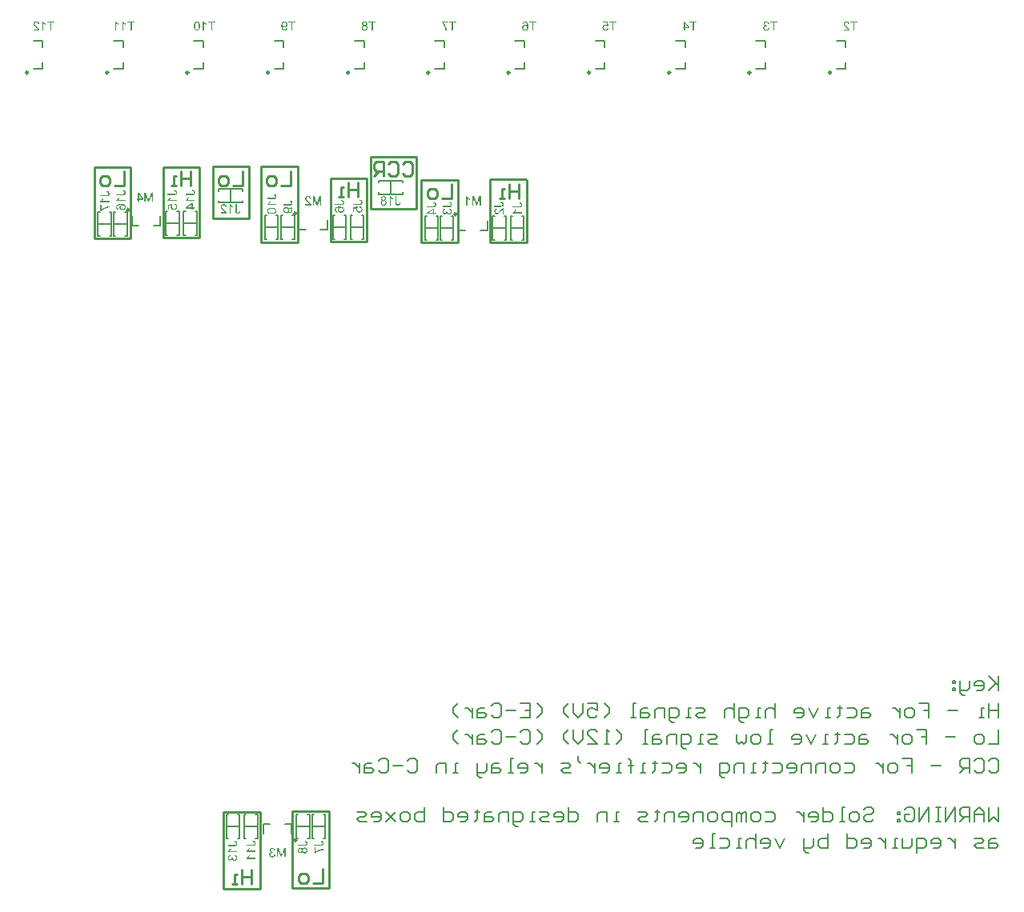
<source format=gbr>
%TF.GenerationSoftware,Altium Limited,Altium Designer,19.0.10 (269)*%
G04 Layer_Color=56026*
%FSLAX26Y26*%
%MOIN*%
%TF.FileFunction,Legend,Bot*%
%TF.Part,Single*%
G01*
G75*
%TA.AperFunction,NonConductor*%
%ADD35C,0.009842*%
%ADD36C,0.010000*%
%ADD37C,0.005906*%
%ADD38C,0.007874*%
%ADD39C,0.008000*%
G36*
X2391909Y3286062D02*
X2392209Y3285596D01*
X2392841Y3284663D01*
X2393541Y3283798D01*
X2394240Y3282998D01*
X2394573Y3282665D01*
X2394872Y3282332D01*
X2395139Y3282066D01*
X2395372Y3281833D01*
X2395605Y3281633D01*
X2395738Y3281500D01*
X2395838Y3281400D01*
X2395872Y3281367D01*
X2397004Y3280434D01*
X2398202Y3279568D01*
X2399368Y3278802D01*
X2399901Y3278436D01*
X2400434Y3278137D01*
X2400933Y3277837D01*
X2401366Y3277604D01*
X2401766Y3277371D01*
X2402099Y3277204D01*
X2402365Y3277071D01*
X2402598Y3276971D01*
X2402731Y3276904D01*
X2402765Y3276871D01*
Y3272309D01*
X2401932Y3272642D01*
X2401066Y3273042D01*
X2400234Y3273441D01*
X2399468Y3273841D01*
X2399135Y3274007D01*
X2398802Y3274207D01*
X2398535Y3274340D01*
X2398302Y3274474D01*
X2398103Y3274573D01*
X2397969Y3274673D01*
X2397869Y3274707D01*
X2397836Y3274740D01*
X2396837Y3275339D01*
X2395971Y3275939D01*
X2395206Y3276505D01*
X2394539Y3276971D01*
X2394273Y3277204D01*
X2394040Y3277404D01*
X2393840Y3277570D01*
X2393640Y3277737D01*
X2393507Y3277837D01*
X2393407Y3277937D01*
X2393374Y3277970D01*
X2393341Y3278003D01*
Y3248000D01*
X2388612D01*
Y3286528D01*
X2391676D01*
X2391909Y3286062D01*
D02*
G37*
G36*
X2417849Y3259955D02*
Y3259355D01*
X2417883Y3258789D01*
Y3258290D01*
X2417916Y3257823D01*
X2417983Y3257391D01*
X2418016Y3256991D01*
X2418049Y3256625D01*
X2418116Y3256292D01*
X2418149Y3256025D01*
X2418216Y3255792D01*
X2418249Y3255592D01*
X2418282Y3255426D01*
X2418316Y3255293D01*
X2418349Y3255193D01*
X2418382Y3255160D01*
Y3255126D01*
X2418615Y3254593D01*
X2418915Y3254127D01*
X2419215Y3253728D01*
X2419548Y3253395D01*
X2419847Y3253128D01*
X2420081Y3252928D01*
X2420247Y3252795D01*
X2420314Y3252762D01*
X2420847Y3252462D01*
X2421413Y3252262D01*
X2421945Y3252096D01*
X2422478Y3251996D01*
X2422911Y3251929D01*
X2423277Y3251896D01*
X2423610D01*
X2424077Y3251929D01*
X2424543Y3251963D01*
X2425342Y3252162D01*
X2426041Y3252396D01*
X2426607Y3252695D01*
X2427074Y3252995D01*
X2427407Y3253261D01*
X2427506Y3253361D01*
X2427606Y3253428D01*
X2427640Y3253461D01*
X2427673Y3253494D01*
X2427939Y3253827D01*
X2428173Y3254227D01*
X2428372Y3254660D01*
X2428539Y3255126D01*
X2428838Y3256125D01*
X2429038Y3257124D01*
X2429105Y3257590D01*
X2429171Y3258057D01*
X2429205Y3258456D01*
X2429238Y3258823D01*
X2429271Y3259122D01*
X2429305Y3259322D01*
Y3259488D01*
Y3259522D01*
X2433900Y3258889D01*
Y3257857D01*
X2433834Y3256891D01*
X2433700Y3255959D01*
X2433567Y3255126D01*
X2433367Y3254360D01*
X2433134Y3253628D01*
X2432901Y3252995D01*
X2432668Y3252429D01*
X2432435Y3251929D01*
X2432169Y3251497D01*
X2431969Y3251097D01*
X2431769Y3250797D01*
X2431569Y3250564D01*
X2431436Y3250398D01*
X2431369Y3250298D01*
X2431336Y3250264D01*
X2430803Y3249765D01*
X2430237Y3249299D01*
X2429604Y3248932D01*
X2428972Y3248599D01*
X2428339Y3248300D01*
X2427706Y3248067D01*
X2427074Y3247900D01*
X2426441Y3247734D01*
X2425875Y3247600D01*
X2425309Y3247534D01*
X2424843Y3247467D01*
X2424410Y3247401D01*
X2424077D01*
X2423810Y3247367D01*
X2423577D01*
X2422345Y3247434D01*
X2421213Y3247567D01*
X2420680Y3247700D01*
X2420214Y3247800D01*
X2419748Y3247933D01*
X2419348Y3248067D01*
X2418948Y3248166D01*
X2418615Y3248300D01*
X2418349Y3248433D01*
X2418083Y3248533D01*
X2417916Y3248599D01*
X2417750Y3248666D01*
X2417683Y3248733D01*
X2417650D01*
X2416751Y3249299D01*
X2416018Y3249965D01*
X2415352Y3250631D01*
X2414852Y3251263D01*
X2414453Y3251863D01*
X2414286Y3252096D01*
X2414186Y3252329D01*
X2414087Y3252495D01*
X2414020Y3252662D01*
X2413953Y3252729D01*
Y3252762D01*
X2413754Y3253295D01*
X2413554Y3253861D01*
X2413254Y3255060D01*
X2413054Y3256292D01*
X2412888Y3257490D01*
X2412854Y3258057D01*
X2412821Y3258556D01*
X2412788Y3259022D01*
Y3259422D01*
X2412755Y3259755D01*
Y3260021D01*
Y3260155D01*
Y3260221D01*
Y3286395D01*
X2417849D01*
Y3259955D01*
D02*
G37*
G36*
X2364936Y3286495D02*
X2365802Y3286395D01*
X2366634Y3286262D01*
X2367400Y3286095D01*
X2368099Y3285862D01*
X2368765Y3285629D01*
X2369365Y3285363D01*
X2369931Y3285096D01*
X2370397Y3284830D01*
X2370830Y3284563D01*
X2371196Y3284330D01*
X2371496Y3284097D01*
X2371762Y3283931D01*
X2371929Y3283798D01*
X2372029Y3283698D01*
X2372062Y3283664D01*
X2372595Y3283098D01*
X2373061Y3282532D01*
X2373461Y3281966D01*
X2373794Y3281367D01*
X2374093Y3280767D01*
X2374326Y3280168D01*
X2374526Y3279602D01*
X2374693Y3279069D01*
X2374793Y3278569D01*
X2374892Y3278103D01*
X2374959Y3277704D01*
X2375026Y3277337D01*
Y3277038D01*
X2375059Y3276838D01*
Y3276671D01*
Y3276638D01*
X2374992Y3275639D01*
X2374826Y3274740D01*
X2374626Y3273907D01*
X2374360Y3273208D01*
X2374227Y3272908D01*
X2374093Y3272642D01*
X2373993Y3272409D01*
X2373894Y3272242D01*
X2373794Y3272076D01*
X2373727Y3271976D01*
X2373660Y3271909D01*
Y3271876D01*
X2373361Y3271510D01*
X2373061Y3271177D01*
X2372362Y3270544D01*
X2371629Y3270045D01*
X2370930Y3269612D01*
X2370264Y3269245D01*
X2369997Y3269112D01*
X2369764Y3269012D01*
X2369531Y3268912D01*
X2369398Y3268879D01*
X2369298Y3268812D01*
X2369265D01*
X2369898Y3268613D01*
X2370497Y3268413D01*
X2371063Y3268146D01*
X2371596Y3267913D01*
X2372095Y3267614D01*
X2372528Y3267347D01*
X2372928Y3267048D01*
X2373294Y3266748D01*
X2373627Y3266481D01*
X2373894Y3266248D01*
X2374160Y3265982D01*
X2374326Y3265782D01*
X2374493Y3265616D01*
X2374593Y3265483D01*
X2374659Y3265416D01*
X2374693Y3265383D01*
X2375026Y3264883D01*
X2375325Y3264384D01*
X2375559Y3263851D01*
X2375792Y3263318D01*
X2375958Y3262818D01*
X2376125Y3262286D01*
X2376358Y3261287D01*
X2376424Y3260820D01*
X2376491Y3260421D01*
X2376524Y3260055D01*
X2376557Y3259722D01*
X2376591Y3259455D01*
Y3259255D01*
Y3259122D01*
Y3259089D01*
X2376557Y3258157D01*
X2376424Y3257291D01*
X2376258Y3256458D01*
X2376058Y3255692D01*
X2375792Y3254926D01*
X2375492Y3254260D01*
X2375192Y3253628D01*
X2374859Y3253028D01*
X2374526Y3252529D01*
X2374227Y3252063D01*
X2373927Y3251663D01*
X2373660Y3251330D01*
X2373461Y3251064D01*
X2373261Y3250897D01*
X2373161Y3250764D01*
X2373128Y3250731D01*
X2372462Y3250131D01*
X2371729Y3249632D01*
X2370996Y3249166D01*
X2370231Y3248799D01*
X2369431Y3248466D01*
X2368665Y3248200D01*
X2367933Y3247967D01*
X2367233Y3247800D01*
X2366534Y3247634D01*
X2365935Y3247534D01*
X2365369Y3247467D01*
X2364869Y3247434D01*
X2364470Y3247401D01*
X2364203Y3247367D01*
X2363937D01*
X2362905Y3247401D01*
X2361905Y3247501D01*
X2360973Y3247667D01*
X2360107Y3247900D01*
X2359308Y3248133D01*
X2358542Y3248433D01*
X2357876Y3248733D01*
X2357244Y3249032D01*
X2356677Y3249332D01*
X2356178Y3249632D01*
X2355778Y3249931D01*
X2355412Y3250164D01*
X2355146Y3250398D01*
X2354946Y3250564D01*
X2354813Y3250664D01*
X2354779Y3250697D01*
X2354147Y3251330D01*
X2353614Y3252029D01*
X2353148Y3252729D01*
X2352748Y3253428D01*
X2352415Y3254127D01*
X2352149Y3254793D01*
X2351916Y3255459D01*
X2351716Y3256092D01*
X2351582Y3256691D01*
X2351483Y3257257D01*
X2351383Y3257757D01*
X2351349Y3258157D01*
X2351316Y3258523D01*
X2351283Y3258756D01*
Y3258922D01*
Y3258989D01*
X2351316Y3259655D01*
X2351349Y3260254D01*
X2351582Y3261420D01*
X2351716Y3261953D01*
X2351882Y3262485D01*
X2352049Y3262918D01*
X2352215Y3263351D01*
X2352382Y3263751D01*
X2352548Y3264084D01*
X2352715Y3264384D01*
X2352848Y3264617D01*
X2352981Y3264816D01*
X2353081Y3264983D01*
X2353114Y3265050D01*
X2353148Y3265083D01*
X2353514Y3265549D01*
X2353914Y3265982D01*
X2354779Y3266748D01*
X2355678Y3267381D01*
X2356544Y3267913D01*
X2356944Y3268113D01*
X2357310Y3268313D01*
X2357676Y3268479D01*
X2357976Y3268579D01*
X2358209Y3268679D01*
X2358376Y3268746D01*
X2358509Y3268812D01*
X2358542D01*
X2358009Y3269012D01*
X2357543Y3269245D01*
X2357077Y3269479D01*
X2356677Y3269745D01*
X2356278Y3269978D01*
X2355945Y3270244D01*
X2355612Y3270477D01*
X2355345Y3270744D01*
X2355079Y3270944D01*
X2354879Y3271177D01*
X2354679Y3271343D01*
X2354546Y3271510D01*
X2354413Y3271643D01*
X2354346Y3271743D01*
X2354280Y3271809D01*
Y3271843D01*
X2354013Y3272209D01*
X2353814Y3272609D01*
X2353447Y3273408D01*
X2353181Y3274207D01*
X2353014Y3274940D01*
X2352914Y3275572D01*
X2352881Y3275839D01*
Y3276072D01*
X2352848Y3276238D01*
Y3276372D01*
Y3276472D01*
Y3276505D01*
X2352881Y3277271D01*
X2352981Y3278003D01*
X2353148Y3278703D01*
X2353314Y3279369D01*
X2353581Y3280001D01*
X2353814Y3280567D01*
X2354113Y3281133D01*
X2354380Y3281600D01*
X2354679Y3282066D01*
X2354979Y3282465D01*
X2355212Y3282798D01*
X2355445Y3283065D01*
X2355645Y3283298D01*
X2355812Y3283465D01*
X2355912Y3283564D01*
X2355945Y3283598D01*
X2356544Y3284131D01*
X2357177Y3284563D01*
X2357843Y3284963D01*
X2358509Y3285296D01*
X2359175Y3285562D01*
X2359841Y3285829D01*
X2360507Y3285995D01*
X2361140Y3286162D01*
X2361739Y3286295D01*
X2362272Y3286362D01*
X2362771Y3286428D01*
X2363204Y3286495D01*
X2363537D01*
X2363804Y3286528D01*
X2364037D01*
X2364936Y3286495D01*
D02*
G37*
G36*
X1901888Y570495D02*
X1902687Y570428D01*
X1903453Y570295D01*
X1904185Y570129D01*
X1904851Y569929D01*
X1905484Y569696D01*
X1906050Y569462D01*
X1906583Y569229D01*
X1907049Y568963D01*
X1907482Y568730D01*
X1907815Y568497D01*
X1908115Y568297D01*
X1908381Y568130D01*
X1908547Y567997D01*
X1908647Y567931D01*
X1908681Y567897D01*
X1909214Y567398D01*
X1909713Y566832D01*
X1910179Y566266D01*
X1910579Y565666D01*
X1910945Y565034D01*
X1911245Y564434D01*
X1911544Y563835D01*
X1911778Y563269D01*
X1911977Y562703D01*
X1912144Y562203D01*
X1912277Y561737D01*
X1912410Y561337D01*
X1912477Y561038D01*
X1912543Y560771D01*
X1912577Y560638D01*
Y560571D01*
X1907848Y559739D01*
X1907748Y560372D01*
X1907615Y560971D01*
X1907449Y561504D01*
X1907282Y562003D01*
X1907082Y562470D01*
X1906882Y562902D01*
X1906683Y563302D01*
X1906483Y563635D01*
X1906316Y563935D01*
X1906117Y564201D01*
X1905950Y564434D01*
X1905817Y564601D01*
X1905684Y564767D01*
X1905584Y564867D01*
X1905551Y564900D01*
X1905517Y564934D01*
X1905151Y565233D01*
X1904785Y565500D01*
X1904418Y565733D01*
X1904019Y565933D01*
X1903253Y566232D01*
X1902553Y566466D01*
X1901921Y566565D01*
X1901654Y566599D01*
X1901421Y566632D01*
X1901222Y566665D01*
X1900955D01*
X1900456Y566632D01*
X1899956Y566599D01*
X1899090Y566399D01*
X1898291Y566133D01*
X1897658Y565799D01*
X1897359Y565633D01*
X1897126Y565466D01*
X1896926Y565333D01*
X1896759Y565200D01*
X1896593Y565100D01*
X1896493Y565000D01*
X1896460Y564967D01*
X1896426Y564934D01*
X1896127Y564601D01*
X1895827Y564268D01*
X1895594Y563901D01*
X1895394Y563568D01*
X1895094Y562836D01*
X1894895Y562170D01*
X1894761Y561570D01*
X1894728Y561304D01*
X1894695Y561104D01*
X1894661Y560904D01*
Y560771D01*
Y560705D01*
Y560671D01*
X1894695Y560072D01*
X1894761Y559506D01*
X1894895Y559006D01*
X1895028Y558507D01*
X1895227Y558074D01*
X1895427Y557674D01*
X1895627Y557341D01*
X1895860Y557008D01*
X1896093Y556709D01*
X1896293Y556476D01*
X1896493Y556276D01*
X1896693Y556109D01*
X1896826Y555976D01*
X1896959Y555876D01*
X1897026Y555843D01*
X1897059Y555809D01*
X1897525Y555543D01*
X1897991Y555310D01*
X1898924Y554910D01*
X1899823Y554644D01*
X1900655Y554444D01*
X1901022Y554378D01*
X1901388Y554344D01*
X1901688Y554278D01*
X1901954D01*
X1902154Y554244D01*
X1902687D01*
X1902953Y554278D01*
X1903153Y554311D01*
X1903219D01*
X1903752Y550182D01*
X1903020Y550348D01*
X1902387Y550481D01*
X1901821Y550548D01*
X1901321Y550615D01*
X1900955Y550648D01*
X1900655Y550681D01*
X1900422D01*
X1899823Y550648D01*
X1899257Y550581D01*
X1898724Y550481D01*
X1898191Y550348D01*
X1897725Y550182D01*
X1897292Y550015D01*
X1896859Y549816D01*
X1896493Y549649D01*
X1896160Y549449D01*
X1895860Y549249D01*
X1895627Y549083D01*
X1895394Y548916D01*
X1895261Y548783D01*
X1895128Y548683D01*
X1895061Y548617D01*
X1895028Y548583D01*
X1894661Y548184D01*
X1894328Y547751D01*
X1894029Y547318D01*
X1893796Y546852D01*
X1893596Y546419D01*
X1893429Y545953D01*
X1893163Y545120D01*
X1893063Y544721D01*
X1892996Y544354D01*
X1892963Y544055D01*
X1892930Y543755D01*
X1892897Y543522D01*
Y543355D01*
Y543255D01*
Y543222D01*
X1892930Y542589D01*
X1892996Y541990D01*
X1893096Y541424D01*
X1893263Y540891D01*
X1893429Y540392D01*
X1893629Y539925D01*
X1893829Y539492D01*
X1894029Y539093D01*
X1894262Y538760D01*
X1894462Y538427D01*
X1894661Y538160D01*
X1894828Y537927D01*
X1894994Y537761D01*
X1895094Y537628D01*
X1895161Y537561D01*
X1895194Y537528D01*
X1895627Y537128D01*
X1896093Y536762D01*
X1896560Y536462D01*
X1897026Y536196D01*
X1897525Y535963D01*
X1897991Y535796D01*
X1898424Y535630D01*
X1898857Y535530D01*
X1899290Y535430D01*
X1899656Y535363D01*
X1899989Y535297D01*
X1900256Y535263D01*
X1900489Y535230D01*
X1900822D01*
X1901321Y535263D01*
X1901821Y535297D01*
X1902753Y535496D01*
X1903553Y535796D01*
X1904252Y536129D01*
X1904552Y536262D01*
X1904818Y536429D01*
X1905051Y536595D01*
X1905217Y536729D01*
X1905384Y536828D01*
X1905484Y536928D01*
X1905551Y536962D01*
X1905584Y536995D01*
X1905917Y537361D01*
X1906250Y537761D01*
X1906550Y538194D01*
X1906816Y538660D01*
X1907282Y539592D01*
X1907682Y540558D01*
X1907815Y540991D01*
X1907948Y541424D01*
X1908081Y541790D01*
X1908148Y542123D01*
X1908215Y542423D01*
X1908281Y542623D01*
X1908314Y542756D01*
Y542789D01*
X1913043Y542157D01*
X1912910Y541291D01*
X1912743Y540458D01*
X1912510Y539659D01*
X1912244Y538926D01*
X1911944Y538227D01*
X1911644Y537561D01*
X1911311Y536995D01*
X1910978Y536462D01*
X1910645Y535963D01*
X1910312Y535530D01*
X1910046Y535197D01*
X1909780Y534897D01*
X1909546Y534631D01*
X1909380Y534464D01*
X1909280Y534364D01*
X1909247Y534331D01*
X1908614Y533798D01*
X1907915Y533332D01*
X1907249Y532932D01*
X1906516Y532599D01*
X1905817Y532300D01*
X1905118Y532067D01*
X1904452Y531867D01*
X1903786Y531700D01*
X1903186Y531600D01*
X1902620Y531500D01*
X1902121Y531434D01*
X1901688Y531367D01*
X1901355D01*
X1901088Y531334D01*
X1900855D01*
X1899823Y531367D01*
X1898857Y531500D01*
X1897925Y531667D01*
X1897059Y531867D01*
X1896226Y532133D01*
X1895461Y532433D01*
X1894761Y532733D01*
X1894129Y533066D01*
X1893562Y533399D01*
X1893063Y533698D01*
X1892630Y533998D01*
X1892264Y534264D01*
X1891964Y534464D01*
X1891764Y534664D01*
X1891631Y534764D01*
X1891598Y534797D01*
X1890932Y535463D01*
X1890366Y536163D01*
X1889899Y536895D01*
X1889467Y537594D01*
X1889100Y538327D01*
X1888801Y539026D01*
X1888568Y539726D01*
X1888368Y540358D01*
X1888201Y540991D01*
X1888101Y541557D01*
X1888001Y542057D01*
X1887968Y542490D01*
X1887935Y542822D01*
X1887901Y543089D01*
Y543255D01*
Y543322D01*
X1887935Y544021D01*
X1887968Y544654D01*
X1888068Y545287D01*
X1888201Y545853D01*
X1888334Y546419D01*
X1888501Y546918D01*
X1888667Y547385D01*
X1888834Y547817D01*
X1889034Y548217D01*
X1889200Y548550D01*
X1889367Y548817D01*
X1889500Y549083D01*
X1889633Y549249D01*
X1889733Y549416D01*
X1889766Y549482D01*
X1889800Y549516D01*
X1890166Y549949D01*
X1890565Y550348D01*
X1890998Y550748D01*
X1891431Y551081D01*
X1891864Y551381D01*
X1892297Y551647D01*
X1893163Y552080D01*
X1893562Y552246D01*
X1893929Y552413D01*
X1894262Y552513D01*
X1894528Y552613D01*
X1894761Y552679D01*
X1894928Y552746D01*
X1895061Y552779D01*
X1895094D01*
X1894195Y553279D01*
X1893396Y553778D01*
X1892697Y554344D01*
X1892164Y554844D01*
X1891731Y555310D01*
X1891398Y555676D01*
X1891298Y555809D01*
X1891232Y555909D01*
X1891165Y555976D01*
Y556009D01*
X1890699Y556808D01*
X1890366Y557574D01*
X1890133Y558340D01*
X1889966Y559040D01*
X1889866Y559639D01*
X1889833Y559905D01*
Y560139D01*
X1889800Y560305D01*
Y560438D01*
Y560505D01*
Y560538D01*
Y561038D01*
X1889866Y561504D01*
X1890033Y562436D01*
X1890266Y563269D01*
X1890499Y564001D01*
X1890632Y564334D01*
X1890765Y564634D01*
X1890899Y564867D01*
X1890998Y565100D01*
X1891098Y565267D01*
X1891165Y565400D01*
X1891198Y565466D01*
X1891232Y565500D01*
X1891798Y566332D01*
X1892464Y567065D01*
X1893130Y567698D01*
X1893762Y568197D01*
X1894362Y568630D01*
X1894595Y568797D01*
X1894828Y568930D01*
X1894994Y569030D01*
X1895128Y569096D01*
X1895227Y569163D01*
X1895261D01*
X1896260Y569629D01*
X1897259Y569962D01*
X1898258Y570195D01*
X1899157Y570362D01*
X1899556Y570428D01*
X1899923Y570462D01*
X1900256Y570495D01*
X1900522D01*
X1900755Y570528D01*
X1901055D01*
X1901888Y570495D01*
D02*
G37*
G36*
X1956000Y532000D02*
X1951105D01*
Y564701D01*
X1940016Y532000D01*
X1935454D01*
X1924232Y564135D01*
Y532000D01*
X1919337D01*
Y570395D01*
X1926197D01*
X1935387Y543655D01*
X1935654Y542922D01*
X1935887Y542223D01*
X1936087Y541590D01*
X1936286Y540991D01*
X1936486Y540425D01*
X1936653Y539925D01*
X1936819Y539459D01*
X1936952Y539060D01*
X1937052Y538693D01*
X1937152Y538360D01*
X1937252Y538094D01*
X1937319Y537894D01*
X1937385Y537728D01*
X1937419Y537594D01*
X1937452Y537528D01*
Y537495D01*
X1937552Y537861D01*
X1937685Y538294D01*
X1937985Y539193D01*
X1938284Y540125D01*
X1938584Y541058D01*
X1938717Y541490D01*
X1938851Y541890D01*
X1938984Y542256D01*
X1939084Y542556D01*
X1939150Y542822D01*
X1939217Y543022D01*
X1939283Y543155D01*
Y543189D01*
X1948374Y570395D01*
X1956000D01*
Y532000D01*
D02*
G37*
G36*
X2711624Y3285062D02*
X2711924Y3284596D01*
X2712557Y3283663D01*
X2713256Y3282798D01*
X2713955Y3281998D01*
X2714288Y3281665D01*
X2714588Y3281332D01*
X2714854Y3281066D01*
X2715087Y3280833D01*
X2715320Y3280633D01*
X2715454Y3280500D01*
X2715553Y3280400D01*
X2715587Y3280367D01*
X2716719Y3279434D01*
X2717918Y3278568D01*
X2719083Y3277802D01*
X2719616Y3277436D01*
X2720149Y3277137D01*
X2720648Y3276837D01*
X2721081Y3276604D01*
X2721481Y3276371D01*
X2721814Y3276204D01*
X2722080Y3276071D01*
X2722313Y3275971D01*
X2722447Y3275904D01*
X2722480Y3275871D01*
Y3271309D01*
X2721647Y3271642D01*
X2720782Y3272042D01*
X2719949Y3272441D01*
X2719183Y3272841D01*
X2718850Y3273007D01*
X2718517Y3273207D01*
X2718251Y3273340D01*
X2718018Y3273474D01*
X2717818Y3273573D01*
X2717685Y3273673D01*
X2717585Y3273707D01*
X2717552Y3273740D01*
X2716552Y3274339D01*
X2715687Y3274939D01*
X2714921Y3275505D01*
X2714255Y3275971D01*
X2713988Y3276204D01*
X2713755Y3276404D01*
X2713555Y3276570D01*
X2713356Y3276737D01*
X2713222Y3276837D01*
X2713123Y3276937D01*
X2713089Y3276970D01*
X2713056Y3277003D01*
Y3247000D01*
X2708327D01*
Y3285528D01*
X2711391D01*
X2711624Y3285062D01*
D02*
G37*
G36*
X2769000Y3247000D02*
X2764105D01*
Y3279701D01*
X2753016Y3247000D01*
X2748454D01*
X2737232Y3279135D01*
Y3247000D01*
X2732337D01*
Y3285395D01*
X2739197D01*
X2748387Y3258655D01*
X2748654Y3257922D01*
X2748887Y3257223D01*
X2749087Y3256590D01*
X2749286Y3255991D01*
X2749486Y3255425D01*
X2749653Y3254925D01*
X2749819Y3254459D01*
X2749952Y3254060D01*
X2750052Y3253693D01*
X2750152Y3253360D01*
X2750252Y3253094D01*
X2750319Y3252894D01*
X2750385Y3252728D01*
X2750419Y3252594D01*
X2750452Y3252528D01*
Y3252494D01*
X2750552Y3252861D01*
X2750685Y3253294D01*
X2750985Y3254193D01*
X2751284Y3255125D01*
X2751584Y3256058D01*
X2751717Y3256490D01*
X2751851Y3256890D01*
X2751984Y3257256D01*
X2752084Y3257556D01*
X2752150Y3257823D01*
X2752217Y3258022D01*
X2752283Y3258155D01*
Y3258189D01*
X2761374Y3285395D01*
X2769000D01*
Y3247000D01*
D02*
G37*
G36*
X2050355Y3286495D02*
X2051287Y3286395D01*
X2052186Y3286262D01*
X2053019Y3286095D01*
X2053785Y3285862D01*
X2054517Y3285629D01*
X2055183Y3285363D01*
X2055749Y3285096D01*
X2056282Y3284830D01*
X2056748Y3284563D01*
X2057148Y3284330D01*
X2057481Y3284097D01*
X2057747Y3283931D01*
X2057914Y3283798D01*
X2058047Y3283698D01*
X2058080Y3283664D01*
X2058646Y3283098D01*
X2059179Y3282499D01*
X2059612Y3281866D01*
X2060012Y3281167D01*
X2060378Y3280501D01*
X2060678Y3279802D01*
X2060911Y3279135D01*
X2061144Y3278470D01*
X2061310Y3277837D01*
X2061444Y3277271D01*
X2061577Y3276738D01*
X2061643Y3276305D01*
X2061710Y3275939D01*
X2061743Y3275639D01*
X2061777Y3275472D01*
Y3275406D01*
X2056915Y3274906D01*
X2056881Y3275572D01*
X2056815Y3276172D01*
X2056715Y3276771D01*
X2056582Y3277304D01*
X2056449Y3277803D01*
X2056282Y3278270D01*
X2056082Y3278703D01*
X2055883Y3279102D01*
X2055716Y3279435D01*
X2055516Y3279735D01*
X2055350Y3279968D01*
X2055183Y3280201D01*
X2055083Y3280368D01*
X2054983Y3280468D01*
X2054917Y3280534D01*
X2054883Y3280567D01*
X2054484Y3280934D01*
X2054051Y3281233D01*
X2053618Y3281533D01*
X2053185Y3281766D01*
X2052719Y3281966D01*
X2052286Y3282133D01*
X2051420Y3282366D01*
X2051021Y3282465D01*
X2050621Y3282532D01*
X2050288Y3282565D01*
X2050022Y3282599D01*
X2049789Y3282632D01*
X2049456D01*
X2048856Y3282599D01*
X2048290Y3282565D01*
X2047757Y3282465D01*
X2047291Y3282332D01*
X2046825Y3282199D01*
X2046392Y3282033D01*
X2045992Y3281833D01*
X2045626Y3281666D01*
X2045293Y3281500D01*
X2045027Y3281300D01*
X2044794Y3281133D01*
X2044594Y3281000D01*
X2044427Y3280867D01*
X2044327Y3280800D01*
X2044261Y3280734D01*
X2044227Y3280701D01*
X2043861Y3280334D01*
X2043562Y3279935D01*
X2043295Y3279535D01*
X2043062Y3279135D01*
X2042862Y3278736D01*
X2042729Y3278370D01*
X2042463Y3277604D01*
X2042396Y3277271D01*
X2042329Y3276971D01*
X2042296Y3276671D01*
X2042263Y3276438D01*
X2042229Y3276238D01*
Y3276105D01*
Y3276005D01*
Y3275972D01*
X2042263Y3275472D01*
X2042329Y3274973D01*
X2042429Y3274474D01*
X2042562Y3273974D01*
X2042929Y3273008D01*
X2043328Y3272142D01*
X2043528Y3271743D01*
X2043728Y3271410D01*
X2043928Y3271077D01*
X2044094Y3270811D01*
X2044227Y3270611D01*
X2044327Y3270444D01*
X2044394Y3270344D01*
X2044427Y3270311D01*
X2044893Y3269712D01*
X2045426Y3269112D01*
X2046026Y3268446D01*
X2046658Y3267780D01*
X2047358Y3267081D01*
X2048057Y3266415D01*
X2048790Y3265749D01*
X2049489Y3265116D01*
X2050155Y3264517D01*
X2050788Y3263951D01*
X2051354Y3263451D01*
X2051887Y3263018D01*
X2052286Y3262652D01*
X2052619Y3262386D01*
X2052819Y3262219D01*
X2052852Y3262153D01*
X2052885D01*
X2053618Y3261553D01*
X2054317Y3260954D01*
X2054950Y3260388D01*
X2055550Y3259855D01*
X2056082Y3259355D01*
X2056615Y3258856D01*
X2057048Y3258423D01*
X2057481Y3258023D01*
X2057847Y3257657D01*
X2058147Y3257324D01*
X2058413Y3257024D01*
X2058646Y3256791D01*
X2058813Y3256625D01*
X2058946Y3256458D01*
X2059013Y3256392D01*
X2059046Y3256358D01*
X2059779Y3255426D01*
X2060411Y3254494D01*
X2060977Y3253661D01*
X2061377Y3252862D01*
X2061577Y3252529D01*
X2061710Y3252229D01*
X2061843Y3251929D01*
X2061943Y3251696D01*
X2062043Y3251530D01*
X2062110Y3251397D01*
X2062143Y3251297D01*
Y3251263D01*
X2062343Y3250664D01*
X2062476Y3250098D01*
X2062576Y3249532D01*
X2062642Y3249032D01*
X2062676Y3248633D01*
Y3248300D01*
Y3248166D01*
Y3248067D01*
Y3248033D01*
Y3248000D01*
X2037301D01*
Y3252529D01*
X2056116D01*
X2055816Y3252995D01*
X2055483Y3253461D01*
X2055150Y3253894D01*
X2054850Y3254260D01*
X2054584Y3254593D01*
X2054351Y3254860D01*
X2054218Y3254993D01*
X2054151Y3255060D01*
X2053885Y3255326D01*
X2053585Y3255626D01*
X2053185Y3255992D01*
X2052786Y3256358D01*
X2051887Y3257157D01*
X2050954Y3257957D01*
X2050521Y3258323D01*
X2050088Y3258689D01*
X2049722Y3259022D01*
X2049389Y3259322D01*
X2049089Y3259555D01*
X2048890Y3259722D01*
X2048723Y3259855D01*
X2048690Y3259888D01*
X2047757Y3260687D01*
X2046925Y3261420D01*
X2046126Y3262119D01*
X2045426Y3262752D01*
X2044760Y3263351D01*
X2044194Y3263917D01*
X2043661Y3264417D01*
X2043162Y3264883D01*
X2042762Y3265283D01*
X2042429Y3265649D01*
X2042130Y3265949D01*
X2041863Y3266182D01*
X2041697Y3266382D01*
X2041563Y3266548D01*
X2041497Y3266615D01*
X2041464Y3266648D01*
X2040698Y3267547D01*
X2040032Y3268413D01*
X2039499Y3269212D01*
X2039066Y3269911D01*
X2038899Y3270211D01*
X2038733Y3270477D01*
X2038600Y3270711D01*
X2038500Y3270944D01*
X2038433Y3271077D01*
X2038367Y3271210D01*
X2038333Y3271277D01*
Y3271310D01*
X2038000Y3272142D01*
X2037767Y3272975D01*
X2037601Y3273741D01*
X2037501Y3274440D01*
X2037401Y3275006D01*
Y3275273D01*
X2037368Y3275472D01*
Y3275639D01*
Y3275772D01*
Y3275839D01*
Y3275872D01*
X2037401Y3276705D01*
X2037501Y3277504D01*
X2037667Y3278270D01*
X2037867Y3278969D01*
X2038100Y3279635D01*
X2038400Y3280268D01*
X2038666Y3280834D01*
X2038966Y3281367D01*
X2039299Y3281833D01*
X2039565Y3282266D01*
X2039832Y3282632D01*
X2040098Y3282932D01*
X2040298Y3283165D01*
X2040465Y3283331D01*
X2040564Y3283431D01*
X2040598Y3283465D01*
X2041230Y3283997D01*
X2041897Y3284463D01*
X2042596Y3284896D01*
X2043328Y3285229D01*
X2044061Y3285529D01*
X2044794Y3285796D01*
X2045493Y3285995D01*
X2046192Y3286162D01*
X2046825Y3286262D01*
X2047424Y3286362D01*
X2047990Y3286428D01*
X2048457Y3286495D01*
X2048823D01*
X2049123Y3286528D01*
X2049356D01*
X2050355Y3286495D01*
D02*
G37*
G36*
X2105000Y3248000D02*
X2100105D01*
Y3280701D01*
X2089016Y3248000D01*
X2084454D01*
X2073232Y3280135D01*
Y3248000D01*
X2068337D01*
Y3286395D01*
X2075197D01*
X2084387Y3259655D01*
X2084654Y3258922D01*
X2084887Y3258223D01*
X2085087Y3257590D01*
X2085286Y3256991D01*
X2085486Y3256425D01*
X2085653Y3255925D01*
X2085819Y3255459D01*
X2085952Y3255060D01*
X2086052Y3254693D01*
X2086152Y3254360D01*
X2086252Y3254094D01*
X2086319Y3253894D01*
X2086385Y3253728D01*
X2086419Y3253594D01*
X2086452Y3253528D01*
Y3253494D01*
X2086552Y3253861D01*
X2086685Y3254294D01*
X2086985Y3255193D01*
X2087284Y3256125D01*
X2087584Y3257058D01*
X2087717Y3257490D01*
X2087851Y3257890D01*
X2087984Y3258256D01*
X2088084Y3258556D01*
X2088150Y3258823D01*
X2088217Y3259022D01*
X2088283Y3259155D01*
Y3259189D01*
X2097374Y3286395D01*
X2105000D01*
Y3248000D01*
D02*
G37*
G36*
X1404000Y3262000D02*
X1399105D01*
Y3294701D01*
X1388016Y3262000D01*
X1383454D01*
X1372232Y3294135D01*
Y3262000D01*
X1367337D01*
Y3300395D01*
X1374197D01*
X1383387Y3273655D01*
X1383654Y3272922D01*
X1383887Y3272223D01*
X1384087Y3271590D01*
X1384286Y3270991D01*
X1384486Y3270425D01*
X1384653Y3269925D01*
X1384819Y3269459D01*
X1384952Y3269060D01*
X1385052Y3268693D01*
X1385152Y3268360D01*
X1385252Y3268094D01*
X1385319Y3267894D01*
X1385385Y3267728D01*
X1385419Y3267594D01*
X1385452Y3267528D01*
Y3267494D01*
X1385552Y3267861D01*
X1385685Y3268294D01*
X1385985Y3269193D01*
X1386284Y3270125D01*
X1386584Y3271058D01*
X1386717Y3271490D01*
X1386851Y3271890D01*
X1386984Y3272256D01*
X1387084Y3272556D01*
X1387150Y3272823D01*
X1387217Y3273022D01*
X1387283Y3273155D01*
Y3273189D01*
X1396374Y3300395D01*
X1404000D01*
Y3262000D01*
D02*
G37*
G36*
X1362641Y3275520D02*
Y3271191D01*
X1345991D01*
Y3262000D01*
X1341263D01*
Y3271191D01*
X1336068D01*
Y3275520D01*
X1341263D01*
Y3300395D01*
X1345126D01*
X1362641Y3275520D01*
D02*
G37*
G36*
X2854109Y3262834D02*
X2855041Y3262700D01*
X2855874Y3262567D01*
X2856640Y3262367D01*
X2857372Y3262134D01*
X2858005Y3261901D01*
X2858571Y3261668D01*
X2859071Y3261435D01*
X2859503Y3261169D01*
X2859903Y3260969D01*
X2860203Y3260769D01*
X2860436Y3260569D01*
X2860602Y3260436D01*
X2860702Y3260369D01*
X2860736Y3260336D01*
X2861235Y3259803D01*
X2861701Y3259237D01*
X2862068Y3258604D01*
X2862401Y3257972D01*
X2862700Y3257339D01*
X2862933Y3256706D01*
X2863100Y3256074D01*
X2863266Y3255441D01*
X2863400Y3254875D01*
X2863466Y3254309D01*
X2863533Y3253843D01*
X2863599Y3253410D01*
Y3253077D01*
X2863633Y3252810D01*
Y3252577D01*
X2863566Y3251345D01*
X2863433Y3250213D01*
X2863300Y3249680D01*
X2863200Y3249214D01*
X2863067Y3248748D01*
X2862933Y3248348D01*
X2862834Y3247948D01*
X2862700Y3247615D01*
X2862567Y3247349D01*
X2862467Y3247083D01*
X2862401Y3246916D01*
X2862334Y3246750D01*
X2862267Y3246683D01*
Y3246650D01*
X2861701Y3245751D01*
X2861035Y3245018D01*
X2860369Y3244352D01*
X2859737Y3243852D01*
X2859137Y3243453D01*
X2858904Y3243286D01*
X2858671Y3243186D01*
X2858505Y3243087D01*
X2858338Y3243020D01*
X2858271Y3242953D01*
X2858238D01*
X2857705Y3242754D01*
X2857139Y3242554D01*
X2855940Y3242254D01*
X2854708Y3242054D01*
X2853510Y3241888D01*
X2852943Y3241854D01*
X2852444Y3241821D01*
X2851978Y3241788D01*
X2851578D01*
X2851245Y3241755D01*
X2850979D01*
X2850845D01*
X2850779D01*
X2824605D01*
Y3246849D01*
X2851045D01*
X2851645D01*
X2852211Y3246883D01*
X2852710D01*
X2853177Y3246916D01*
X2853609Y3246983D01*
X2854009Y3247016D01*
X2854375Y3247049D01*
X2854708Y3247116D01*
X2854975Y3247149D01*
X2855208Y3247216D01*
X2855408Y3247249D01*
X2855574Y3247282D01*
X2855707Y3247316D01*
X2855807Y3247349D01*
X2855840Y3247382D01*
X2855874D01*
X2856407Y3247615D01*
X2856873Y3247915D01*
X2857272Y3248215D01*
X2857605Y3248548D01*
X2857872Y3248847D01*
X2858072Y3249081D01*
X2858205Y3249247D01*
X2858238Y3249314D01*
X2858538Y3249847D01*
X2858738Y3250413D01*
X2858904Y3250945D01*
X2859004Y3251478D01*
X2859071Y3251911D01*
X2859104Y3252277D01*
Y3252610D01*
X2859071Y3253077D01*
X2859037Y3253543D01*
X2858838Y3254342D01*
X2858604Y3255041D01*
X2858305Y3255607D01*
X2858005Y3256074D01*
X2857739Y3256407D01*
X2857639Y3256506D01*
X2857572Y3256606D01*
X2857539Y3256640D01*
X2857506Y3256673D01*
X2857173Y3256939D01*
X2856773Y3257173D01*
X2856340Y3257372D01*
X2855874Y3257539D01*
X2854875Y3257838D01*
X2853876Y3258038D01*
X2853410Y3258105D01*
X2852943Y3258171D01*
X2852544Y3258205D01*
X2852177Y3258238D01*
X2851878Y3258271D01*
X2851678Y3258305D01*
X2851512D01*
X2851478D01*
X2852111Y3262900D01*
X2853143D01*
X2854109Y3262834D01*
D02*
G37*
G36*
X2863000Y3210586D02*
X2858471D01*
Y3229400D01*
X2858005Y3229101D01*
X2857539Y3228768D01*
X2857106Y3228435D01*
X2856740Y3228135D01*
X2856407Y3227869D01*
X2856140Y3227635D01*
X2856007Y3227502D01*
X2855940Y3227436D01*
X2855674Y3227169D01*
X2855374Y3226869D01*
X2855008Y3226470D01*
X2854642Y3226070D01*
X2853843Y3225171D01*
X2853043Y3224239D01*
X2852677Y3223806D01*
X2852311Y3223373D01*
X2851978Y3223007D01*
X2851678Y3222674D01*
X2851445Y3222374D01*
X2851278Y3222174D01*
X2851145Y3222008D01*
X2851112Y3221974D01*
X2850313Y3221042D01*
X2849580Y3220209D01*
X2848881Y3219410D01*
X2848248Y3218711D01*
X2847649Y3218045D01*
X2847083Y3217479D01*
X2846583Y3216946D01*
X2846117Y3216447D01*
X2845717Y3216047D01*
X2845351Y3215714D01*
X2845051Y3215414D01*
X2844818Y3215148D01*
X2844618Y3214981D01*
X2844452Y3214848D01*
X2844385Y3214782D01*
X2844352Y3214748D01*
X2843453Y3213982D01*
X2842587Y3213316D01*
X2841788Y3212784D01*
X2841089Y3212351D01*
X2840789Y3212184D01*
X2840523Y3212018D01*
X2840289Y3211885D01*
X2840056Y3211785D01*
X2839923Y3211718D01*
X2839790Y3211651D01*
X2839723Y3211618D01*
X2839690D01*
X2838858Y3211285D01*
X2838025Y3211052D01*
X2837259Y3210885D01*
X2836560Y3210786D01*
X2835994Y3210686D01*
X2835727D01*
X2835528Y3210652D01*
X2835361D01*
X2835228D01*
X2835161D01*
X2835128D01*
X2834295Y3210686D01*
X2833496Y3210786D01*
X2832730Y3210952D01*
X2832031Y3211152D01*
X2831365Y3211385D01*
X2830732Y3211685D01*
X2830166Y3211951D01*
X2829633Y3212251D01*
X2829167Y3212584D01*
X2828734Y3212850D01*
X2828368Y3213117D01*
X2828068Y3213383D01*
X2827835Y3213583D01*
X2827669Y3213749D01*
X2827569Y3213849D01*
X2827535Y3213883D01*
X2827003Y3214515D01*
X2826537Y3215181D01*
X2826104Y3215881D01*
X2825771Y3216613D01*
X2825471Y3217346D01*
X2825204Y3218078D01*
X2825005Y3218778D01*
X2824838Y3219477D01*
X2824738Y3220110D01*
X2824638Y3220709D01*
X2824572Y3221275D01*
X2824505Y3221741D01*
Y3222108D01*
X2824472Y3222407D01*
Y3222640D01*
X2824505Y3223639D01*
X2824605Y3224572D01*
X2824738Y3225471D01*
X2824905Y3226303D01*
X2825138Y3227069D01*
X2825371Y3227802D01*
X2825637Y3228468D01*
X2825904Y3229034D01*
X2826170Y3229567D01*
X2826437Y3230033D01*
X2826670Y3230433D01*
X2826903Y3230766D01*
X2827069Y3231032D01*
X2827202Y3231198D01*
X2827302Y3231332D01*
X2827336Y3231365D01*
X2827902Y3231931D01*
X2828501Y3232464D01*
X2829134Y3232897D01*
X2829833Y3233296D01*
X2830499Y3233663D01*
X2831198Y3233962D01*
X2831865Y3234195D01*
X2832530Y3234429D01*
X2833163Y3234595D01*
X2833729Y3234728D01*
X2834262Y3234861D01*
X2834695Y3234928D01*
X2835061Y3234995D01*
X2835361Y3235028D01*
X2835528Y3235061D01*
X2835594D01*
X2836094Y3230200D01*
X2835428Y3230166D01*
X2834828Y3230100D01*
X2834229Y3230000D01*
X2833696Y3229867D01*
X2833197Y3229733D01*
X2832730Y3229567D01*
X2832297Y3229367D01*
X2831898Y3229167D01*
X2831565Y3229001D01*
X2831265Y3228801D01*
X2831032Y3228634D01*
X2830799Y3228468D01*
X2830632Y3228368D01*
X2830532Y3228268D01*
X2830466Y3228202D01*
X2830433Y3228168D01*
X2830066Y3227769D01*
X2829767Y3227336D01*
X2829467Y3226903D01*
X2829234Y3226470D01*
X2829034Y3226004D01*
X2828867Y3225571D01*
X2828634Y3224705D01*
X2828535Y3224305D01*
X2828468Y3223906D01*
X2828435Y3223573D01*
X2828401Y3223306D01*
X2828368Y3223073D01*
Y3222740D01*
X2828401Y3222141D01*
X2828435Y3221575D01*
X2828535Y3221042D01*
X2828668Y3220576D01*
X2828801Y3220110D01*
X2828967Y3219677D01*
X2829167Y3219277D01*
X2829334Y3218911D01*
X2829500Y3218578D01*
X2829700Y3218311D01*
X2829867Y3218078D01*
X2830000Y3217878D01*
X2830133Y3217712D01*
X2830200Y3217612D01*
X2830266Y3217546D01*
X2830299Y3217512D01*
X2830666Y3217146D01*
X2831065Y3216846D01*
X2831465Y3216580D01*
X2831865Y3216347D01*
X2832264Y3216147D01*
X2832630Y3216014D01*
X2833396Y3215747D01*
X2833729Y3215681D01*
X2834029Y3215614D01*
X2834329Y3215581D01*
X2834562Y3215548D01*
X2834762Y3215514D01*
X2834895D01*
X2834995D01*
X2835028D01*
X2835528Y3215548D01*
X2836027Y3215614D01*
X2836526Y3215714D01*
X2837026Y3215847D01*
X2837992Y3216213D01*
X2838858Y3216613D01*
X2839257Y3216813D01*
X2839590Y3217013D01*
X2839923Y3217213D01*
X2840189Y3217379D01*
X2840389Y3217512D01*
X2840556Y3217612D01*
X2840656Y3217679D01*
X2840689Y3217712D01*
X2841288Y3218178D01*
X2841888Y3218711D01*
X2842554Y3219310D01*
X2843220Y3219943D01*
X2843919Y3220642D01*
X2844585Y3221342D01*
X2845251Y3222074D01*
X2845884Y3222774D01*
X2846483Y3223440D01*
X2847049Y3224072D01*
X2847549Y3224638D01*
X2847982Y3225171D01*
X2848348Y3225571D01*
X2848614Y3225904D01*
X2848781Y3226104D01*
X2848847Y3226137D01*
Y3226170D01*
X2849447Y3226903D01*
X2850046Y3227602D01*
X2850612Y3228235D01*
X2851145Y3228834D01*
X2851645Y3229367D01*
X2852144Y3229900D01*
X2852577Y3230333D01*
X2852977Y3230766D01*
X2853343Y3231132D01*
X2853676Y3231432D01*
X2853976Y3231698D01*
X2854209Y3231931D01*
X2854375Y3232098D01*
X2854542Y3232231D01*
X2854608Y3232297D01*
X2854642Y3232331D01*
X2855574Y3233063D01*
X2856506Y3233696D01*
X2857339Y3234262D01*
X2858138Y3234662D01*
X2858471Y3234861D01*
X2858771Y3234995D01*
X2859071Y3235128D01*
X2859304Y3235228D01*
X2859470Y3235328D01*
X2859603Y3235394D01*
X2859703Y3235428D01*
X2859737D01*
X2860336Y3235627D01*
X2860902Y3235761D01*
X2861468Y3235860D01*
X2861968Y3235927D01*
X2862367Y3235960D01*
X2862700D01*
X2862834D01*
X2862933D01*
X2862967D01*
X2863000D01*
Y3210586D01*
D02*
G37*
G36*
X2190109Y3269834D02*
X2191041Y3269700D01*
X2191874Y3269567D01*
X2192640Y3269367D01*
X2193372Y3269134D01*
X2194005Y3268901D01*
X2194571Y3268668D01*
X2195071Y3268435D01*
X2195503Y3268169D01*
X2195903Y3267969D01*
X2196203Y3267769D01*
X2196436Y3267569D01*
X2196602Y3267436D01*
X2196702Y3267369D01*
X2196736Y3267336D01*
X2197235Y3266803D01*
X2197701Y3266237D01*
X2198068Y3265604D01*
X2198401Y3264972D01*
X2198700Y3264339D01*
X2198933Y3263706D01*
X2199100Y3263074D01*
X2199266Y3262441D01*
X2199400Y3261875D01*
X2199466Y3261309D01*
X2199533Y3260843D01*
X2199599Y3260410D01*
Y3260077D01*
X2199633Y3259810D01*
Y3259577D01*
X2199566Y3258345D01*
X2199433Y3257213D01*
X2199300Y3256680D01*
X2199200Y3256214D01*
X2199067Y3255748D01*
X2198933Y3255348D01*
X2198834Y3254948D01*
X2198700Y3254615D01*
X2198567Y3254349D01*
X2198467Y3254083D01*
X2198401Y3253916D01*
X2198334Y3253750D01*
X2198267Y3253683D01*
Y3253650D01*
X2197701Y3252751D01*
X2197035Y3252018D01*
X2196369Y3251352D01*
X2195737Y3250852D01*
X2195137Y3250453D01*
X2194904Y3250286D01*
X2194671Y3250186D01*
X2194505Y3250087D01*
X2194338Y3250020D01*
X2194271Y3249953D01*
X2194238D01*
X2193705Y3249754D01*
X2193139Y3249554D01*
X2191940Y3249254D01*
X2190708Y3249054D01*
X2189510Y3248888D01*
X2188943Y3248854D01*
X2188444Y3248821D01*
X2187978Y3248788D01*
X2187578D01*
X2187245Y3248755D01*
X2186979D01*
X2186845D01*
X2186779D01*
X2160605D01*
Y3253849D01*
X2187045D01*
X2187645D01*
X2188211Y3253883D01*
X2188710D01*
X2189177Y3253916D01*
X2189609Y3253983D01*
X2190009Y3254016D01*
X2190375Y3254049D01*
X2190708Y3254116D01*
X2190975Y3254149D01*
X2191208Y3254216D01*
X2191408Y3254249D01*
X2191574Y3254282D01*
X2191707Y3254316D01*
X2191807Y3254349D01*
X2191840Y3254382D01*
X2191874D01*
X2192407Y3254615D01*
X2192873Y3254915D01*
X2193272Y3255215D01*
X2193605Y3255548D01*
X2193872Y3255847D01*
X2194072Y3256081D01*
X2194205Y3256247D01*
X2194238Y3256314D01*
X2194538Y3256847D01*
X2194738Y3257413D01*
X2194904Y3257945D01*
X2195004Y3258478D01*
X2195071Y3258911D01*
X2195104Y3259277D01*
Y3259610D01*
X2195071Y3260077D01*
X2195037Y3260543D01*
X2194838Y3261342D01*
X2194604Y3262041D01*
X2194305Y3262607D01*
X2194005Y3263074D01*
X2193739Y3263407D01*
X2193639Y3263506D01*
X2193572Y3263606D01*
X2193539Y3263640D01*
X2193506Y3263673D01*
X2193173Y3263939D01*
X2192773Y3264173D01*
X2192340Y3264372D01*
X2191874Y3264539D01*
X2190875Y3264838D01*
X2189876Y3265038D01*
X2189410Y3265105D01*
X2188943Y3265171D01*
X2188544Y3265205D01*
X2188177Y3265238D01*
X2187878Y3265271D01*
X2187678Y3265305D01*
X2187512D01*
X2187478D01*
X2188111Y3269900D01*
X2189143D01*
X2190109Y3269834D01*
D02*
G37*
G36*
X2182849Y3242528D02*
X2184515Y3242394D01*
X2186046Y3242228D01*
X2187478Y3241995D01*
X2188744Y3241695D01*
X2189909Y3241395D01*
X2190975Y3241062D01*
X2191907Y3240696D01*
X2192706Y3240363D01*
X2193406Y3240030D01*
X2194005Y3239730D01*
X2194471Y3239431D01*
X2194838Y3239198D01*
X2195104Y3239031D01*
X2195237Y3238898D01*
X2195304Y3238865D01*
X2196070Y3238132D01*
X2196736Y3237366D01*
X2197302Y3236600D01*
X2197801Y3235801D01*
X2198234Y3234968D01*
X2198567Y3234169D01*
X2198867Y3233403D01*
X2199100Y3232637D01*
X2199266Y3231938D01*
X2199400Y3231305D01*
X2199499Y3230706D01*
X2199566Y3230206D01*
X2199599Y3229807D01*
X2199633Y3229507D01*
Y3229241D01*
X2199599Y3228608D01*
X2199566Y3227975D01*
X2199366Y3226810D01*
X2199266Y3226277D01*
X2199100Y3225744D01*
X2198967Y3225278D01*
X2198800Y3224845D01*
X2198667Y3224446D01*
X2198501Y3224079D01*
X2198367Y3223780D01*
X2198267Y3223513D01*
X2198134Y3223313D01*
X2198068Y3223180D01*
X2198034Y3223080D01*
X2198001Y3223047D01*
X2197668Y3222548D01*
X2197302Y3222081D01*
X2196569Y3221215D01*
X2195770Y3220483D01*
X2195004Y3219883D01*
X2194305Y3219384D01*
X2194005Y3219184D01*
X2193739Y3219051D01*
X2193539Y3218918D01*
X2193372Y3218818D01*
X2193272Y3218785D01*
X2193239Y3218751D01*
X2192640Y3218485D01*
X2192074Y3218218D01*
X2190875Y3217852D01*
X2189776Y3217552D01*
X2189243Y3217453D01*
X2188744Y3217386D01*
X2188277Y3217319D01*
X2187845Y3217253D01*
X2187478Y3217220D01*
X2187145D01*
X2186912Y3217186D01*
X2186712D01*
X2186579D01*
X2186546D01*
X2185547Y3217220D01*
X2184581Y3217319D01*
X2183682Y3217486D01*
X2182816Y3217719D01*
X2182017Y3217952D01*
X2181284Y3218252D01*
X2180618Y3218552D01*
X2180019Y3218851D01*
X2179453Y3219151D01*
X2178987Y3219451D01*
X2178554Y3219750D01*
X2178221Y3219983D01*
X2177954Y3220216D01*
X2177755Y3220383D01*
X2177621Y3220483D01*
X2177588Y3220516D01*
X2176955Y3221149D01*
X2176423Y3221815D01*
X2175956Y3222481D01*
X2175557Y3223180D01*
X2175224Y3223846D01*
X2174957Y3224512D01*
X2174724Y3225178D01*
X2174524Y3225778D01*
X2174391Y3226344D01*
X2174291Y3226876D01*
X2174191Y3227343D01*
X2174158Y3227742D01*
X2174125Y3228075D01*
X2174092Y3228342D01*
Y3228541D01*
X2174158Y3229541D01*
X2174291Y3230473D01*
X2174491Y3231372D01*
X2174724Y3232138D01*
X2174858Y3232471D01*
X2174957Y3232771D01*
X2175057Y3233037D01*
X2175157Y3233270D01*
X2175224Y3233470D01*
X2175290Y3233603D01*
X2175357Y3233670D01*
Y3233703D01*
X2175890Y3234602D01*
X2176489Y3235401D01*
X2177122Y3236101D01*
X2177755Y3236700D01*
X2178321Y3237200D01*
X2178587Y3237399D01*
X2178787Y3237566D01*
X2178987Y3237699D01*
X2179120Y3237799D01*
X2179186Y3237832D01*
X2179220Y3237865D01*
X2178154Y3237832D01*
X2177189Y3237799D01*
X2176256Y3237732D01*
X2175390Y3237632D01*
X2174624Y3237532D01*
X2173892Y3237433D01*
X2173226Y3237333D01*
X2172626Y3237200D01*
X2172094Y3237100D01*
X2171661Y3236966D01*
X2171261Y3236867D01*
X2170928Y3236767D01*
X2170695Y3236667D01*
X2170495Y3236633D01*
X2170395Y3236567D01*
X2170362D01*
X2169796Y3236300D01*
X2169263Y3236034D01*
X2168764Y3235768D01*
X2168297Y3235468D01*
X2167865Y3235168D01*
X2167465Y3234869D01*
X2167132Y3234602D01*
X2166799Y3234302D01*
X2166532Y3234036D01*
X2166266Y3233803D01*
X2166066Y3233603D01*
X2165900Y3233403D01*
X2165767Y3233237D01*
X2165667Y3233137D01*
X2165633Y3233070D01*
X2165600Y3233037D01*
X2165167Y3232371D01*
X2164867Y3231705D01*
X2164634Y3231039D01*
X2164501Y3230406D01*
X2164401Y3229874D01*
X2164368Y3229640D01*
Y3229441D01*
X2164335Y3229307D01*
Y3229074D01*
X2164368Y3228575D01*
X2164435Y3228075D01*
X2164535Y3227609D01*
X2164634Y3227143D01*
X2164967Y3226344D01*
X2165334Y3225644D01*
X2165534Y3225378D01*
X2165733Y3225112D01*
X2165900Y3224878D01*
X2166033Y3224679D01*
X2166166Y3224546D01*
X2166266Y3224446D01*
X2166333Y3224379D01*
X2166366Y3224346D01*
X2166632Y3224146D01*
X2166899Y3223946D01*
X2167532Y3223580D01*
X2168198Y3223280D01*
X2168863Y3223014D01*
X2169463Y3222814D01*
X2169729Y3222714D01*
X2169929Y3222647D01*
X2170129Y3222614D01*
X2170262Y3222581D01*
X2170362Y3222548D01*
X2170395D01*
X2170029Y3217852D01*
X2169230Y3217985D01*
X2168431Y3218185D01*
X2167731Y3218385D01*
X2167065Y3218651D01*
X2166433Y3218918D01*
X2165867Y3219218D01*
X2165334Y3219517D01*
X2164867Y3219817D01*
X2164435Y3220117D01*
X2164068Y3220383D01*
X2163769Y3220649D01*
X2163502Y3220883D01*
X2163302Y3221082D01*
X2163136Y3221215D01*
X2163069Y3221315D01*
X2163036Y3221349D01*
X2162570Y3221915D01*
X2162204Y3222514D01*
X2161837Y3223114D01*
X2161537Y3223746D01*
X2161304Y3224346D01*
X2161105Y3224978D01*
X2160938Y3225578D01*
X2160805Y3226144D01*
X2160672Y3226677D01*
X2160605Y3227176D01*
X2160539Y3227642D01*
X2160505Y3228009D01*
X2160472Y3228342D01*
Y3228775D01*
X2160505Y3229874D01*
X2160672Y3230939D01*
X2160872Y3231938D01*
X2161171Y3232870D01*
X2161504Y3233736D01*
X2161870Y3234502D01*
X2162270Y3235235D01*
X2162670Y3235901D01*
X2163069Y3236500D01*
X2163469Y3237000D01*
X2163835Y3237433D01*
X2164168Y3237799D01*
X2164468Y3238099D01*
X2164668Y3238298D01*
X2164801Y3238432D01*
X2164867Y3238465D01*
X2165367Y3238831D01*
X2165867Y3239198D01*
X2166999Y3239830D01*
X2168231Y3240363D01*
X2169530Y3240829D01*
X2170861Y3241229D01*
X2172227Y3241562D01*
X2173559Y3241828D01*
X2174858Y3242061D01*
X2176090Y3242228D01*
X2177255Y3242328D01*
X2177821Y3242394D01*
X2178321Y3242428D01*
X2178787Y3242461D01*
X2179220Y3242494D01*
X2179619Y3242528D01*
X2179986D01*
X2180285D01*
X2180552Y3242561D01*
X2180785D01*
X2180918D01*
X2181018D01*
X2181051D01*
X2182849Y3242528D01*
D02*
G37*
G36*
X1494109Y3311834D02*
X1495041Y3311700D01*
X1495874Y3311567D01*
X1496640Y3311367D01*
X1497372Y3311134D01*
X1498005Y3310901D01*
X1498571Y3310668D01*
X1499071Y3310435D01*
X1499504Y3310169D01*
X1499903Y3309969D01*
X1500203Y3309769D01*
X1500436Y3309569D01*
X1500602Y3309436D01*
X1500702Y3309369D01*
X1500736Y3309336D01*
X1501235Y3308803D01*
X1501701Y3308237D01*
X1502068Y3307604D01*
X1502401Y3306972D01*
X1502700Y3306339D01*
X1502933Y3305706D01*
X1503100Y3305074D01*
X1503266Y3304441D01*
X1503400Y3303875D01*
X1503466Y3303309D01*
X1503533Y3302843D01*
X1503599Y3302410D01*
Y3302077D01*
X1503633Y3301810D01*
Y3301577D01*
X1503566Y3300345D01*
X1503433Y3299213D01*
X1503300Y3298680D01*
X1503200Y3298214D01*
X1503067Y3297748D01*
X1502933Y3297348D01*
X1502833Y3296948D01*
X1502700Y3296615D01*
X1502567Y3296349D01*
X1502467Y3296083D01*
X1502401Y3295916D01*
X1502334Y3295750D01*
X1502267Y3295683D01*
Y3295650D01*
X1501701Y3294751D01*
X1501035Y3294018D01*
X1500369Y3293352D01*
X1499737Y3292852D01*
X1499137Y3292453D01*
X1498904Y3292286D01*
X1498671Y3292186D01*
X1498505Y3292087D01*
X1498338Y3292020D01*
X1498271Y3291953D01*
X1498238D01*
X1497705Y3291754D01*
X1497139Y3291554D01*
X1495940Y3291254D01*
X1494708Y3291054D01*
X1493509Y3290888D01*
X1492943Y3290854D01*
X1492444Y3290821D01*
X1491978Y3290788D01*
X1491578D01*
X1491245Y3290755D01*
X1490979D01*
X1490845D01*
X1490779D01*
X1464605D01*
Y3295849D01*
X1491045D01*
X1491645D01*
X1492211Y3295883D01*
X1492710D01*
X1493177Y3295916D01*
X1493609Y3295983D01*
X1494009Y3296016D01*
X1494375Y3296049D01*
X1494708Y3296116D01*
X1494975Y3296149D01*
X1495208Y3296216D01*
X1495408Y3296249D01*
X1495574Y3296282D01*
X1495707Y3296316D01*
X1495807Y3296349D01*
X1495841Y3296382D01*
X1495874D01*
X1496407Y3296615D01*
X1496873Y3296915D01*
X1497272Y3297215D01*
X1497605Y3297548D01*
X1497872Y3297847D01*
X1498072Y3298081D01*
X1498205Y3298247D01*
X1498238Y3298314D01*
X1498538Y3298847D01*
X1498738Y3299413D01*
X1498904Y3299945D01*
X1499004Y3300478D01*
X1499071Y3300911D01*
X1499104Y3301277D01*
Y3301610D01*
X1499071Y3302077D01*
X1499037Y3302543D01*
X1498838Y3303342D01*
X1498604Y3304041D01*
X1498305Y3304607D01*
X1498005Y3305074D01*
X1497739Y3305407D01*
X1497639Y3305506D01*
X1497572Y3305606D01*
X1497539Y3305640D01*
X1497505Y3305673D01*
X1497172Y3305939D01*
X1496773Y3306173D01*
X1496340Y3306372D01*
X1495874Y3306539D01*
X1494875Y3306838D01*
X1493876Y3307038D01*
X1493410Y3307105D01*
X1492943Y3307171D01*
X1492544Y3307205D01*
X1492178Y3307238D01*
X1491878Y3307271D01*
X1491678Y3307305D01*
X1491512D01*
X1491478D01*
X1492111Y3311900D01*
X1493143D01*
X1494109Y3311834D01*
D02*
G37*
G36*
X1478358Y3279932D02*
X1477958Y3279066D01*
X1477559Y3278234D01*
X1477159Y3277468D01*
X1476993Y3277135D01*
X1476793Y3276802D01*
X1476660Y3276535D01*
X1476526Y3276302D01*
X1476427Y3276103D01*
X1476327Y3275969D01*
X1476293Y3275869D01*
X1476260Y3275836D01*
X1475661Y3274837D01*
X1475061Y3273971D01*
X1474495Y3273206D01*
X1474029Y3272539D01*
X1473796Y3272273D01*
X1473596Y3272040D01*
X1473430Y3271840D01*
X1473263Y3271640D01*
X1473163Y3271507D01*
X1473063Y3271407D01*
X1473030Y3271374D01*
X1472997Y3271341D01*
X1503000D01*
Y3266612D01*
X1464472D01*
Y3269676D01*
X1464938Y3269909D01*
X1465404Y3270209D01*
X1466337Y3270841D01*
X1467203Y3271541D01*
X1468002Y3272240D01*
X1468335Y3272573D01*
X1468668Y3272872D01*
X1468934Y3273139D01*
X1469167Y3273372D01*
X1469367Y3273605D01*
X1469500Y3273738D01*
X1469600Y3273838D01*
X1469633Y3273872D01*
X1470566Y3275004D01*
X1471432Y3276202D01*
X1472197Y3277368D01*
X1472564Y3277901D01*
X1472863Y3278434D01*
X1473163Y3278933D01*
X1473396Y3279366D01*
X1473629Y3279766D01*
X1473796Y3280099D01*
X1473929Y3280365D01*
X1474029Y3280598D01*
X1474096Y3280731D01*
X1474129Y3280765D01*
X1478691D01*
X1478358Y3279932D01*
D02*
G37*
G36*
X1493809Y3254391D02*
X1494642Y3254224D01*
X1495441Y3253991D01*
X1496174Y3253725D01*
X1496873Y3253459D01*
X1497505Y3253126D01*
X1498105Y3252793D01*
X1498638Y3252460D01*
X1499104Y3252127D01*
X1499504Y3251827D01*
X1499870Y3251527D01*
X1500169Y3251294D01*
X1500403Y3251061D01*
X1500569Y3250894D01*
X1500669Y3250795D01*
X1500702Y3250761D01*
X1501202Y3250129D01*
X1501668Y3249429D01*
X1502068Y3248730D01*
X1502401Y3248031D01*
X1502667Y3247298D01*
X1502900Y3246599D01*
X1503100Y3245899D01*
X1503266Y3245233D01*
X1503400Y3244601D01*
X1503466Y3244035D01*
X1503533Y3243502D01*
X1503599Y3243069D01*
Y3242703D01*
X1503633Y3242436D01*
Y3242203D01*
X1503566Y3241038D01*
X1503433Y3239939D01*
X1503200Y3238907D01*
X1502900Y3237941D01*
X1502567Y3237042D01*
X1502168Y3236209D01*
X1501735Y3235443D01*
X1501302Y3234777D01*
X1500902Y3234178D01*
X1500469Y3233645D01*
X1500070Y3233179D01*
X1499737Y3232813D01*
X1499437Y3232513D01*
X1499204Y3232313D01*
X1499071Y3232180D01*
X1499004Y3232147D01*
X1498271Y3231614D01*
X1497505Y3231148D01*
X1496740Y3230715D01*
X1495974Y3230382D01*
X1495208Y3230082D01*
X1494475Y3229816D01*
X1493743Y3229616D01*
X1493043Y3229449D01*
X1492411Y3229349D01*
X1491811Y3229249D01*
X1491312Y3229183D01*
X1490845Y3229116D01*
X1490479D01*
X1490213Y3229083D01*
X1490046D01*
X1489980D01*
X1488981Y3229116D01*
X1488015Y3229216D01*
X1487116Y3229416D01*
X1486283Y3229616D01*
X1485484Y3229882D01*
X1484752Y3230182D01*
X1484052Y3230482D01*
X1483453Y3230815D01*
X1482887Y3231148D01*
X1482421Y3231447D01*
X1481988Y3231747D01*
X1481655Y3232013D01*
X1481388Y3232213D01*
X1481188Y3232380D01*
X1481055Y3232513D01*
X1481022Y3232546D01*
X1480389Y3233212D01*
X1479857Y3233912D01*
X1479390Y3234611D01*
X1478991Y3235343D01*
X1478658Y3236043D01*
X1478391Y3236742D01*
X1478158Y3237441D01*
X1477958Y3238074D01*
X1477825Y3238707D01*
X1477725Y3239273D01*
X1477625Y3239772D01*
X1477592Y3240205D01*
X1477559Y3240538D01*
X1477525Y3240805D01*
Y3241038D01*
X1477559Y3241737D01*
X1477625Y3242436D01*
X1477759Y3243102D01*
X1477892Y3243768D01*
X1478092Y3244401D01*
X1478291Y3245000D01*
X1478524Y3245566D01*
X1478724Y3246099D01*
X1478957Y3246566D01*
X1479190Y3246998D01*
X1479390Y3247365D01*
X1479590Y3247698D01*
X1479723Y3247964D01*
X1479857Y3248131D01*
X1479923Y3248264D01*
X1479956Y3248297D01*
X1469600Y3246233D01*
Y3230881D01*
X1465105D01*
Y3249962D01*
X1484818Y3253692D01*
X1485384Y3249263D01*
X1484785Y3248830D01*
X1484285Y3248364D01*
X1483819Y3247898D01*
X1483453Y3247431D01*
X1483120Y3247032D01*
X1482920Y3246699D01*
X1482820Y3246566D01*
X1482754Y3246466D01*
X1482720Y3246432D01*
Y3246399D01*
X1482387Y3245700D01*
X1482121Y3245000D01*
X1481954Y3244301D01*
X1481821Y3243668D01*
X1481755Y3243102D01*
X1481721Y3242869D01*
X1481688Y3242669D01*
Y3242303D01*
X1481721Y3241637D01*
X1481788Y3240971D01*
X1481921Y3240372D01*
X1482054Y3239806D01*
X1482221Y3239273D01*
X1482421Y3238807D01*
X1482654Y3238340D01*
X1482853Y3237941D01*
X1483087Y3237575D01*
X1483320Y3237242D01*
X1483520Y3236975D01*
X1483686Y3236742D01*
X1483819Y3236575D01*
X1483952Y3236442D01*
X1484019Y3236376D01*
X1484052Y3236342D01*
X1484518Y3235943D01*
X1484985Y3235610D01*
X1485517Y3235277D01*
X1486017Y3235044D01*
X1486550Y3234811D01*
X1487083Y3234644D01*
X1488115Y3234344D01*
X1488581Y3234278D01*
X1489014Y3234211D01*
X1489414Y3234145D01*
X1489747Y3234111D01*
X1490013Y3234078D01*
X1490246D01*
X1490379D01*
X1490413D01*
X1491178Y3234111D01*
X1491911Y3234178D01*
X1492610Y3234311D01*
X1493243Y3234444D01*
X1493876Y3234611D01*
X1494409Y3234811D01*
X1494941Y3235044D01*
X1495408Y3235244D01*
X1495807Y3235477D01*
X1496174Y3235710D01*
X1496473Y3235910D01*
X1496740Y3236076D01*
X1496939Y3236209D01*
X1497073Y3236342D01*
X1497172Y3236409D01*
X1497206Y3236442D01*
X1497672Y3236875D01*
X1498038Y3237341D01*
X1498405Y3237841D01*
X1498671Y3238340D01*
X1498937Y3238807D01*
X1499137Y3239273D01*
X1499304Y3239739D01*
X1499437Y3240205D01*
X1499570Y3240605D01*
X1499637Y3241004D01*
X1499703Y3241337D01*
X1499737Y3241637D01*
Y3241870D01*
X1499770Y3242037D01*
Y3242203D01*
X1499737Y3242736D01*
X1499703Y3243235D01*
X1499504Y3244135D01*
X1499204Y3244967D01*
X1498871Y3245666D01*
X1498704Y3245966D01*
X1498538Y3246266D01*
X1498371Y3246466D01*
X1498238Y3246665D01*
X1498138Y3246832D01*
X1498038Y3246932D01*
X1498005Y3246998D01*
X1497972Y3247032D01*
X1497605Y3247398D01*
X1497206Y3247698D01*
X1496340Y3248264D01*
X1495441Y3248697D01*
X1494542Y3249030D01*
X1494109Y3249163D01*
X1493743Y3249296D01*
X1493376Y3249363D01*
X1493077Y3249463D01*
X1492810Y3249496D01*
X1492644Y3249529D01*
X1492511Y3249562D01*
X1492477D01*
X1492910Y3254524D01*
X1493809Y3254391D01*
D02*
G37*
G36*
X1822109Y599833D02*
X1823041Y599700D01*
X1823874Y599567D01*
X1824640Y599367D01*
X1825372Y599134D01*
X1826005Y598901D01*
X1826571Y598668D01*
X1827071Y598435D01*
X1827504Y598168D01*
X1827903Y597969D01*
X1828203Y597769D01*
X1828436Y597569D01*
X1828602Y597436D01*
X1828702Y597369D01*
X1828736Y597336D01*
X1829235Y596803D01*
X1829701Y596237D01*
X1830068Y595604D01*
X1830401Y594972D01*
X1830700Y594339D01*
X1830933Y593706D01*
X1831100Y593074D01*
X1831266Y592441D01*
X1831400Y591875D01*
X1831466Y591309D01*
X1831533Y590842D01*
X1831599Y590410D01*
Y590077D01*
X1831633Y589810D01*
Y589577D01*
X1831566Y588345D01*
X1831433Y587213D01*
X1831300Y586680D01*
X1831200Y586214D01*
X1831067Y585748D01*
X1830933Y585348D01*
X1830833Y584948D01*
X1830700Y584615D01*
X1830567Y584349D01*
X1830467Y584083D01*
X1830401Y583916D01*
X1830334Y583750D01*
X1830267Y583683D01*
Y583650D01*
X1829701Y582751D01*
X1829035Y582018D01*
X1828369Y581352D01*
X1827737Y580852D01*
X1827137Y580453D01*
X1826904Y580286D01*
X1826671Y580187D01*
X1826505Y580087D01*
X1826338Y580020D01*
X1826271Y579953D01*
X1826238D01*
X1825705Y579754D01*
X1825139Y579554D01*
X1823940Y579254D01*
X1822708Y579054D01*
X1821509Y578888D01*
X1820943Y578855D01*
X1820444Y578821D01*
X1819978Y578788D01*
X1819578D01*
X1819245Y578755D01*
X1818979D01*
X1818845D01*
X1818779D01*
X1792605D01*
Y583850D01*
X1819045D01*
X1819645D01*
X1820211Y583883D01*
X1820710D01*
X1821177Y583916D01*
X1821609Y583983D01*
X1822009Y584016D01*
X1822375Y584049D01*
X1822708Y584116D01*
X1822975Y584149D01*
X1823208Y584216D01*
X1823408Y584249D01*
X1823574Y584282D01*
X1823707Y584316D01*
X1823807Y584349D01*
X1823841Y584382D01*
X1823874D01*
X1824407Y584615D01*
X1824873Y584915D01*
X1825272Y585215D01*
X1825605Y585548D01*
X1825872Y585847D01*
X1826072Y586081D01*
X1826205Y586247D01*
X1826238Y586314D01*
X1826538Y586846D01*
X1826738Y587413D01*
X1826904Y587945D01*
X1827004Y588478D01*
X1827071Y588911D01*
X1827104Y589277D01*
Y589610D01*
X1827071Y590077D01*
X1827037Y590543D01*
X1826838Y591342D01*
X1826604Y592041D01*
X1826305Y592607D01*
X1826005Y593074D01*
X1825739Y593407D01*
X1825639Y593506D01*
X1825572Y593606D01*
X1825539Y593640D01*
X1825505Y593673D01*
X1825172Y593939D01*
X1824773Y594173D01*
X1824340Y594372D01*
X1823874Y594539D01*
X1822875Y594838D01*
X1821876Y595038D01*
X1821410Y595105D01*
X1820943Y595172D01*
X1820544Y595205D01*
X1820178Y595238D01*
X1819878Y595271D01*
X1819678Y595305D01*
X1819512D01*
X1819478D01*
X1820111Y599900D01*
X1821143D01*
X1822109Y599833D01*
D02*
G37*
G36*
X1806358Y567932D02*
X1805958Y567066D01*
X1805559Y566234D01*
X1805159Y565468D01*
X1804993Y565135D01*
X1804793Y564802D01*
X1804660Y564535D01*
X1804526Y564302D01*
X1804427Y564103D01*
X1804327Y563969D01*
X1804293Y563870D01*
X1804260Y563836D01*
X1803661Y562837D01*
X1803061Y561971D01*
X1802495Y561206D01*
X1802029Y560539D01*
X1801796Y560273D01*
X1801596Y560040D01*
X1801430Y559840D01*
X1801263Y559640D01*
X1801163Y559507D01*
X1801063Y559407D01*
X1801030Y559374D01*
X1800997Y559341D01*
X1831000D01*
Y554612D01*
X1792472D01*
Y557676D01*
X1792938Y557909D01*
X1793404Y558208D01*
X1794337Y558841D01*
X1795203Y559540D01*
X1796002Y560240D01*
X1796335Y560573D01*
X1796668Y560872D01*
X1796934Y561139D01*
X1797167Y561372D01*
X1797367Y561605D01*
X1797500Y561738D01*
X1797600Y561838D01*
X1797633Y561871D01*
X1798566Y563004D01*
X1799432Y564202D01*
X1800197Y565368D01*
X1800564Y565901D01*
X1800863Y566434D01*
X1801163Y566933D01*
X1801396Y567366D01*
X1801629Y567766D01*
X1801796Y568099D01*
X1801929Y568365D01*
X1802029Y568598D01*
X1802096Y568731D01*
X1802129Y568765D01*
X1806691D01*
X1806358Y567932D01*
D02*
G37*
G36*
Y538095D02*
X1805958Y537230D01*
X1805559Y536397D01*
X1805159Y535631D01*
X1804993Y535298D01*
X1804793Y534965D01*
X1804660Y534699D01*
X1804526Y534466D01*
X1804427Y534266D01*
X1804327Y534133D01*
X1804293Y534033D01*
X1804260Y533999D01*
X1803661Y533000D01*
X1803061Y532135D01*
X1802495Y531369D01*
X1802029Y530703D01*
X1801796Y530436D01*
X1801596Y530203D01*
X1801430Y530003D01*
X1801263Y529804D01*
X1801163Y529670D01*
X1801063Y529571D01*
X1801030Y529537D01*
X1800997Y529504D01*
X1831000D01*
Y524775D01*
X1792472D01*
Y527839D01*
X1792938Y528072D01*
X1793404Y528372D01*
X1794337Y529004D01*
X1795203Y529704D01*
X1796002Y530403D01*
X1796335Y530736D01*
X1796668Y531036D01*
X1796934Y531302D01*
X1797167Y531535D01*
X1797367Y531768D01*
X1797500Y531902D01*
X1797600Y532001D01*
X1797633Y532035D01*
X1798566Y533167D01*
X1799432Y534366D01*
X1800197Y535531D01*
X1800564Y536064D01*
X1800863Y536597D01*
X1801163Y537096D01*
X1801396Y537529D01*
X1801629Y537929D01*
X1801796Y538262D01*
X1801929Y538528D01*
X1802029Y538761D01*
X1802096Y538894D01*
X1802129Y538928D01*
X1806691D01*
X1806358Y538095D01*
D02*
G37*
G36*
X2573109Y3260834D02*
X2574041Y3260700D01*
X2574874Y3260567D01*
X2575640Y3260367D01*
X2576372Y3260134D01*
X2577005Y3259901D01*
X2577571Y3259668D01*
X2578071Y3259435D01*
X2578503Y3259169D01*
X2578903Y3258969D01*
X2579203Y3258769D01*
X2579436Y3258569D01*
X2579602Y3258436D01*
X2579702Y3258369D01*
X2579736Y3258336D01*
X2580235Y3257803D01*
X2580701Y3257237D01*
X2581068Y3256604D01*
X2581401Y3255972D01*
X2581700Y3255339D01*
X2581933Y3254706D01*
X2582100Y3254074D01*
X2582266Y3253441D01*
X2582400Y3252875D01*
X2582466Y3252309D01*
X2582533Y3251843D01*
X2582599Y3251410D01*
Y3251077D01*
X2582633Y3250810D01*
Y3250577D01*
X2582566Y3249345D01*
X2582433Y3248213D01*
X2582300Y3247680D01*
X2582200Y3247214D01*
X2582067Y3246748D01*
X2581933Y3246348D01*
X2581834Y3245948D01*
X2581700Y3245615D01*
X2581567Y3245349D01*
X2581467Y3245083D01*
X2581401Y3244916D01*
X2581334Y3244750D01*
X2581267Y3244683D01*
Y3244650D01*
X2580701Y3243751D01*
X2580035Y3243018D01*
X2579369Y3242352D01*
X2578737Y3241852D01*
X2578137Y3241453D01*
X2577904Y3241286D01*
X2577671Y3241186D01*
X2577505Y3241087D01*
X2577338Y3241020D01*
X2577271Y3240953D01*
X2577238D01*
X2576705Y3240754D01*
X2576139Y3240554D01*
X2574940Y3240254D01*
X2573708Y3240054D01*
X2572510Y3239888D01*
X2571943Y3239854D01*
X2571444Y3239821D01*
X2570978Y3239788D01*
X2570578D01*
X2570245Y3239755D01*
X2569979D01*
X2569845D01*
X2569779D01*
X2543605D01*
Y3244849D01*
X2570045D01*
X2570645D01*
X2571211Y3244883D01*
X2571710D01*
X2572177Y3244916D01*
X2572609Y3244983D01*
X2573009Y3245016D01*
X2573375Y3245049D01*
X2573708Y3245116D01*
X2573975Y3245149D01*
X2574208Y3245216D01*
X2574408Y3245249D01*
X2574574Y3245282D01*
X2574707Y3245316D01*
X2574807Y3245349D01*
X2574840Y3245382D01*
X2574874D01*
X2575407Y3245615D01*
X2575873Y3245915D01*
X2576272Y3246215D01*
X2576605Y3246548D01*
X2576872Y3246847D01*
X2577072Y3247081D01*
X2577205Y3247247D01*
X2577238Y3247314D01*
X2577538Y3247847D01*
X2577738Y3248413D01*
X2577904Y3248945D01*
X2578004Y3249478D01*
X2578071Y3249911D01*
X2578104Y3250277D01*
Y3250610D01*
X2578071Y3251077D01*
X2578037Y3251543D01*
X2577838Y3252342D01*
X2577604Y3253041D01*
X2577305Y3253607D01*
X2577005Y3254074D01*
X2576739Y3254407D01*
X2576639Y3254506D01*
X2576572Y3254606D01*
X2576539Y3254640D01*
X2576506Y3254673D01*
X2576173Y3254939D01*
X2575773Y3255173D01*
X2575340Y3255372D01*
X2574874Y3255539D01*
X2573875Y3255838D01*
X2572876Y3256038D01*
X2572410Y3256105D01*
X2571943Y3256171D01*
X2571544Y3256205D01*
X2571177Y3256238D01*
X2570878Y3256271D01*
X2570678Y3256305D01*
X2570512D01*
X2570478D01*
X2571111Y3260900D01*
X2572143D01*
X2573109Y3260834D01*
D02*
G37*
G36*
X2572809Y3218276D02*
X2582000D01*
Y3213548D01*
X2572809D01*
Y3208353D01*
X2568480D01*
Y3213548D01*
X2543605D01*
Y3217410D01*
X2568480Y3234926D01*
X2572809D01*
Y3218276D01*
D02*
G37*
G36*
X1908109Y3294834D02*
X1909041Y3294700D01*
X1909874Y3294567D01*
X1910640Y3294367D01*
X1911372Y3294134D01*
X1912005Y3293901D01*
X1912571Y3293668D01*
X1913071Y3293435D01*
X1913504Y3293169D01*
X1913903Y3292969D01*
X1914203Y3292769D01*
X1914436Y3292569D01*
X1914602Y3292436D01*
X1914702Y3292369D01*
X1914736Y3292336D01*
X1915235Y3291803D01*
X1915701Y3291237D01*
X1916068Y3290604D01*
X1916401Y3289972D01*
X1916700Y3289339D01*
X1916933Y3288706D01*
X1917100Y3288074D01*
X1917266Y3287441D01*
X1917400Y3286875D01*
X1917466Y3286309D01*
X1917533Y3285843D01*
X1917599Y3285410D01*
Y3285077D01*
X1917633Y3284810D01*
Y3284577D01*
X1917566Y3283345D01*
X1917433Y3282213D01*
X1917300Y3281680D01*
X1917200Y3281214D01*
X1917067Y3280748D01*
X1916933Y3280348D01*
X1916833Y3279948D01*
X1916700Y3279615D01*
X1916567Y3279349D01*
X1916467Y3279083D01*
X1916401Y3278916D01*
X1916334Y3278750D01*
X1916267Y3278683D01*
Y3278650D01*
X1915701Y3277751D01*
X1915035Y3277018D01*
X1914369Y3276352D01*
X1913737Y3275852D01*
X1913137Y3275453D01*
X1912904Y3275286D01*
X1912671Y3275186D01*
X1912505Y3275087D01*
X1912338Y3275020D01*
X1912271Y3274953D01*
X1912238D01*
X1911705Y3274754D01*
X1911139Y3274554D01*
X1909940Y3274254D01*
X1908708Y3274054D01*
X1907509Y3273888D01*
X1906943Y3273854D01*
X1906444Y3273821D01*
X1905978Y3273788D01*
X1905578D01*
X1905245Y3273755D01*
X1904979D01*
X1904845D01*
X1904779D01*
X1878605D01*
Y3278849D01*
X1905045D01*
X1905645D01*
X1906211Y3278883D01*
X1906710D01*
X1907177Y3278916D01*
X1907609Y3278983D01*
X1908009Y3279016D01*
X1908375Y3279049D01*
X1908708Y3279116D01*
X1908975Y3279149D01*
X1909208Y3279216D01*
X1909408Y3279249D01*
X1909574Y3279282D01*
X1909707Y3279316D01*
X1909807Y3279349D01*
X1909841Y3279382D01*
X1909874D01*
X1910407Y3279615D01*
X1910873Y3279915D01*
X1911272Y3280215D01*
X1911605Y3280548D01*
X1911872Y3280847D01*
X1912072Y3281081D01*
X1912205Y3281247D01*
X1912238Y3281314D01*
X1912538Y3281847D01*
X1912738Y3282413D01*
X1912904Y3282945D01*
X1913004Y3283478D01*
X1913071Y3283911D01*
X1913104Y3284277D01*
Y3284610D01*
X1913071Y3285077D01*
X1913037Y3285543D01*
X1912838Y3286342D01*
X1912604Y3287041D01*
X1912305Y3287607D01*
X1912005Y3288074D01*
X1911739Y3288407D01*
X1911639Y3288506D01*
X1911572Y3288606D01*
X1911539Y3288640D01*
X1911505Y3288673D01*
X1911172Y3288939D01*
X1910773Y3289173D01*
X1910340Y3289372D01*
X1909874Y3289539D01*
X1908875Y3289838D01*
X1907876Y3290038D01*
X1907410Y3290105D01*
X1906943Y3290171D01*
X1906544Y3290205D01*
X1906178Y3290238D01*
X1905878Y3290271D01*
X1905678Y3290305D01*
X1905512D01*
X1905478D01*
X1906111Y3294900D01*
X1907143D01*
X1908109Y3294834D01*
D02*
G37*
G36*
X1892358Y3262932D02*
X1891958Y3262066D01*
X1891559Y3261234D01*
X1891159Y3260468D01*
X1890993Y3260135D01*
X1890793Y3259802D01*
X1890660Y3259535D01*
X1890526Y3259302D01*
X1890427Y3259103D01*
X1890327Y3258969D01*
X1890293Y3258869D01*
X1890260Y3258836D01*
X1889661Y3257837D01*
X1889061Y3256971D01*
X1888495Y3256206D01*
X1888029Y3255539D01*
X1887796Y3255273D01*
X1887596Y3255040D01*
X1887430Y3254840D01*
X1887263Y3254640D01*
X1887163Y3254507D01*
X1887063Y3254407D01*
X1887030Y3254374D01*
X1886997Y3254341D01*
X1917000D01*
Y3249612D01*
X1878472D01*
Y3252676D01*
X1878938Y3252909D01*
X1879404Y3253209D01*
X1880337Y3253841D01*
X1881203Y3254541D01*
X1882002Y3255240D01*
X1882335Y3255573D01*
X1882668Y3255872D01*
X1882934Y3256139D01*
X1883167Y3256372D01*
X1883367Y3256605D01*
X1883500Y3256738D01*
X1883600Y3256838D01*
X1883633Y3256872D01*
X1884566Y3258004D01*
X1885432Y3259202D01*
X1886197Y3260368D01*
X1886564Y3260901D01*
X1886863Y3261434D01*
X1887163Y3261933D01*
X1887396Y3262366D01*
X1887629Y3262766D01*
X1887796Y3263099D01*
X1887929Y3263365D01*
X1888029Y3263598D01*
X1888096Y3263731D01*
X1888129Y3263765D01*
X1892691D01*
X1892358Y3262932D01*
D02*
G37*
G36*
X1900050Y3237491D02*
X1900949Y3237424D01*
X1901849Y3237358D01*
X1902714Y3237258D01*
X1903547Y3237158D01*
X1904313Y3237058D01*
X1905079Y3236925D01*
X1906477Y3236658D01*
X1907776Y3236325D01*
X1908908Y3235992D01*
X1909940Y3235626D01*
X1910840Y3235260D01*
X1911605Y3234927D01*
X1912238Y3234594D01*
X1912771Y3234327D01*
X1913170Y3234061D01*
X1913470Y3233894D01*
X1913637Y3233761D01*
X1913703Y3233728D01*
X1914403Y3233095D01*
X1915002Y3232429D01*
X1915535Y3231763D01*
X1915968Y3231031D01*
X1916367Y3230298D01*
X1916667Y3229566D01*
X1916933Y3228866D01*
X1917133Y3228167D01*
X1917300Y3227534D01*
X1917433Y3226935D01*
X1917499Y3226402D01*
X1917566Y3225936D01*
X1917599Y3225536D01*
X1917633Y3225236D01*
Y3225003D01*
X1917599Y3224238D01*
X1917533Y3223505D01*
X1917433Y3222806D01*
X1917266Y3222140D01*
X1917100Y3221540D01*
X1916933Y3220941D01*
X1916734Y3220441D01*
X1916501Y3219942D01*
X1916301Y3219509D01*
X1916101Y3219143D01*
X1915934Y3218810D01*
X1915735Y3218543D01*
X1915601Y3218310D01*
X1915502Y3218177D01*
X1915435Y3218077D01*
X1915402Y3218044D01*
X1914969Y3217544D01*
X1914469Y3217078D01*
X1913437Y3216212D01*
X1912371Y3215513D01*
X1911339Y3214914D01*
X1910873Y3214680D01*
X1910440Y3214481D01*
X1910040Y3214281D01*
X1909674Y3214148D01*
X1909408Y3214014D01*
X1909175Y3213948D01*
X1909041Y3213881D01*
X1909008D01*
X1908209Y3213648D01*
X1907343Y3213415D01*
X1906444Y3213215D01*
X1905545Y3213082D01*
X1903713Y3212816D01*
X1902848Y3212716D01*
X1901982Y3212649D01*
X1901182Y3212582D01*
X1900450Y3212549D01*
X1899784Y3212516D01*
X1899218D01*
X1898752Y3212483D01*
X1898385D01*
X1898252D01*
X1898152D01*
X1898119D01*
X1898086D01*
X1897053D01*
X1896054Y3212516D01*
X1895122Y3212549D01*
X1894256Y3212616D01*
X1893457Y3212682D01*
X1892724Y3212749D01*
X1892025Y3212849D01*
X1891426Y3212916D01*
X1890860Y3212982D01*
X1890393Y3213082D01*
X1889994Y3213149D01*
X1889627Y3213215D01*
X1889361Y3213282D01*
X1889195Y3213315D01*
X1889061Y3213348D01*
X1889028D01*
X1887829Y3213715D01*
X1886730Y3214081D01*
X1886231Y3214281D01*
X1885731Y3214481D01*
X1885298Y3214680D01*
X1884932Y3214880D01*
X1884566Y3215047D01*
X1884233Y3215213D01*
X1883966Y3215380D01*
X1883733Y3215480D01*
X1883567Y3215613D01*
X1883434Y3215679D01*
X1883367Y3215713D01*
X1883334Y3215746D01*
X1882501Y3216345D01*
X1881769Y3216978D01*
X1881169Y3217611D01*
X1880636Y3218244D01*
X1880237Y3218776D01*
X1880104Y3219009D01*
X1879970Y3219209D01*
X1879870Y3219376D01*
X1879804Y3219509D01*
X1879737Y3219575D01*
Y3219609D01*
X1879304Y3220508D01*
X1879005Y3221440D01*
X1878772Y3222339D01*
X1878638Y3223172D01*
X1878572Y3223572D01*
X1878539Y3223905D01*
X1878505Y3224204D01*
Y3224471D01*
X1878472Y3224704D01*
Y3225003D01*
X1878505Y3225769D01*
X1878572Y3226502D01*
X1878672Y3227201D01*
X1878838Y3227867D01*
X1879005Y3228467D01*
X1879171Y3229033D01*
X1879404Y3229566D01*
X1879604Y3230065D01*
X1879804Y3230498D01*
X1880004Y3230864D01*
X1880204Y3231197D01*
X1880370Y3231464D01*
X1880536Y3231663D01*
X1880636Y3231830D01*
X1880703Y3231930D01*
X1880736Y3231963D01*
X1881169Y3232463D01*
X1881635Y3232929D01*
X1882668Y3233795D01*
X1883733Y3234494D01*
X1884766Y3235093D01*
X1885265Y3235326D01*
X1885698Y3235526D01*
X1886098Y3235726D01*
X1886431Y3235859D01*
X1886730Y3235992D01*
X1886930Y3236059D01*
X1887097Y3236092D01*
X1887130Y3236126D01*
X1887929Y3236359D01*
X1888795Y3236592D01*
X1889694Y3236758D01*
X1890593Y3236925D01*
X1892425Y3237191D01*
X1893324Y3237258D01*
X1894156Y3237358D01*
X1894989Y3237391D01*
X1895721Y3237458D01*
X1896387Y3237491D01*
X1896953D01*
X1897420Y3237524D01*
X1897786D01*
X1897919D01*
X1898019D01*
X1898052D01*
X1898086D01*
X1899085D01*
X1900050Y3237491D01*
D02*
G37*
G36*
X1213109Y3306834D02*
X1214041Y3306700D01*
X1214874Y3306567D01*
X1215640Y3306367D01*
X1216372Y3306134D01*
X1217005Y3305901D01*
X1217571Y3305668D01*
X1218071Y3305435D01*
X1218504Y3305169D01*
X1218903Y3304969D01*
X1219203Y3304769D01*
X1219436Y3304569D01*
X1219602Y3304436D01*
X1219702Y3304369D01*
X1219736Y3304336D01*
X1220235Y3303803D01*
X1220701Y3303237D01*
X1221068Y3302604D01*
X1221401Y3301972D01*
X1221700Y3301339D01*
X1221933Y3300706D01*
X1222100Y3300074D01*
X1222266Y3299441D01*
X1222400Y3298875D01*
X1222466Y3298309D01*
X1222533Y3297843D01*
X1222599Y3297410D01*
Y3297077D01*
X1222633Y3296810D01*
Y3296577D01*
X1222566Y3295345D01*
X1222433Y3294213D01*
X1222300Y3293680D01*
X1222200Y3293214D01*
X1222067Y3292748D01*
X1221933Y3292348D01*
X1221833Y3291948D01*
X1221700Y3291615D01*
X1221567Y3291349D01*
X1221467Y3291083D01*
X1221401Y3290916D01*
X1221334Y3290750D01*
X1221267Y3290683D01*
Y3290650D01*
X1220701Y3289751D01*
X1220035Y3289018D01*
X1219369Y3288352D01*
X1218737Y3287852D01*
X1218137Y3287453D01*
X1217904Y3287286D01*
X1217671Y3287186D01*
X1217505Y3287087D01*
X1217338Y3287020D01*
X1217271Y3286953D01*
X1217238D01*
X1216705Y3286754D01*
X1216139Y3286554D01*
X1214940Y3286254D01*
X1213708Y3286054D01*
X1212509Y3285888D01*
X1211943Y3285854D01*
X1211444Y3285821D01*
X1210978Y3285788D01*
X1210578D01*
X1210245Y3285755D01*
X1209979D01*
X1209845D01*
X1209779D01*
X1183605D01*
Y3290849D01*
X1210045D01*
X1210645D01*
X1211211Y3290883D01*
X1211710D01*
X1212177Y3290916D01*
X1212609Y3290983D01*
X1213009Y3291016D01*
X1213375Y3291049D01*
X1213708Y3291116D01*
X1213975Y3291149D01*
X1214208Y3291216D01*
X1214408Y3291249D01*
X1214574Y3291282D01*
X1214707Y3291316D01*
X1214807Y3291349D01*
X1214841Y3291382D01*
X1214874D01*
X1215407Y3291615D01*
X1215873Y3291915D01*
X1216272Y3292215D01*
X1216605Y3292548D01*
X1216872Y3292847D01*
X1217072Y3293081D01*
X1217205Y3293247D01*
X1217238Y3293314D01*
X1217538Y3293847D01*
X1217738Y3294413D01*
X1217904Y3294945D01*
X1218004Y3295478D01*
X1218071Y3295911D01*
X1218104Y3296277D01*
Y3296610D01*
X1218071Y3297077D01*
X1218037Y3297543D01*
X1217838Y3298342D01*
X1217604Y3299041D01*
X1217305Y3299607D01*
X1217005Y3300074D01*
X1216739Y3300407D01*
X1216639Y3300506D01*
X1216572Y3300606D01*
X1216539Y3300640D01*
X1216505Y3300673D01*
X1216172Y3300939D01*
X1215773Y3301173D01*
X1215340Y3301372D01*
X1214874Y3301539D01*
X1213875Y3301838D01*
X1212876Y3302038D01*
X1212410Y3302105D01*
X1211943Y3302171D01*
X1211544Y3302205D01*
X1211178Y3302238D01*
X1210878Y3302271D01*
X1210678Y3302305D01*
X1210512D01*
X1210478D01*
X1211111Y3306900D01*
X1212143D01*
X1213109Y3306834D01*
D02*
G37*
G36*
X1197358Y3274932D02*
X1196958Y3274066D01*
X1196559Y3273234D01*
X1196159Y3272468D01*
X1195993Y3272135D01*
X1195793Y3271802D01*
X1195660Y3271535D01*
X1195526Y3271302D01*
X1195427Y3271103D01*
X1195327Y3270969D01*
X1195293Y3270869D01*
X1195260Y3270836D01*
X1194661Y3269837D01*
X1194061Y3268971D01*
X1193495Y3268206D01*
X1193029Y3267539D01*
X1192796Y3267273D01*
X1192596Y3267040D01*
X1192430Y3266840D01*
X1192263Y3266640D01*
X1192163Y3266507D01*
X1192063Y3266407D01*
X1192030Y3266374D01*
X1191997Y3266341D01*
X1222000D01*
Y3261612D01*
X1183472D01*
Y3264676D01*
X1183938Y3264909D01*
X1184404Y3265209D01*
X1185337Y3265841D01*
X1186203Y3266541D01*
X1187002Y3267240D01*
X1187335Y3267573D01*
X1187668Y3267872D01*
X1187934Y3268139D01*
X1188167Y3268372D01*
X1188367Y3268605D01*
X1188500Y3268738D01*
X1188600Y3268838D01*
X1188633Y3268872D01*
X1189566Y3270004D01*
X1190432Y3271202D01*
X1191197Y3272368D01*
X1191564Y3272901D01*
X1191863Y3273434D01*
X1192163Y3273933D01*
X1192396Y3274366D01*
X1192629Y3274766D01*
X1192796Y3275099D01*
X1192929Y3275365D01*
X1193029Y3275598D01*
X1193096Y3275731D01*
X1193129Y3275765D01*
X1197691D01*
X1197358Y3274932D01*
D02*
G37*
G36*
X1188633Y3230410D02*
X1189433Y3231076D01*
X1190232Y3231742D01*
X1191930Y3232974D01*
X1192796Y3233573D01*
X1193628Y3234140D01*
X1194428Y3234672D01*
X1195194Y3235139D01*
X1195926Y3235605D01*
X1196592Y3236004D01*
X1197191Y3236337D01*
X1197691Y3236637D01*
X1198124Y3236870D01*
X1198424Y3237070D01*
X1198623Y3237170D01*
X1198657Y3237203D01*
X1198690D01*
X1199822Y3237769D01*
X1200921Y3238335D01*
X1202053Y3238835D01*
X1203152Y3239301D01*
X1204218Y3239767D01*
X1205217Y3240167D01*
X1206216Y3240533D01*
X1207115Y3240833D01*
X1207947Y3241133D01*
X1208713Y3241399D01*
X1209413Y3241599D01*
X1209979Y3241765D01*
X1210445Y3241932D01*
X1210778Y3242032D01*
X1210911Y3242065D01*
X1211011D01*
X1211044Y3242098D01*
X1211078D01*
X1212243Y3242398D01*
X1213375Y3242664D01*
X1214474Y3242898D01*
X1215473Y3243097D01*
X1216439Y3243264D01*
X1217338Y3243397D01*
X1218170Y3243530D01*
X1218936Y3243630D01*
X1219636Y3243697D01*
X1220235Y3243763D01*
X1220768Y3243797D01*
X1221201Y3243830D01*
X1221534D01*
X1221800Y3243863D01*
X1221933D01*
X1222000D01*
Y3239001D01*
X1219902Y3238802D01*
X1218903Y3238702D01*
X1217937Y3238568D01*
X1217005Y3238435D01*
X1216139Y3238269D01*
X1215340Y3238102D01*
X1214574Y3237969D01*
X1213908Y3237803D01*
X1213309Y3237669D01*
X1212776Y3237536D01*
X1212310Y3237436D01*
X1211943Y3237336D01*
X1211677Y3237270D01*
X1211544Y3237203D01*
X1211477D01*
X1210212Y3236804D01*
X1208946Y3236404D01*
X1207714Y3235971D01*
X1206515Y3235505D01*
X1205350Y3235039D01*
X1204251Y3234573D01*
X1203219Y3234140D01*
X1202253Y3233673D01*
X1201354Y3233274D01*
X1200555Y3232874D01*
X1199855Y3232541D01*
X1199256Y3232242D01*
X1198790Y3231975D01*
X1198590Y3231875D01*
X1198457Y3231809D01*
X1198324Y3231742D01*
X1198224Y3231675D01*
X1198190Y3231642D01*
X1198157D01*
X1196992Y3230976D01*
X1195860Y3230310D01*
X1194794Y3229644D01*
X1193828Y3228978D01*
X1192896Y3228345D01*
X1192030Y3227746D01*
X1191264Y3227180D01*
X1190565Y3226647D01*
X1189932Y3226148D01*
X1189366Y3225715D01*
X1188900Y3225315D01*
X1188500Y3224982D01*
X1188200Y3224716D01*
X1187967Y3224516D01*
X1187834Y3224383D01*
X1187801Y3224349D01*
X1184105D01*
Y3249224D01*
X1188633D01*
Y3230410D01*
D02*
G37*
G36*
X2104109Y599833D02*
X2105041Y599700D01*
X2105874Y599567D01*
X2106640Y599367D01*
X2107372Y599134D01*
X2108005Y598901D01*
X2108571Y598668D01*
X2109071Y598435D01*
X2109503Y598168D01*
X2109903Y597969D01*
X2110203Y597769D01*
X2110436Y597569D01*
X2110602Y597436D01*
X2110702Y597369D01*
X2110736Y597336D01*
X2111235Y596803D01*
X2111701Y596237D01*
X2112068Y595604D01*
X2112401Y594972D01*
X2112700Y594339D01*
X2112933Y593706D01*
X2113100Y593074D01*
X2113266Y592441D01*
X2113400Y591875D01*
X2113466Y591309D01*
X2113533Y590842D01*
X2113599Y590410D01*
Y590077D01*
X2113633Y589810D01*
Y589577D01*
X2113566Y588345D01*
X2113433Y587213D01*
X2113300Y586680D01*
X2113200Y586214D01*
X2113067Y585748D01*
X2112933Y585348D01*
X2112834Y584948D01*
X2112700Y584615D01*
X2112567Y584349D01*
X2112467Y584083D01*
X2112401Y583916D01*
X2112334Y583750D01*
X2112267Y583683D01*
Y583650D01*
X2111701Y582751D01*
X2111035Y582018D01*
X2110369Y581352D01*
X2109737Y580852D01*
X2109137Y580453D01*
X2108904Y580286D01*
X2108671Y580187D01*
X2108505Y580087D01*
X2108338Y580020D01*
X2108271Y579953D01*
X2108238D01*
X2107705Y579754D01*
X2107139Y579554D01*
X2105940Y579254D01*
X2104708Y579054D01*
X2103510Y578888D01*
X2102943Y578855D01*
X2102444Y578821D01*
X2101978Y578788D01*
X2101578D01*
X2101245Y578755D01*
X2100979D01*
X2100845D01*
X2100779D01*
X2074605D01*
Y583850D01*
X2101045D01*
X2101645D01*
X2102211Y583883D01*
X2102710D01*
X2103177Y583916D01*
X2103609Y583983D01*
X2104009Y584016D01*
X2104375Y584049D01*
X2104708Y584116D01*
X2104975Y584149D01*
X2105208Y584216D01*
X2105408Y584249D01*
X2105574Y584282D01*
X2105707Y584316D01*
X2105807Y584349D01*
X2105840Y584382D01*
X2105874D01*
X2106407Y584615D01*
X2106873Y584915D01*
X2107272Y585215D01*
X2107605Y585548D01*
X2107872Y585847D01*
X2108072Y586081D01*
X2108205Y586247D01*
X2108238Y586314D01*
X2108538Y586846D01*
X2108738Y587413D01*
X2108904Y587945D01*
X2109004Y588478D01*
X2109071Y588911D01*
X2109104Y589277D01*
Y589610D01*
X2109071Y590077D01*
X2109037Y590543D01*
X2108838Y591342D01*
X2108604Y592041D01*
X2108305Y592607D01*
X2108005Y593074D01*
X2107739Y593407D01*
X2107639Y593506D01*
X2107572Y593606D01*
X2107539Y593640D01*
X2107506Y593673D01*
X2107173Y593939D01*
X2106773Y594173D01*
X2106340Y594372D01*
X2105874Y594539D01*
X2104875Y594838D01*
X2103876Y595038D01*
X2103410Y595105D01*
X2102943Y595172D01*
X2102544Y595205D01*
X2102177Y595238D01*
X2101878Y595271D01*
X2101678Y595305D01*
X2101512D01*
X2101478D01*
X2102111Y599900D01*
X2103143D01*
X2104109Y599833D01*
D02*
G37*
G36*
X2079633Y553247D02*
X2080433Y553913D01*
X2081232Y554579D01*
X2082930Y555811D01*
X2083796Y556410D01*
X2084628Y556976D01*
X2085428Y557509D01*
X2086193Y557975D01*
X2086926Y558442D01*
X2087592Y558841D01*
X2088191Y559174D01*
X2088691Y559474D01*
X2089124Y559707D01*
X2089424Y559907D01*
X2089623Y560007D01*
X2089657Y560040D01*
X2089690D01*
X2090822Y560606D01*
X2091921Y561172D01*
X2093053Y561672D01*
X2094152Y562138D01*
X2095218Y562604D01*
X2096217Y563004D01*
X2097216Y563370D01*
X2098115Y563670D01*
X2098947Y563969D01*
X2099713Y564236D01*
X2100413Y564436D01*
X2100979Y564602D01*
X2101445Y564769D01*
X2101778Y564869D01*
X2101911Y564902D01*
X2102011D01*
X2102044Y564935D01*
X2102078D01*
X2103243Y565235D01*
X2104375Y565501D01*
X2105474Y565734D01*
X2106473Y565934D01*
X2107439Y566101D01*
X2108338Y566234D01*
X2109171Y566367D01*
X2109936Y566467D01*
X2110636Y566534D01*
X2111235Y566600D01*
X2111768Y566633D01*
X2112201Y566667D01*
X2112534D01*
X2112800Y566700D01*
X2112933D01*
X2113000D01*
Y561838D01*
X2110902Y561638D01*
X2109903Y561538D01*
X2108937Y561405D01*
X2108005Y561272D01*
X2107139Y561106D01*
X2106340Y560939D01*
X2105574Y560806D01*
X2104908Y560639D01*
X2104309Y560506D01*
X2103776Y560373D01*
X2103310Y560273D01*
X2102943Y560173D01*
X2102677Y560107D01*
X2102544Y560040D01*
X2102477D01*
X2101212Y559640D01*
X2099946Y559241D01*
X2098714Y558808D01*
X2097515Y558342D01*
X2096350Y557875D01*
X2095251Y557409D01*
X2094219Y556976D01*
X2093253Y556510D01*
X2092354Y556111D01*
X2091555Y555711D01*
X2090856Y555378D01*
X2090256Y555078D01*
X2089790Y554812D01*
X2089590Y554712D01*
X2089457Y554645D01*
X2089324Y554579D01*
X2089224Y554512D01*
X2089191Y554479D01*
X2089157D01*
X2087992Y553813D01*
X2086860Y553147D01*
X2085794Y552481D01*
X2084828Y551815D01*
X2083896Y551182D01*
X2083030Y550583D01*
X2082264Y550017D01*
X2081565Y549484D01*
X2080932Y548984D01*
X2080366Y548552D01*
X2079900Y548152D01*
X2079500Y547819D01*
X2079200Y547553D01*
X2078967Y547353D01*
X2078834Y547220D01*
X2078801Y547186D01*
X2075105D01*
Y572061D01*
X2079633D01*
Y553247D01*
D02*
G37*
G36*
X2931109Y3259834D02*
X2932041Y3259700D01*
X2932874Y3259567D01*
X2933640Y3259367D01*
X2934372Y3259134D01*
X2935005Y3258901D01*
X2935571Y3258668D01*
X2936071Y3258435D01*
X2936503Y3258169D01*
X2936903Y3257969D01*
X2937203Y3257769D01*
X2937436Y3257569D01*
X2937602Y3257436D01*
X2937702Y3257369D01*
X2937736Y3257336D01*
X2938235Y3256803D01*
X2938701Y3256237D01*
X2939068Y3255604D01*
X2939401Y3254972D01*
X2939700Y3254339D01*
X2939933Y3253706D01*
X2940100Y3253074D01*
X2940266Y3252441D01*
X2940400Y3251875D01*
X2940466Y3251309D01*
X2940533Y3250843D01*
X2940599Y3250410D01*
Y3250077D01*
X2940633Y3249810D01*
Y3249577D01*
X2940566Y3248345D01*
X2940433Y3247213D01*
X2940300Y3246680D01*
X2940200Y3246214D01*
X2940067Y3245748D01*
X2939933Y3245348D01*
X2939834Y3244948D01*
X2939700Y3244615D01*
X2939567Y3244349D01*
X2939467Y3244083D01*
X2939401Y3243916D01*
X2939334Y3243750D01*
X2939267Y3243683D01*
Y3243650D01*
X2938701Y3242751D01*
X2938035Y3242018D01*
X2937369Y3241352D01*
X2936737Y3240852D01*
X2936137Y3240453D01*
X2935904Y3240286D01*
X2935671Y3240186D01*
X2935505Y3240087D01*
X2935338Y3240020D01*
X2935271Y3239953D01*
X2935238D01*
X2934705Y3239754D01*
X2934139Y3239554D01*
X2932940Y3239254D01*
X2931708Y3239054D01*
X2930510Y3238888D01*
X2929943Y3238854D01*
X2929444Y3238821D01*
X2928978Y3238788D01*
X2928578D01*
X2928245Y3238755D01*
X2927979D01*
X2927845D01*
X2927779D01*
X2901605D01*
Y3243849D01*
X2928045D01*
X2928645D01*
X2929211Y3243883D01*
X2929710D01*
X2930177Y3243916D01*
X2930609Y3243983D01*
X2931009Y3244016D01*
X2931375Y3244049D01*
X2931708Y3244116D01*
X2931975Y3244149D01*
X2932208Y3244216D01*
X2932408Y3244249D01*
X2932574Y3244282D01*
X2932707Y3244316D01*
X2932807Y3244349D01*
X2932840Y3244382D01*
X2932874D01*
X2933407Y3244615D01*
X2933873Y3244915D01*
X2934272Y3245215D01*
X2934605Y3245548D01*
X2934872Y3245847D01*
X2935072Y3246081D01*
X2935205Y3246247D01*
X2935238Y3246314D01*
X2935538Y3246847D01*
X2935738Y3247413D01*
X2935904Y3247945D01*
X2936004Y3248478D01*
X2936071Y3248911D01*
X2936104Y3249277D01*
Y3249610D01*
X2936071Y3250077D01*
X2936037Y3250543D01*
X2935838Y3251342D01*
X2935604Y3252041D01*
X2935305Y3252607D01*
X2935005Y3253074D01*
X2934739Y3253407D01*
X2934639Y3253506D01*
X2934572Y3253606D01*
X2934539Y3253640D01*
X2934506Y3253673D01*
X2934173Y3253939D01*
X2933773Y3254173D01*
X2933340Y3254372D01*
X2932874Y3254539D01*
X2931875Y3254838D01*
X2930876Y3255038D01*
X2930410Y3255105D01*
X2929943Y3255171D01*
X2929544Y3255205D01*
X2929177Y3255238D01*
X2928878Y3255271D01*
X2928678Y3255305D01*
X2928512D01*
X2928478D01*
X2929111Y3259900D01*
X2930143D01*
X2931109Y3259834D01*
D02*
G37*
G36*
X2915358Y3227932D02*
X2914958Y3227066D01*
X2914559Y3226234D01*
X2914159Y3225468D01*
X2913993Y3225135D01*
X2913793Y3224802D01*
X2913660Y3224535D01*
X2913526Y3224302D01*
X2913427Y3224103D01*
X2913327Y3223969D01*
X2913293Y3223869D01*
X2913260Y3223836D01*
X2912661Y3222837D01*
X2912061Y3221971D01*
X2911495Y3221206D01*
X2911029Y3220539D01*
X2910796Y3220273D01*
X2910596Y3220040D01*
X2910430Y3219840D01*
X2910263Y3219640D01*
X2910163Y3219507D01*
X2910063Y3219407D01*
X2910030Y3219374D01*
X2909997Y3219341D01*
X2940000D01*
Y3214612D01*
X2901472D01*
Y3217676D01*
X2901938Y3217909D01*
X2902404Y3218209D01*
X2903337Y3218841D01*
X2904202Y3219541D01*
X2905002Y3220240D01*
X2905335Y3220573D01*
X2905668Y3220872D01*
X2905934Y3221139D01*
X2906167Y3221372D01*
X2906367Y3221605D01*
X2906500Y3221738D01*
X2906600Y3221838D01*
X2906633Y3221872D01*
X2907566Y3223004D01*
X2908432Y3224202D01*
X2909198Y3225368D01*
X2909564Y3225901D01*
X2909863Y3226434D01*
X2910163Y3226933D01*
X2910396Y3227366D01*
X2910629Y3227766D01*
X2910796Y3228099D01*
X2910929Y3228365D01*
X2911029Y3228598D01*
X2911096Y3228731D01*
X2911129Y3228765D01*
X2915691D01*
X2915358Y3227932D01*
D02*
G37*
G36*
X2266109Y3270834D02*
X2267041Y3270700D01*
X2267874Y3270567D01*
X2268640Y3270367D01*
X2269372Y3270134D01*
X2270005Y3269901D01*
X2270571Y3269668D01*
X2271071Y3269435D01*
X2271503Y3269169D01*
X2271903Y3268969D01*
X2272203Y3268769D01*
X2272436Y3268569D01*
X2272602Y3268436D01*
X2272702Y3268369D01*
X2272736Y3268336D01*
X2273235Y3267803D01*
X2273701Y3267237D01*
X2274068Y3266604D01*
X2274401Y3265972D01*
X2274700Y3265339D01*
X2274933Y3264706D01*
X2275100Y3264074D01*
X2275266Y3263441D01*
X2275400Y3262875D01*
X2275466Y3262309D01*
X2275533Y3261843D01*
X2275599Y3261410D01*
Y3261077D01*
X2275633Y3260810D01*
Y3260577D01*
X2275566Y3259345D01*
X2275433Y3258213D01*
X2275300Y3257680D01*
X2275200Y3257214D01*
X2275067Y3256748D01*
X2274933Y3256348D01*
X2274834Y3255948D01*
X2274700Y3255615D01*
X2274567Y3255349D01*
X2274467Y3255083D01*
X2274401Y3254916D01*
X2274334Y3254750D01*
X2274267Y3254683D01*
Y3254650D01*
X2273701Y3253751D01*
X2273035Y3253018D01*
X2272369Y3252352D01*
X2271737Y3251852D01*
X2271137Y3251453D01*
X2270904Y3251286D01*
X2270671Y3251186D01*
X2270505Y3251087D01*
X2270338Y3251020D01*
X2270271Y3250953D01*
X2270238D01*
X2269705Y3250754D01*
X2269139Y3250554D01*
X2267940Y3250254D01*
X2266708Y3250054D01*
X2265510Y3249888D01*
X2264943Y3249854D01*
X2264444Y3249821D01*
X2263978Y3249788D01*
X2263578D01*
X2263245Y3249755D01*
X2262979D01*
X2262845D01*
X2262779D01*
X2236605D01*
Y3254849D01*
X2263045D01*
X2263645D01*
X2264211Y3254883D01*
X2264710D01*
X2265177Y3254916D01*
X2265609Y3254983D01*
X2266009Y3255016D01*
X2266375Y3255049D01*
X2266708Y3255116D01*
X2266975Y3255149D01*
X2267208Y3255216D01*
X2267408Y3255249D01*
X2267574Y3255282D01*
X2267707Y3255316D01*
X2267807Y3255349D01*
X2267840Y3255382D01*
X2267874D01*
X2268407Y3255615D01*
X2268873Y3255915D01*
X2269272Y3256215D01*
X2269605Y3256548D01*
X2269872Y3256847D01*
X2270072Y3257081D01*
X2270205Y3257247D01*
X2270238Y3257314D01*
X2270538Y3257847D01*
X2270738Y3258413D01*
X2270904Y3258945D01*
X2271004Y3259478D01*
X2271071Y3259911D01*
X2271104Y3260277D01*
Y3260610D01*
X2271071Y3261077D01*
X2271037Y3261543D01*
X2270838Y3262342D01*
X2270604Y3263041D01*
X2270305Y3263607D01*
X2270005Y3264074D01*
X2269739Y3264407D01*
X2269639Y3264506D01*
X2269572Y3264606D01*
X2269539Y3264640D01*
X2269506Y3264673D01*
X2269173Y3264939D01*
X2268773Y3265173D01*
X2268340Y3265372D01*
X2267874Y3265539D01*
X2266875Y3265838D01*
X2265876Y3266038D01*
X2265410Y3266105D01*
X2264943Y3266171D01*
X2264544Y3266205D01*
X2264177Y3266238D01*
X2263878Y3266271D01*
X2263678Y3266305D01*
X2263512D01*
X2263478D01*
X2264111Y3270900D01*
X2265143D01*
X2266109Y3270834D01*
D02*
G37*
G36*
X2265809Y3243228D02*
X2266642Y3243061D01*
X2267441Y3242828D01*
X2268173Y3242562D01*
X2268873Y3242295D01*
X2269506Y3241962D01*
X2270105Y3241629D01*
X2270638Y3241296D01*
X2271104Y3240963D01*
X2271503Y3240664D01*
X2271870Y3240364D01*
X2272169Y3240131D01*
X2272403Y3239898D01*
X2272569Y3239731D01*
X2272669Y3239631D01*
X2272702Y3239598D01*
X2273202Y3238965D01*
X2273668Y3238266D01*
X2274068Y3237567D01*
X2274401Y3236867D01*
X2274667Y3236135D01*
X2274900Y3235436D01*
X2275100Y3234736D01*
X2275266Y3234070D01*
X2275400Y3233438D01*
X2275466Y3232872D01*
X2275533Y3232339D01*
X2275599Y3231906D01*
Y3231539D01*
X2275633Y3231273D01*
Y3231040D01*
X2275566Y3229874D01*
X2275433Y3228776D01*
X2275200Y3227743D01*
X2274900Y3226778D01*
X2274567Y3225878D01*
X2274168Y3225046D01*
X2273735Y3224280D01*
X2273302Y3223614D01*
X2272902Y3223015D01*
X2272469Y3222482D01*
X2272070Y3222016D01*
X2271737Y3221649D01*
X2271437Y3221350D01*
X2271204Y3221150D01*
X2271071Y3221017D01*
X2271004Y3220983D01*
X2270271Y3220451D01*
X2269506Y3219984D01*
X2268740Y3219552D01*
X2267974Y3219218D01*
X2267208Y3218919D01*
X2266475Y3218652D01*
X2265743Y3218453D01*
X2265043Y3218286D01*
X2264411Y3218186D01*
X2263811Y3218086D01*
X2263312Y3218020D01*
X2262845Y3217953D01*
X2262479D01*
X2262213Y3217920D01*
X2262046D01*
X2261980D01*
X2260981Y3217953D01*
X2260015Y3218053D01*
X2259116Y3218253D01*
X2258283Y3218453D01*
X2257484Y3218719D01*
X2256752Y3219019D01*
X2256052Y3219318D01*
X2255453Y3219651D01*
X2254887Y3219984D01*
X2254421Y3220284D01*
X2253988Y3220584D01*
X2253655Y3220850D01*
X2253388Y3221050D01*
X2253189Y3221216D01*
X2253055Y3221350D01*
X2253022Y3221383D01*
X2252389Y3222049D01*
X2251856Y3222748D01*
X2251390Y3223448D01*
X2250991Y3224180D01*
X2250658Y3224880D01*
X2250391Y3225579D01*
X2250158Y3226278D01*
X2249958Y3226911D01*
X2249825Y3227544D01*
X2249725Y3228110D01*
X2249625Y3228609D01*
X2249592Y3229042D01*
X2249559Y3229375D01*
X2249526Y3229641D01*
Y3229874D01*
X2249559Y3230574D01*
X2249625Y3231273D01*
X2249759Y3231939D01*
X2249892Y3232605D01*
X2250092Y3233238D01*
X2250291Y3233837D01*
X2250524Y3234403D01*
X2250724Y3234936D01*
X2250957Y3235402D01*
X2251191Y3235835D01*
X2251390Y3236202D01*
X2251590Y3236535D01*
X2251723Y3236801D01*
X2251856Y3236967D01*
X2251923Y3237101D01*
X2251956Y3237134D01*
X2241600Y3235069D01*
Y3219718D01*
X2237105D01*
Y3238799D01*
X2256818Y3242528D01*
X2257384Y3238100D01*
X2256785Y3237667D01*
X2256285Y3237200D01*
X2255819Y3236734D01*
X2255453Y3236268D01*
X2255120Y3235869D01*
X2254920Y3235535D01*
X2254820Y3235402D01*
X2254754Y3235302D01*
X2254720Y3235269D01*
Y3235236D01*
X2254387Y3234537D01*
X2254121Y3233837D01*
X2253954Y3233138D01*
X2253821Y3232505D01*
X2253755Y3231939D01*
X2253721Y3231706D01*
X2253688Y3231506D01*
Y3231140D01*
X2253721Y3230474D01*
X2253788Y3229808D01*
X2253921Y3229209D01*
X2254054Y3228642D01*
X2254221Y3228110D01*
X2254421Y3227643D01*
X2254654Y3227177D01*
X2254854Y3226778D01*
X2255087Y3226411D01*
X2255320Y3226078D01*
X2255519Y3225812D01*
X2255686Y3225579D01*
X2255819Y3225412D01*
X2255952Y3225279D01*
X2256019Y3225213D01*
X2256052Y3225179D01*
X2256519Y3224780D01*
X2256985Y3224447D01*
X2257517Y3224114D01*
X2258017Y3223881D01*
X2258550Y3223647D01*
X2259083Y3223481D01*
X2260115Y3223181D01*
X2260581Y3223115D01*
X2261014Y3223048D01*
X2261414Y3222981D01*
X2261747Y3222948D01*
X2262013Y3222915D01*
X2262246D01*
X2262379D01*
X2262413D01*
X2263178Y3222948D01*
X2263911Y3223015D01*
X2264610Y3223148D01*
X2265243Y3223281D01*
X2265876Y3223448D01*
X2266409Y3223647D01*
X2266941Y3223881D01*
X2267408Y3224080D01*
X2267807Y3224313D01*
X2268173Y3224546D01*
X2268473Y3224746D01*
X2268740Y3224913D01*
X2268939Y3225046D01*
X2269073Y3225179D01*
X2269173Y3225246D01*
X2269206Y3225279D01*
X2269672Y3225712D01*
X2270038Y3226178D01*
X2270405Y3226678D01*
X2270671Y3227177D01*
X2270937Y3227643D01*
X2271137Y3228110D01*
X2271304Y3228576D01*
X2271437Y3229042D01*
X2271570Y3229442D01*
X2271637Y3229841D01*
X2271703Y3230174D01*
X2271737Y3230474D01*
Y3230707D01*
X2271770Y3230874D01*
Y3231040D01*
X2271737Y3231573D01*
X2271703Y3232072D01*
X2271503Y3232971D01*
X2271204Y3233804D01*
X2270871Y3234503D01*
X2270704Y3234803D01*
X2270538Y3235103D01*
X2270371Y3235302D01*
X2270238Y3235502D01*
X2270138Y3235669D01*
X2270038Y3235769D01*
X2270005Y3235835D01*
X2269972Y3235869D01*
X2269605Y3236235D01*
X2269206Y3236535D01*
X2268340Y3237101D01*
X2267441Y3237534D01*
X2266542Y3237867D01*
X2266109Y3238000D01*
X2265743Y3238133D01*
X2265376Y3238200D01*
X2265077Y3238299D01*
X2264810Y3238333D01*
X2264644Y3238366D01*
X2264510Y3238399D01*
X2264477D01*
X2264910Y3243361D01*
X2265809Y3243228D01*
D02*
G37*
G36*
X1569109Y3311834D02*
X1570041Y3311700D01*
X1570874Y3311567D01*
X1571640Y3311367D01*
X1572372Y3311134D01*
X1573005Y3310901D01*
X1573571Y3310668D01*
X1574071Y3310435D01*
X1574504Y3310169D01*
X1574903Y3309969D01*
X1575203Y3309769D01*
X1575436Y3309569D01*
X1575602Y3309436D01*
X1575702Y3309369D01*
X1575736Y3309336D01*
X1576235Y3308803D01*
X1576701Y3308237D01*
X1577068Y3307604D01*
X1577401Y3306972D01*
X1577700Y3306339D01*
X1577933Y3305706D01*
X1578100Y3305074D01*
X1578266Y3304441D01*
X1578400Y3303875D01*
X1578466Y3303309D01*
X1578533Y3302843D01*
X1578599Y3302410D01*
Y3302077D01*
X1578633Y3301810D01*
Y3301577D01*
X1578566Y3300345D01*
X1578433Y3299213D01*
X1578300Y3298680D01*
X1578200Y3298214D01*
X1578067Y3297748D01*
X1577933Y3297348D01*
X1577833Y3296948D01*
X1577700Y3296615D01*
X1577567Y3296349D01*
X1577467Y3296083D01*
X1577401Y3295916D01*
X1577334Y3295750D01*
X1577267Y3295683D01*
Y3295650D01*
X1576701Y3294751D01*
X1576035Y3294018D01*
X1575369Y3293352D01*
X1574737Y3292852D01*
X1574137Y3292453D01*
X1573904Y3292286D01*
X1573671Y3292186D01*
X1573505Y3292087D01*
X1573338Y3292020D01*
X1573271Y3291953D01*
X1573238D01*
X1572705Y3291754D01*
X1572139Y3291554D01*
X1570940Y3291254D01*
X1569708Y3291054D01*
X1568509Y3290888D01*
X1567943Y3290854D01*
X1567444Y3290821D01*
X1566978Y3290788D01*
X1566578D01*
X1566245Y3290755D01*
X1565979D01*
X1565845D01*
X1565779D01*
X1539605D01*
Y3295849D01*
X1566045D01*
X1566645D01*
X1567211Y3295883D01*
X1567710D01*
X1568177Y3295916D01*
X1568609Y3295983D01*
X1569009Y3296016D01*
X1569375Y3296049D01*
X1569708Y3296116D01*
X1569975Y3296149D01*
X1570208Y3296216D01*
X1570408Y3296249D01*
X1570574Y3296282D01*
X1570707Y3296316D01*
X1570807Y3296349D01*
X1570841Y3296382D01*
X1570874D01*
X1571407Y3296615D01*
X1571873Y3296915D01*
X1572272Y3297215D01*
X1572605Y3297548D01*
X1572872Y3297847D01*
X1573072Y3298081D01*
X1573205Y3298247D01*
X1573238Y3298314D01*
X1573538Y3298847D01*
X1573738Y3299413D01*
X1573904Y3299945D01*
X1574004Y3300478D01*
X1574071Y3300911D01*
X1574104Y3301277D01*
Y3301610D01*
X1574071Y3302077D01*
X1574037Y3302543D01*
X1573838Y3303342D01*
X1573604Y3304041D01*
X1573305Y3304607D01*
X1573005Y3305074D01*
X1572739Y3305407D01*
X1572639Y3305506D01*
X1572572Y3305606D01*
X1572539Y3305640D01*
X1572505Y3305673D01*
X1572172Y3305939D01*
X1571773Y3306173D01*
X1571340Y3306372D01*
X1570874Y3306539D01*
X1569875Y3306838D01*
X1568876Y3307038D01*
X1568410Y3307105D01*
X1567943Y3307171D01*
X1567544Y3307205D01*
X1567178Y3307238D01*
X1566878Y3307271D01*
X1566678Y3307305D01*
X1566512D01*
X1566478D01*
X1567111Y3311900D01*
X1568143D01*
X1569109Y3311834D01*
D02*
G37*
G36*
X1553358Y3279932D02*
X1552958Y3279066D01*
X1552559Y3278234D01*
X1552159Y3277468D01*
X1551993Y3277135D01*
X1551793Y3276802D01*
X1551660Y3276535D01*
X1551526Y3276302D01*
X1551427Y3276103D01*
X1551327Y3275969D01*
X1551293Y3275869D01*
X1551260Y3275836D01*
X1550661Y3274837D01*
X1550061Y3273971D01*
X1549495Y3273206D01*
X1549029Y3272539D01*
X1548796Y3272273D01*
X1548596Y3272040D01*
X1548430Y3271840D01*
X1548263Y3271640D01*
X1548163Y3271507D01*
X1548063Y3271407D01*
X1548030Y3271374D01*
X1547997Y3271341D01*
X1578000D01*
Y3266612D01*
X1539472D01*
Y3269676D01*
X1539938Y3269909D01*
X1540404Y3270209D01*
X1541337Y3270841D01*
X1542203Y3271541D01*
X1543002Y3272240D01*
X1543335Y3272573D01*
X1543668Y3272872D01*
X1543934Y3273139D01*
X1544167Y3273372D01*
X1544367Y3273605D01*
X1544500Y3273738D01*
X1544600Y3273838D01*
X1544633Y3273872D01*
X1545566Y3275004D01*
X1546432Y3276202D01*
X1547197Y3277368D01*
X1547564Y3277901D01*
X1547863Y3278434D01*
X1548163Y3278933D01*
X1548396Y3279366D01*
X1548629Y3279766D01*
X1548796Y3280099D01*
X1548929Y3280365D01*
X1549029Y3280598D01*
X1549096Y3280731D01*
X1549129Y3280765D01*
X1553691D01*
X1553358Y3279932D01*
D02*
G37*
G36*
X1568809Y3239439D02*
X1578000D01*
Y3234711D01*
X1568809D01*
Y3229516D01*
X1564480D01*
Y3234711D01*
X1539605D01*
Y3238573D01*
X1564480Y3256089D01*
X1568809D01*
Y3239439D01*
D02*
G37*
G36*
X1745109Y598833D02*
X1746041Y598700D01*
X1746874Y598567D01*
X1747640Y598367D01*
X1748372Y598134D01*
X1749005Y597901D01*
X1749571Y597668D01*
X1750071Y597435D01*
X1750504Y597168D01*
X1750903Y596969D01*
X1751203Y596769D01*
X1751436Y596569D01*
X1751602Y596436D01*
X1751702Y596369D01*
X1751736Y596336D01*
X1752235Y595803D01*
X1752701Y595237D01*
X1753068Y594604D01*
X1753401Y593972D01*
X1753700Y593339D01*
X1753933Y592706D01*
X1754100Y592074D01*
X1754266Y591441D01*
X1754400Y590875D01*
X1754466Y590309D01*
X1754533Y589842D01*
X1754599Y589410D01*
Y589077D01*
X1754633Y588810D01*
Y588577D01*
X1754566Y587345D01*
X1754433Y586213D01*
X1754300Y585680D01*
X1754200Y585214D01*
X1754067Y584748D01*
X1753933Y584348D01*
X1753833Y583948D01*
X1753700Y583615D01*
X1753567Y583349D01*
X1753467Y583083D01*
X1753401Y582916D01*
X1753334Y582750D01*
X1753267Y582683D01*
Y582650D01*
X1752701Y581751D01*
X1752035Y581018D01*
X1751369Y580352D01*
X1750737Y579852D01*
X1750137Y579453D01*
X1749904Y579286D01*
X1749671Y579187D01*
X1749505Y579087D01*
X1749338Y579020D01*
X1749271Y578953D01*
X1749238D01*
X1748705Y578754D01*
X1748139Y578554D01*
X1746940Y578254D01*
X1745708Y578054D01*
X1744509Y577888D01*
X1743943Y577855D01*
X1743444Y577821D01*
X1742978Y577788D01*
X1742578D01*
X1742245Y577755D01*
X1741979D01*
X1741845D01*
X1741779D01*
X1715605D01*
Y582850D01*
X1742045D01*
X1742645D01*
X1743211Y582883D01*
X1743710D01*
X1744177Y582916D01*
X1744609Y582983D01*
X1745009Y583016D01*
X1745375Y583049D01*
X1745708Y583116D01*
X1745975Y583149D01*
X1746208Y583216D01*
X1746408Y583249D01*
X1746574Y583282D01*
X1746707Y583316D01*
X1746807Y583349D01*
X1746841Y583382D01*
X1746874D01*
X1747407Y583615D01*
X1747873Y583915D01*
X1748272Y584215D01*
X1748605Y584548D01*
X1748872Y584847D01*
X1749072Y585081D01*
X1749205Y585247D01*
X1749238Y585314D01*
X1749538Y585846D01*
X1749738Y586413D01*
X1749904Y586945D01*
X1750004Y587478D01*
X1750071Y587911D01*
X1750104Y588277D01*
Y588610D01*
X1750071Y589077D01*
X1750037Y589543D01*
X1749838Y590342D01*
X1749604Y591041D01*
X1749305Y591607D01*
X1749005Y592074D01*
X1748739Y592407D01*
X1748639Y592506D01*
X1748572Y592606D01*
X1748539Y592640D01*
X1748505Y592673D01*
X1748172Y592939D01*
X1747773Y593173D01*
X1747340Y593372D01*
X1746874Y593539D01*
X1745875Y593838D01*
X1744876Y594038D01*
X1744410Y594105D01*
X1743943Y594172D01*
X1743544Y594205D01*
X1743178Y594238D01*
X1742878Y594271D01*
X1742678Y594305D01*
X1742512D01*
X1742478D01*
X1743111Y598900D01*
X1744143D01*
X1745109Y598833D01*
D02*
G37*
G36*
X1729358Y566932D02*
X1728958Y566066D01*
X1728559Y565234D01*
X1728159Y564468D01*
X1727993Y564135D01*
X1727793Y563802D01*
X1727660Y563535D01*
X1727526Y563302D01*
X1727427Y563103D01*
X1727327Y562969D01*
X1727293Y562870D01*
X1727260Y562836D01*
X1726661Y561837D01*
X1726061Y560971D01*
X1725495Y560206D01*
X1725029Y559539D01*
X1724796Y559273D01*
X1724596Y559040D01*
X1724430Y558840D01*
X1724263Y558640D01*
X1724163Y558507D01*
X1724063Y558407D01*
X1724030Y558374D01*
X1723997Y558341D01*
X1754000D01*
Y553612D01*
X1715472D01*
Y556676D01*
X1715938Y556909D01*
X1716404Y557208D01*
X1717337Y557841D01*
X1718203Y558540D01*
X1719002Y559240D01*
X1719335Y559573D01*
X1719668Y559872D01*
X1719934Y560139D01*
X1720167Y560372D01*
X1720367Y560605D01*
X1720500Y560738D01*
X1720600Y560838D01*
X1720633Y560871D01*
X1721566Y562004D01*
X1722432Y563202D01*
X1723197Y564368D01*
X1723564Y564901D01*
X1723863Y565434D01*
X1724163Y565933D01*
X1724396Y566366D01*
X1724629Y566766D01*
X1724796Y567099D01*
X1724929Y567365D01*
X1725029Y567598D01*
X1725096Y567731D01*
X1725129Y567765D01*
X1729691D01*
X1729358Y566932D01*
D02*
G37*
G36*
X1744709Y541358D02*
X1745542Y541191D01*
X1746341Y540958D01*
X1747074Y540692D01*
X1747773Y540392D01*
X1748439Y540092D01*
X1749005Y539759D01*
X1749538Y539426D01*
X1750037Y539093D01*
X1750470Y538760D01*
X1750803Y538494D01*
X1751103Y538227D01*
X1751369Y537994D01*
X1751536Y537828D01*
X1751636Y537728D01*
X1751669Y537695D01*
X1752202Y537062D01*
X1752668Y536363D01*
X1753068Y535697D01*
X1753401Y534964D01*
X1753700Y534265D01*
X1753933Y533566D01*
X1754133Y532899D01*
X1754300Y532234D01*
X1754400Y531634D01*
X1754499Y531068D01*
X1754566Y530568D01*
X1754633Y530136D01*
Y529803D01*
X1754666Y529536D01*
Y529303D01*
X1754633Y528271D01*
X1754499Y527305D01*
X1754333Y526373D01*
X1754133Y525507D01*
X1753867Y524674D01*
X1753567Y523909D01*
X1753267Y523209D01*
X1752934Y522577D01*
X1752601Y522010D01*
X1752302Y521511D01*
X1752002Y521078D01*
X1751736Y520712D01*
X1751536Y520412D01*
X1751336Y520212D01*
X1751236Y520079D01*
X1751203Y520046D01*
X1750537Y519380D01*
X1749838Y518814D01*
X1749105Y518347D01*
X1748406Y517914D01*
X1747673Y517548D01*
X1746974Y517249D01*
X1746274Y517015D01*
X1745642Y516816D01*
X1745009Y516649D01*
X1744443Y516549D01*
X1743943Y516449D01*
X1743511Y516416D01*
X1743178Y516383D01*
X1742911Y516349D01*
X1742745D01*
X1742678D01*
X1741979Y516383D01*
X1741346Y516416D01*
X1740713Y516516D01*
X1740147Y516649D01*
X1739581Y516782D01*
X1739082Y516949D01*
X1738615Y517115D01*
X1738182Y517282D01*
X1737783Y517482D01*
X1737450Y517648D01*
X1737184Y517815D01*
X1736917Y517948D01*
X1736751Y518081D01*
X1736584Y518181D01*
X1736517Y518214D01*
X1736484Y518247D01*
X1736051Y518614D01*
X1735652Y519013D01*
X1735252Y519446D01*
X1734919Y519879D01*
X1734619Y520312D01*
X1734353Y520745D01*
X1733920Y521611D01*
X1733754Y522010D01*
X1733587Y522377D01*
X1733487Y522710D01*
X1733387Y522976D01*
X1733321Y523209D01*
X1733254Y523376D01*
X1733221Y523509D01*
Y523542D01*
X1732721Y522643D01*
X1732222Y521844D01*
X1731656Y521145D01*
X1731156Y520612D01*
X1730690Y520179D01*
X1730324Y519846D01*
X1730190Y519746D01*
X1730091Y519679D01*
X1730024Y519613D01*
X1729991D01*
X1729191Y519147D01*
X1728426Y518814D01*
X1727660Y518581D01*
X1726960Y518414D01*
X1726361Y518314D01*
X1726095Y518281D01*
X1725861D01*
X1725695Y518247D01*
X1725562D01*
X1725495D01*
X1725462D01*
X1724962D01*
X1724496Y518314D01*
X1723564Y518481D01*
X1722731Y518714D01*
X1721999Y518947D01*
X1721666Y519080D01*
X1721366Y519213D01*
X1721133Y519346D01*
X1720900Y519446D01*
X1720733Y519546D01*
X1720600Y519613D01*
X1720534Y519646D01*
X1720500Y519679D01*
X1719668Y520245D01*
X1718935Y520912D01*
X1718302Y521577D01*
X1717803Y522210D01*
X1717370Y522810D01*
X1717204Y523043D01*
X1717070Y523276D01*
X1716970Y523442D01*
X1716904Y523576D01*
X1716837Y523675D01*
Y523709D01*
X1716371Y524708D01*
X1716038Y525707D01*
X1715805Y526706D01*
X1715638Y527605D01*
X1715572Y528004D01*
X1715539Y528371D01*
X1715505Y528704D01*
Y528970D01*
X1715472Y529203D01*
Y529503D01*
X1715505Y530335D01*
X1715572Y531135D01*
X1715705Y531900D01*
X1715871Y532633D01*
X1716071Y533299D01*
X1716304Y533932D01*
X1716537Y534498D01*
X1716771Y535031D01*
X1717037Y535497D01*
X1717270Y535930D01*
X1717503Y536263D01*
X1717703Y536562D01*
X1717870Y536829D01*
X1718003Y536995D01*
X1718069Y537095D01*
X1718103Y537129D01*
X1718602Y537661D01*
X1719168Y538161D01*
X1719734Y538627D01*
X1720334Y539027D01*
X1720966Y539393D01*
X1721566Y539693D01*
X1722165Y539992D01*
X1722731Y540226D01*
X1723297Y540425D01*
X1723797Y540592D01*
X1724263Y540725D01*
X1724663Y540858D01*
X1724962Y540925D01*
X1725229Y540991D01*
X1725362Y541025D01*
X1725429D01*
X1726261Y536296D01*
X1725628Y536196D01*
X1725029Y536063D01*
X1724496Y535896D01*
X1723997Y535730D01*
X1723531Y535530D01*
X1723098Y535330D01*
X1722698Y535131D01*
X1722365Y534931D01*
X1722065Y534764D01*
X1721799Y534564D01*
X1721566Y534398D01*
X1721399Y534265D01*
X1721233Y534132D01*
X1721133Y534032D01*
X1721100Y533998D01*
X1721066Y533965D01*
X1720767Y533599D01*
X1720500Y533232D01*
X1720267Y532866D01*
X1720067Y532467D01*
X1719768Y531701D01*
X1719534Y531001D01*
X1719435Y530369D01*
X1719401Y530102D01*
X1719368Y529869D01*
X1719335Y529669D01*
Y529403D01*
X1719368Y528904D01*
X1719401Y528404D01*
X1719601Y527538D01*
X1719868Y526739D01*
X1720200Y526106D01*
X1720367Y525807D01*
X1720534Y525573D01*
X1720667Y525374D01*
X1720800Y525207D01*
X1720900Y525041D01*
X1721000Y524941D01*
X1721033Y524908D01*
X1721066Y524874D01*
X1721399Y524574D01*
X1721732Y524275D01*
X1722099Y524042D01*
X1722432Y523842D01*
X1723164Y523542D01*
X1723830Y523342D01*
X1724430Y523209D01*
X1724696Y523176D01*
X1724896Y523143D01*
X1725096Y523109D01*
X1725229D01*
X1725295D01*
X1725329D01*
X1725928Y523143D01*
X1726494Y523209D01*
X1726994Y523342D01*
X1727493Y523476D01*
X1727926Y523675D01*
X1728326Y523875D01*
X1728659Y524075D01*
X1728992Y524308D01*
X1729291Y524541D01*
X1729524Y524741D01*
X1729724Y524941D01*
X1729891Y525141D01*
X1730024Y525274D01*
X1730124Y525407D01*
X1730157Y525474D01*
X1730190Y525507D01*
X1730457Y525973D01*
X1730690Y526439D01*
X1731090Y527372D01*
X1731356Y528271D01*
X1731556Y529103D01*
X1731622Y529470D01*
X1731656Y529836D01*
X1731722Y530136D01*
Y530402D01*
X1731756Y530602D01*
Y531135D01*
X1731722Y531401D01*
X1731689Y531601D01*
Y531667D01*
X1735818Y532200D01*
X1735652Y531468D01*
X1735518Y530835D01*
X1735452Y530269D01*
X1735385Y529769D01*
X1735352Y529403D01*
X1735319Y529103D01*
Y528870D01*
X1735352Y528271D01*
X1735419Y527705D01*
X1735518Y527172D01*
X1735652Y526639D01*
X1735818Y526173D01*
X1735985Y525740D01*
X1736185Y525307D01*
X1736351Y524941D01*
X1736551Y524608D01*
X1736751Y524308D01*
X1736917Y524075D01*
X1737084Y523842D01*
X1737217Y523709D01*
X1737317Y523576D01*
X1737383Y523509D01*
X1737417Y523476D01*
X1737816Y523109D01*
X1738249Y522776D01*
X1738682Y522477D01*
X1739148Y522244D01*
X1739581Y522044D01*
X1740047Y521877D01*
X1740880Y521611D01*
X1741279Y521511D01*
X1741646Y521444D01*
X1741945Y521411D01*
X1742245Y521378D01*
X1742478Y521344D01*
X1742645D01*
X1742745D01*
X1742778D01*
X1743411Y521378D01*
X1744010Y521444D01*
X1744576Y521544D01*
X1745109Y521711D01*
X1745608Y521877D01*
X1746075Y522077D01*
X1746507Y522277D01*
X1746907Y522477D01*
X1747240Y522710D01*
X1747573Y522909D01*
X1747840Y523109D01*
X1748073Y523276D01*
X1748239Y523442D01*
X1748372Y523542D01*
X1748439Y523609D01*
X1748472Y523642D01*
X1748872Y524075D01*
X1749238Y524541D01*
X1749538Y525007D01*
X1749804Y525474D01*
X1750037Y525973D01*
X1750204Y526439D01*
X1750370Y526872D01*
X1750470Y527305D01*
X1750570Y527738D01*
X1750637Y528104D01*
X1750703Y528437D01*
X1750737Y528704D01*
X1750770Y528937D01*
Y529270D01*
X1750737Y529769D01*
X1750703Y530269D01*
X1750504Y531201D01*
X1750204Y532000D01*
X1749871Y532700D01*
X1749738Y532999D01*
X1749571Y533266D01*
X1749405Y533499D01*
X1749271Y533665D01*
X1749171Y533832D01*
X1749072Y533932D01*
X1749038Y533998D01*
X1749005Y534032D01*
X1748639Y534365D01*
X1748239Y534698D01*
X1747806Y534997D01*
X1747340Y535264D01*
X1746408Y535730D01*
X1745442Y536130D01*
X1745009Y536263D01*
X1744576Y536396D01*
X1744210Y536529D01*
X1743877Y536596D01*
X1743577Y536662D01*
X1743377Y536729D01*
X1743244Y536762D01*
X1743211D01*
X1743843Y541491D01*
X1744709Y541358D01*
D02*
G37*
G36*
X2638109Y3261834D02*
X2639041Y3261700D01*
X2639874Y3261567D01*
X2640640Y3261367D01*
X2641372Y3261134D01*
X2642005Y3260901D01*
X2642571Y3260668D01*
X2643071Y3260435D01*
X2643503Y3260169D01*
X2643903Y3259969D01*
X2644203Y3259769D01*
X2644436Y3259569D01*
X2644602Y3259436D01*
X2644702Y3259369D01*
X2644736Y3259336D01*
X2645235Y3258803D01*
X2645701Y3258237D01*
X2646068Y3257604D01*
X2646401Y3256972D01*
X2646700Y3256339D01*
X2646933Y3255706D01*
X2647100Y3255074D01*
X2647266Y3254441D01*
X2647400Y3253875D01*
X2647466Y3253309D01*
X2647533Y3252843D01*
X2647599Y3252410D01*
Y3252077D01*
X2647633Y3251810D01*
Y3251577D01*
X2647566Y3250345D01*
X2647433Y3249213D01*
X2647300Y3248680D01*
X2647200Y3248214D01*
X2647067Y3247748D01*
X2646933Y3247348D01*
X2646834Y3246948D01*
X2646700Y3246615D01*
X2646567Y3246349D01*
X2646467Y3246083D01*
X2646401Y3245916D01*
X2646334Y3245750D01*
X2646267Y3245683D01*
Y3245650D01*
X2645701Y3244751D01*
X2645035Y3244018D01*
X2644369Y3243352D01*
X2643737Y3242852D01*
X2643137Y3242453D01*
X2642904Y3242286D01*
X2642671Y3242186D01*
X2642505Y3242087D01*
X2642338Y3242020D01*
X2642271Y3241953D01*
X2642238D01*
X2641705Y3241754D01*
X2641139Y3241554D01*
X2639940Y3241254D01*
X2638708Y3241054D01*
X2637510Y3240888D01*
X2636943Y3240854D01*
X2636444Y3240821D01*
X2635978Y3240788D01*
X2635578D01*
X2635245Y3240755D01*
X2634979D01*
X2634845D01*
X2634779D01*
X2608605D01*
Y3245849D01*
X2635045D01*
X2635645D01*
X2636211Y3245883D01*
X2636710D01*
X2637177Y3245916D01*
X2637609Y3245983D01*
X2638009Y3246016D01*
X2638375Y3246049D01*
X2638708Y3246116D01*
X2638975Y3246149D01*
X2639208Y3246216D01*
X2639408Y3246249D01*
X2639574Y3246282D01*
X2639707Y3246316D01*
X2639807Y3246349D01*
X2639840Y3246382D01*
X2639874D01*
X2640407Y3246615D01*
X2640873Y3246915D01*
X2641272Y3247215D01*
X2641605Y3247548D01*
X2641872Y3247847D01*
X2642072Y3248081D01*
X2642205Y3248247D01*
X2642238Y3248314D01*
X2642538Y3248847D01*
X2642738Y3249413D01*
X2642904Y3249945D01*
X2643004Y3250478D01*
X2643071Y3250911D01*
X2643104Y3251277D01*
Y3251610D01*
X2643071Y3252077D01*
X2643037Y3252543D01*
X2642838Y3253342D01*
X2642604Y3254041D01*
X2642305Y3254607D01*
X2642005Y3255074D01*
X2641739Y3255407D01*
X2641639Y3255506D01*
X2641572Y3255606D01*
X2641539Y3255640D01*
X2641506Y3255673D01*
X2641173Y3255939D01*
X2640773Y3256173D01*
X2640340Y3256372D01*
X2639874Y3256539D01*
X2638875Y3256838D01*
X2637876Y3257038D01*
X2637410Y3257105D01*
X2636943Y3257171D01*
X2636544Y3257205D01*
X2636177Y3257238D01*
X2635878Y3257271D01*
X2635678Y3257305D01*
X2635512D01*
X2635478D01*
X2636111Y3261900D01*
X2637143D01*
X2638109Y3261834D01*
D02*
G37*
G36*
X2637709Y3234195D02*
X2638542Y3234028D01*
X2639341Y3233795D01*
X2640074Y3233528D01*
X2640773Y3233229D01*
X2641439Y3232929D01*
X2642005Y3232596D01*
X2642538Y3232263D01*
X2643037Y3231930D01*
X2643470Y3231597D01*
X2643803Y3231331D01*
X2644103Y3231064D01*
X2644369Y3230831D01*
X2644536Y3230665D01*
X2644636Y3230565D01*
X2644669Y3230532D01*
X2645202Y3229899D01*
X2645668Y3229200D01*
X2646068Y3228534D01*
X2646401Y3227801D01*
X2646700Y3227102D01*
X2646933Y3226402D01*
X2647133Y3225736D01*
X2647300Y3225070D01*
X2647400Y3224471D01*
X2647499Y3223905D01*
X2647566Y3223405D01*
X2647633Y3222972D01*
Y3222639D01*
X2647666Y3222373D01*
Y3222140D01*
X2647633Y3221108D01*
X2647499Y3220142D01*
X2647333Y3219209D01*
X2647133Y3218344D01*
X2646867Y3217511D01*
X2646567Y3216745D01*
X2646267Y3216046D01*
X2645934Y3215413D01*
X2645601Y3214847D01*
X2645302Y3214348D01*
X2645002Y3213915D01*
X2644736Y3213548D01*
X2644536Y3213249D01*
X2644336Y3213049D01*
X2644236Y3212916D01*
X2644203Y3212883D01*
X2643537Y3212216D01*
X2642838Y3211650D01*
X2642105Y3211184D01*
X2641406Y3210751D01*
X2640673Y3210385D01*
X2639974Y3210085D01*
X2639274Y3209852D01*
X2638642Y3209652D01*
X2638009Y3209486D01*
X2637443Y3209386D01*
X2636943Y3209286D01*
X2636510Y3209253D01*
X2636177Y3209220D01*
X2635911Y3209186D01*
X2635745D01*
X2635678D01*
X2634979Y3209220D01*
X2634346Y3209253D01*
X2633713Y3209353D01*
X2633147Y3209486D01*
X2632581Y3209619D01*
X2632082Y3209786D01*
X2631615Y3209952D01*
X2631182Y3210119D01*
X2630783Y3210318D01*
X2630450Y3210485D01*
X2630184Y3210651D01*
X2629917Y3210785D01*
X2629751Y3210918D01*
X2629584Y3211018D01*
X2629517Y3211051D01*
X2629484Y3211084D01*
X2629051Y3211451D01*
X2628652Y3211850D01*
X2628252Y3212283D01*
X2627919Y3212716D01*
X2627619Y3213149D01*
X2627353Y3213582D01*
X2626920Y3214448D01*
X2626754Y3214847D01*
X2626587Y3215213D01*
X2626487Y3215546D01*
X2626387Y3215813D01*
X2626321Y3216046D01*
X2626254Y3216213D01*
X2626221Y3216346D01*
Y3216379D01*
X2625721Y3215480D01*
X2625222Y3214681D01*
X2624656Y3213981D01*
X2624156Y3213449D01*
X2623690Y3213016D01*
X2623324Y3212683D01*
X2623191Y3212583D01*
X2623091Y3212516D01*
X2623024Y3212450D01*
X2622991D01*
X2622191Y3211983D01*
X2621426Y3211650D01*
X2620660Y3211417D01*
X2619960Y3211251D01*
X2619361Y3211151D01*
X2619095Y3211118D01*
X2618861D01*
X2618695Y3211084D01*
X2618562D01*
X2618495D01*
X2618462D01*
X2617962D01*
X2617496Y3211151D01*
X2616564Y3211317D01*
X2615731Y3211550D01*
X2614999Y3211784D01*
X2614666Y3211917D01*
X2614366Y3212050D01*
X2614133Y3212183D01*
X2613900Y3212283D01*
X2613733Y3212383D01*
X2613600Y3212450D01*
X2613534Y3212483D01*
X2613500Y3212516D01*
X2612668Y3213082D01*
X2611935Y3213748D01*
X2611302Y3214414D01*
X2610803Y3215047D01*
X2610370Y3215646D01*
X2610204Y3215880D01*
X2610070Y3216113D01*
X2609970Y3216279D01*
X2609904Y3216412D01*
X2609837Y3216512D01*
Y3216546D01*
X2609371Y3217544D01*
X2609038Y3218544D01*
X2608805Y3219543D01*
X2608638Y3220442D01*
X2608572Y3220841D01*
X2608539Y3221207D01*
X2608505Y3221541D01*
Y3221807D01*
X2608472Y3222040D01*
Y3222340D01*
X2608505Y3223172D01*
X2608572Y3223971D01*
X2608705Y3224737D01*
X2608872Y3225470D01*
X2609071Y3226136D01*
X2609304Y3226769D01*
X2609537Y3227335D01*
X2609771Y3227867D01*
X2610037Y3228334D01*
X2610270Y3228767D01*
X2610503Y3229100D01*
X2610703Y3229399D01*
X2610869Y3229666D01*
X2611003Y3229832D01*
X2611069Y3229932D01*
X2611103Y3229965D01*
X2611602Y3230498D01*
X2612168Y3230998D01*
X2612734Y3231464D01*
X2613334Y3231863D01*
X2613966Y3232230D01*
X2614566Y3232530D01*
X2615165Y3232829D01*
X2615731Y3233062D01*
X2616297Y3233262D01*
X2616797Y3233429D01*
X2617263Y3233562D01*
X2617663Y3233695D01*
X2617962Y3233762D01*
X2618229Y3233828D01*
X2618362Y3233861D01*
X2618429D01*
X2619261Y3229133D01*
X2618628Y3229033D01*
X2618029Y3228900D01*
X2617496Y3228733D01*
X2616997Y3228567D01*
X2616530Y3228367D01*
X2616098Y3228167D01*
X2615698Y3227967D01*
X2615365Y3227768D01*
X2615065Y3227601D01*
X2614799Y3227401D01*
X2614566Y3227235D01*
X2614399Y3227102D01*
X2614233Y3226968D01*
X2614133Y3226869D01*
X2614100Y3226835D01*
X2614066Y3226802D01*
X2613767Y3226436D01*
X2613500Y3226069D01*
X2613267Y3225703D01*
X2613067Y3225303D01*
X2612768Y3224537D01*
X2612535Y3223838D01*
X2612435Y3223206D01*
X2612401Y3222939D01*
X2612368Y3222706D01*
X2612335Y3222506D01*
Y3222240D01*
X2612368Y3221740D01*
X2612401Y3221241D01*
X2612601Y3220375D01*
X2612867Y3219576D01*
X2613200Y3218943D01*
X2613367Y3218643D01*
X2613534Y3218410D01*
X2613667Y3218211D01*
X2613800Y3218044D01*
X2613900Y3217878D01*
X2614000Y3217778D01*
X2614033Y3217744D01*
X2614066Y3217711D01*
X2614399Y3217411D01*
X2614732Y3217112D01*
X2615099Y3216878D01*
X2615432Y3216679D01*
X2616164Y3216379D01*
X2616830Y3216179D01*
X2617430Y3216046D01*
X2617696Y3216013D01*
X2617896Y3215979D01*
X2618096Y3215946D01*
X2618229D01*
X2618295D01*
X2618329D01*
X2618928Y3215979D01*
X2619494Y3216046D01*
X2619994Y3216179D01*
X2620493Y3216312D01*
X2620926Y3216512D01*
X2621326Y3216712D01*
X2621659Y3216912D01*
X2621992Y3217145D01*
X2622291Y3217378D01*
X2622524Y3217578D01*
X2622724Y3217778D01*
X2622891Y3217977D01*
X2623024Y3218111D01*
X2623124Y3218244D01*
X2623157Y3218310D01*
X2623191Y3218344D01*
X2623457Y3218810D01*
X2623690Y3219276D01*
X2624090Y3220209D01*
X2624356Y3221108D01*
X2624556Y3221940D01*
X2624622Y3222306D01*
X2624656Y3222673D01*
X2624722Y3222972D01*
Y3223239D01*
X2624756Y3223439D01*
Y3223971D01*
X2624722Y3224238D01*
X2624689Y3224438D01*
Y3224504D01*
X2628818Y3225037D01*
X2628652Y3224304D01*
X2628519Y3223672D01*
X2628452Y3223106D01*
X2628385Y3222606D01*
X2628352Y3222240D01*
X2628319Y3221940D01*
Y3221707D01*
X2628352Y3221108D01*
X2628419Y3220541D01*
X2628519Y3220009D01*
X2628652Y3219476D01*
X2628818Y3219010D01*
X2628985Y3218577D01*
X2629184Y3218144D01*
X2629351Y3217778D01*
X2629551Y3217445D01*
X2629751Y3217145D01*
X2629917Y3216912D01*
X2630084Y3216679D01*
X2630217Y3216546D01*
X2630317Y3216412D01*
X2630383Y3216346D01*
X2630417Y3216312D01*
X2630816Y3215946D01*
X2631249Y3215613D01*
X2631682Y3215313D01*
X2632148Y3215080D01*
X2632581Y3214881D01*
X2633047Y3214714D01*
X2633880Y3214448D01*
X2634279Y3214348D01*
X2634646Y3214281D01*
X2634945Y3214248D01*
X2635245Y3214215D01*
X2635478Y3214181D01*
X2635645D01*
X2635745D01*
X2635778D01*
X2636411Y3214215D01*
X2637010Y3214281D01*
X2637576Y3214381D01*
X2638109Y3214548D01*
X2638608Y3214714D01*
X2639075Y3214914D01*
X2639508Y3215114D01*
X2639907Y3215313D01*
X2640240Y3215546D01*
X2640573Y3215746D01*
X2640840Y3215946D01*
X2641073Y3216113D01*
X2641239Y3216279D01*
X2641372Y3216379D01*
X2641439Y3216446D01*
X2641472Y3216479D01*
X2641872Y3216912D01*
X2642238Y3217378D01*
X2642538Y3217844D01*
X2642804Y3218310D01*
X2643037Y3218810D01*
X2643204Y3219276D01*
X2643370Y3219709D01*
X2643470Y3220142D01*
X2643570Y3220575D01*
X2643637Y3220941D01*
X2643703Y3221274D01*
X2643737Y3221541D01*
X2643770Y3221774D01*
Y3222107D01*
X2643737Y3222606D01*
X2643703Y3223106D01*
X2643503Y3224038D01*
X2643204Y3224837D01*
X2642871Y3225537D01*
X2642738Y3225836D01*
X2642571Y3226103D01*
X2642405Y3226336D01*
X2642271Y3226502D01*
X2642171Y3226669D01*
X2642072Y3226769D01*
X2642038Y3226835D01*
X2642005Y3226869D01*
X2641639Y3227202D01*
X2641239Y3227535D01*
X2640806Y3227834D01*
X2640340Y3228101D01*
X2639408Y3228567D01*
X2638442Y3228966D01*
X2638009Y3229100D01*
X2637576Y3229233D01*
X2637210Y3229366D01*
X2636877Y3229433D01*
X2636577Y3229499D01*
X2636377Y3229566D01*
X2636244Y3229599D01*
X2636211D01*
X2636843Y3234328D01*
X2637709Y3234195D01*
D02*
G37*
G36*
X1975109Y3267834D02*
X1976041Y3267700D01*
X1976874Y3267567D01*
X1977640Y3267367D01*
X1978372Y3267134D01*
X1979005Y3266901D01*
X1979571Y3266668D01*
X1980071Y3266435D01*
X1980504Y3266169D01*
X1980903Y3265969D01*
X1981203Y3265769D01*
X1981436Y3265569D01*
X1981602Y3265436D01*
X1981702Y3265369D01*
X1981736Y3265336D01*
X1982235Y3264803D01*
X1982701Y3264237D01*
X1983068Y3263604D01*
X1983401Y3262972D01*
X1983700Y3262339D01*
X1983933Y3261706D01*
X1984100Y3261074D01*
X1984266Y3260441D01*
X1984400Y3259875D01*
X1984466Y3259309D01*
X1984533Y3258843D01*
X1984599Y3258410D01*
Y3258077D01*
X1984633Y3257810D01*
Y3257577D01*
X1984566Y3256345D01*
X1984433Y3255213D01*
X1984300Y3254680D01*
X1984200Y3254214D01*
X1984067Y3253748D01*
X1983933Y3253348D01*
X1983833Y3252948D01*
X1983700Y3252615D01*
X1983567Y3252349D01*
X1983467Y3252083D01*
X1983401Y3251916D01*
X1983334Y3251750D01*
X1983267Y3251683D01*
Y3251650D01*
X1982701Y3250751D01*
X1982035Y3250018D01*
X1981369Y3249352D01*
X1980737Y3248852D01*
X1980137Y3248453D01*
X1979904Y3248286D01*
X1979671Y3248186D01*
X1979505Y3248087D01*
X1979338Y3248020D01*
X1979271Y3247953D01*
X1979238D01*
X1978705Y3247754D01*
X1978139Y3247554D01*
X1976940Y3247254D01*
X1975708Y3247054D01*
X1974509Y3246888D01*
X1973943Y3246854D01*
X1973444Y3246821D01*
X1972978Y3246788D01*
X1972578D01*
X1972245Y3246755D01*
X1971979D01*
X1971845D01*
X1971779D01*
X1945605D01*
Y3251849D01*
X1972045D01*
X1972645D01*
X1973211Y3251883D01*
X1973710D01*
X1974177Y3251916D01*
X1974609Y3251983D01*
X1975009Y3252016D01*
X1975375Y3252049D01*
X1975708Y3252116D01*
X1975975Y3252149D01*
X1976208Y3252216D01*
X1976408Y3252249D01*
X1976574Y3252282D01*
X1976707Y3252316D01*
X1976807Y3252349D01*
X1976841Y3252382D01*
X1976874D01*
X1977407Y3252615D01*
X1977873Y3252915D01*
X1978272Y3253215D01*
X1978605Y3253548D01*
X1978872Y3253847D01*
X1979072Y3254081D01*
X1979205Y3254247D01*
X1979238Y3254314D01*
X1979538Y3254847D01*
X1979738Y3255413D01*
X1979904Y3255945D01*
X1980004Y3256478D01*
X1980071Y3256911D01*
X1980104Y3257277D01*
Y3257610D01*
X1980071Y3258077D01*
X1980037Y3258543D01*
X1979838Y3259342D01*
X1979604Y3260041D01*
X1979305Y3260607D01*
X1979005Y3261074D01*
X1978739Y3261407D01*
X1978639Y3261506D01*
X1978572Y3261606D01*
X1978539Y3261640D01*
X1978505Y3261673D01*
X1978172Y3261939D01*
X1977773Y3262173D01*
X1977340Y3262372D01*
X1976874Y3262539D01*
X1975875Y3262838D01*
X1974876Y3263038D01*
X1974410Y3263105D01*
X1973943Y3263171D01*
X1973544Y3263205D01*
X1973178Y3263238D01*
X1972878Y3263271D01*
X1972678Y3263305D01*
X1972512D01*
X1972478D01*
X1973111Y3267900D01*
X1974143D01*
X1975109Y3267834D01*
D02*
G37*
G36*
X1959458Y3240328D02*
X1960457Y3240228D01*
X1961356Y3240061D01*
X1962222Y3239828D01*
X1963054Y3239595D01*
X1963787Y3239329D01*
X1964486Y3239029D01*
X1965119Y3238696D01*
X1965652Y3238396D01*
X1966151Y3238097D01*
X1966584Y3237830D01*
X1966917Y3237564D01*
X1967184Y3237364D01*
X1967383Y3237198D01*
X1967516Y3237098D01*
X1967550Y3237064D01*
X1968149Y3236432D01*
X1968682Y3235766D01*
X1969148Y3235100D01*
X1969548Y3234400D01*
X1969848Y3233734D01*
X1970147Y3233068D01*
X1970380Y3232402D01*
X1970547Y3231803D01*
X1970680Y3231204D01*
X1970813Y3230671D01*
X1970880Y3230204D01*
X1970913Y3229805D01*
X1970946Y3229472D01*
X1970980Y3229206D01*
Y3229006D01*
X1970913Y3227973D01*
X1970747Y3226974D01*
X1970547Y3226109D01*
X1970280Y3225309D01*
X1970147Y3224976D01*
X1970014Y3224677D01*
X1969914Y3224377D01*
X1969814Y3224177D01*
X1969714Y3223977D01*
X1969648Y3223844D01*
X1969581Y3223778D01*
Y3223744D01*
X1969015Y3222878D01*
X1968416Y3222079D01*
X1967816Y3221413D01*
X1967250Y3220881D01*
X1966717Y3220414D01*
X1966517Y3220248D01*
X1966318Y3220115D01*
X1966151Y3219981D01*
X1966051Y3219915D01*
X1965985Y3219848D01*
X1966351D01*
X1966651D01*
X1966817D01*
X1966884D01*
X1967983Y3219881D01*
X1969015Y3219948D01*
X1969981Y3220081D01*
X1970447Y3220148D01*
X1970847Y3220181D01*
X1971246Y3220248D01*
X1971579Y3220314D01*
X1971912Y3220381D01*
X1972145Y3220448D01*
X1972378Y3220481D01*
X1972512Y3220514D01*
X1972611Y3220548D01*
X1972645D01*
X1973644Y3220814D01*
X1974543Y3221114D01*
X1975309Y3221413D01*
X1975941Y3221680D01*
X1976241Y3221813D01*
X1976474Y3221946D01*
X1976674Y3222046D01*
X1976841Y3222146D01*
X1976974Y3222213D01*
X1977074Y3222279D01*
X1977107Y3222312D01*
X1977140D01*
X1977740Y3222712D01*
X1978272Y3223178D01*
X1978705Y3223611D01*
X1979105Y3224044D01*
X1979405Y3224410D01*
X1979604Y3224710D01*
X1979771Y3224910D01*
X1979804Y3224943D01*
Y3224976D01*
X1980137Y3225609D01*
X1980370Y3226275D01*
X1980537Y3226908D01*
X1980637Y3227507D01*
X1980703Y3228040D01*
X1980737Y3228240D01*
X1980770Y3228440D01*
Y3228806D01*
X1980737Y3229272D01*
X1980703Y3229705D01*
X1980537Y3230537D01*
X1980304Y3231237D01*
X1980037Y3231836D01*
X1979804Y3232302D01*
X1979671Y3232502D01*
X1979571Y3232669D01*
X1979471Y3232802D01*
X1979405Y3232902D01*
X1979338Y3232935D01*
Y3232968D01*
X1979038Y3233268D01*
X1978739Y3233535D01*
X1978006Y3233967D01*
X1977240Y3234367D01*
X1976474Y3234633D01*
X1975775Y3234867D01*
X1975475Y3234966D01*
X1975209Y3235033D01*
X1974976Y3235066D01*
X1974809Y3235100D01*
X1974709Y3235133D01*
X1974676D01*
X1975109Y3239662D01*
X1975941Y3239528D01*
X1976707Y3239362D01*
X1977440Y3239129D01*
X1978106Y3238896D01*
X1978739Y3238629D01*
X1979305Y3238330D01*
X1979838Y3238030D01*
X1980304Y3237764D01*
X1980737Y3237464D01*
X1981103Y3237198D01*
X1981403Y3236931D01*
X1981669Y3236731D01*
X1981869Y3236532D01*
X1982002Y3236398D01*
X1982102Y3236298D01*
X1982135Y3236265D01*
X1982568Y3235699D01*
X1982968Y3235133D01*
X1983301Y3234534D01*
X1983567Y3233901D01*
X1983833Y3233268D01*
X1984033Y3232669D01*
X1984200Y3232069D01*
X1984333Y3231503D01*
X1984433Y3230937D01*
X1984499Y3230471D01*
X1984566Y3230005D01*
X1984599Y3229638D01*
Y3229305D01*
X1984633Y3229072D01*
Y3228872D01*
X1984599Y3228107D01*
X1984533Y3227341D01*
X1984433Y3226608D01*
X1984266Y3225942D01*
X1984100Y3225276D01*
X1983900Y3224677D01*
X1983700Y3224111D01*
X1983501Y3223578D01*
X1983301Y3223112D01*
X1983068Y3222712D01*
X1982901Y3222346D01*
X1982735Y3222046D01*
X1982568Y3221813D01*
X1982468Y3221613D01*
X1982402Y3221513D01*
X1982368Y3221480D01*
X1981935Y3220914D01*
X1981436Y3220381D01*
X1980903Y3219848D01*
X1980370Y3219415D01*
X1979838Y3218982D01*
X1979271Y3218583D01*
X1978739Y3218216D01*
X1978206Y3217917D01*
X1977706Y3217617D01*
X1977240Y3217384D01*
X1976807Y3217184D01*
X1976441Y3217018D01*
X1976175Y3216885D01*
X1975941Y3216785D01*
X1975775Y3216751D01*
X1975742Y3216718D01*
X1974876Y3216452D01*
X1973977Y3216185D01*
X1973044Y3215985D01*
X1972079Y3215786D01*
X1970114Y3215519D01*
X1969148Y3215419D01*
X1968249Y3215319D01*
X1967383Y3215253D01*
X1966584Y3215186D01*
X1965851Y3215153D01*
X1965252D01*
X1964719Y3215120D01*
X1964520D01*
X1964353D01*
X1964220D01*
X1964087D01*
X1964053D01*
X1964020D01*
X1962721Y3215153D01*
X1961523Y3215186D01*
X1960390Y3215253D01*
X1959358Y3215386D01*
X1958392Y3215486D01*
X1957493Y3215619D01*
X1956694Y3215786D01*
X1955961Y3215919D01*
X1955329Y3216085D01*
X1954796Y3216218D01*
X1954296Y3216385D01*
X1953930Y3216485D01*
X1953630Y3216585D01*
X1953397Y3216685D01*
X1953264Y3216718D01*
X1953231Y3216751D01*
X1952565Y3217051D01*
X1951899Y3217417D01*
X1951333Y3217784D01*
X1950767Y3218150D01*
X1950234Y3218550D01*
X1949768Y3218949D01*
X1949335Y3219349D01*
X1948968Y3219715D01*
X1948635Y3220081D01*
X1948336Y3220414D01*
X1948069Y3220714D01*
X1947870Y3220980D01*
X1947703Y3221180D01*
X1947603Y3221347D01*
X1947536Y3221447D01*
X1947503Y3221480D01*
X1947137Y3222079D01*
X1946837Y3222645D01*
X1946571Y3223245D01*
X1946338Y3223844D01*
X1946138Y3224444D01*
X1945971Y3225010D01*
X1945838Y3225543D01*
X1945738Y3226042D01*
X1945638Y3226541D01*
X1945572Y3226974D01*
X1945539Y3227341D01*
X1945505Y3227674D01*
X1945472Y3227940D01*
Y3228306D01*
X1945505Y3229272D01*
X1945638Y3230171D01*
X1945805Y3231037D01*
X1946038Y3231836D01*
X1946304Y3232602D01*
X1946604Y3233301D01*
X1946904Y3233967D01*
X1947237Y3234567D01*
X1947570Y3235100D01*
X1947903Y3235566D01*
X1948203Y3235965D01*
X1948469Y3236298D01*
X1948702Y3236565D01*
X1948869Y3236765D01*
X1949002Y3236898D01*
X1949035Y3236931D01*
X1949734Y3237530D01*
X1950467Y3238063D01*
X1951233Y3238530D01*
X1951999Y3238929D01*
X1952798Y3239229D01*
X1953564Y3239528D01*
X1954330Y3239762D01*
X1955062Y3239928D01*
X1955762Y3240061D01*
X1956394Y3240195D01*
X1956960Y3240261D01*
X1957460Y3240294D01*
X1957860Y3240328D01*
X1958159Y3240361D01*
X1958359D01*
X1958392D01*
X1958426D01*
X1959458Y3240328D01*
D02*
G37*
G36*
X1280109Y3310834D02*
X1281041Y3310700D01*
X1281874Y3310567D01*
X1282640Y3310367D01*
X1283372Y3310134D01*
X1284005Y3309901D01*
X1284571Y3309668D01*
X1285071Y3309435D01*
X1285504Y3309169D01*
X1285903Y3308969D01*
X1286203Y3308769D01*
X1286436Y3308569D01*
X1286602Y3308436D01*
X1286702Y3308369D01*
X1286736Y3308336D01*
X1287235Y3307803D01*
X1287701Y3307237D01*
X1288068Y3306604D01*
X1288401Y3305972D01*
X1288700Y3305339D01*
X1288933Y3304706D01*
X1289100Y3304074D01*
X1289266Y3303441D01*
X1289400Y3302875D01*
X1289466Y3302309D01*
X1289533Y3301843D01*
X1289599Y3301410D01*
Y3301077D01*
X1289633Y3300810D01*
Y3300577D01*
X1289566Y3299345D01*
X1289433Y3298213D01*
X1289300Y3297680D01*
X1289200Y3297214D01*
X1289067Y3296748D01*
X1288933Y3296348D01*
X1288833Y3295948D01*
X1288700Y3295615D01*
X1288567Y3295349D01*
X1288467Y3295083D01*
X1288401Y3294916D01*
X1288334Y3294750D01*
X1288267Y3294683D01*
Y3294650D01*
X1287701Y3293751D01*
X1287035Y3293018D01*
X1286369Y3292352D01*
X1285737Y3291852D01*
X1285137Y3291453D01*
X1284904Y3291286D01*
X1284671Y3291186D01*
X1284505Y3291087D01*
X1284338Y3291020D01*
X1284271Y3290953D01*
X1284238D01*
X1283705Y3290754D01*
X1283139Y3290554D01*
X1281940Y3290254D01*
X1280708Y3290054D01*
X1279509Y3289888D01*
X1278943Y3289854D01*
X1278444Y3289821D01*
X1277978Y3289788D01*
X1277578D01*
X1277245Y3289755D01*
X1276979D01*
X1276845D01*
X1276779D01*
X1250605D01*
Y3294849D01*
X1277045D01*
X1277645D01*
X1278211Y3294883D01*
X1278710D01*
X1279177Y3294916D01*
X1279609Y3294983D01*
X1280009Y3295016D01*
X1280375Y3295049D01*
X1280708Y3295116D01*
X1280975Y3295149D01*
X1281208Y3295216D01*
X1281408Y3295249D01*
X1281574Y3295282D01*
X1281707Y3295316D01*
X1281807Y3295349D01*
X1281841Y3295382D01*
X1281874D01*
X1282407Y3295615D01*
X1282873Y3295915D01*
X1283272Y3296215D01*
X1283605Y3296548D01*
X1283872Y3296847D01*
X1284072Y3297081D01*
X1284205Y3297247D01*
X1284238Y3297314D01*
X1284538Y3297847D01*
X1284738Y3298413D01*
X1284904Y3298945D01*
X1285004Y3299478D01*
X1285071Y3299911D01*
X1285104Y3300277D01*
Y3300610D01*
X1285071Y3301077D01*
X1285037Y3301543D01*
X1284838Y3302342D01*
X1284604Y3303041D01*
X1284305Y3303607D01*
X1284005Y3304074D01*
X1283739Y3304407D01*
X1283639Y3304506D01*
X1283572Y3304606D01*
X1283539Y3304640D01*
X1283505Y3304673D01*
X1283172Y3304939D01*
X1282773Y3305173D01*
X1282340Y3305372D01*
X1281874Y3305539D01*
X1280875Y3305838D01*
X1279876Y3306038D01*
X1279410Y3306105D01*
X1278943Y3306171D01*
X1278544Y3306205D01*
X1278178Y3306238D01*
X1277878Y3306271D01*
X1277678Y3306305D01*
X1277512D01*
X1277478D01*
X1278111Y3310900D01*
X1279143D01*
X1280109Y3310834D01*
D02*
G37*
G36*
X1264358Y3278932D02*
X1263958Y3278066D01*
X1263559Y3277234D01*
X1263159Y3276468D01*
X1262993Y3276135D01*
X1262793Y3275802D01*
X1262660Y3275535D01*
X1262526Y3275302D01*
X1262427Y3275103D01*
X1262327Y3274969D01*
X1262293Y3274869D01*
X1262260Y3274836D01*
X1261661Y3273837D01*
X1261061Y3272971D01*
X1260495Y3272206D01*
X1260029Y3271539D01*
X1259796Y3271273D01*
X1259596Y3271040D01*
X1259430Y3270840D01*
X1259263Y3270640D01*
X1259163Y3270507D01*
X1259063Y3270407D01*
X1259030Y3270374D01*
X1258997Y3270341D01*
X1289000D01*
Y3265612D01*
X1250472D01*
Y3268676D01*
X1250938Y3268909D01*
X1251404Y3269209D01*
X1252337Y3269841D01*
X1253203Y3270541D01*
X1254002Y3271240D01*
X1254335Y3271573D01*
X1254668Y3271872D01*
X1254934Y3272139D01*
X1255167Y3272372D01*
X1255367Y3272605D01*
X1255500Y3272738D01*
X1255600Y3272838D01*
X1255633Y3272872D01*
X1256566Y3274004D01*
X1257432Y3275202D01*
X1258197Y3276368D01*
X1258564Y3276901D01*
X1258863Y3277434D01*
X1259163Y3277933D01*
X1259396Y3278366D01*
X1259629Y3278766D01*
X1259796Y3279099D01*
X1259929Y3279365D01*
X1260029Y3279598D01*
X1260096Y3279731D01*
X1260129Y3279765D01*
X1264691D01*
X1264358Y3278932D01*
D02*
G37*
G36*
X1272850Y3253691D02*
X1274514Y3253557D01*
X1276046Y3253391D01*
X1277478Y3253158D01*
X1278744Y3252858D01*
X1279909Y3252559D01*
X1280975Y3252226D01*
X1281907Y3251859D01*
X1282706Y3251526D01*
X1283406Y3251193D01*
X1284005Y3250894D01*
X1284471Y3250594D01*
X1284838Y3250361D01*
X1285104Y3250194D01*
X1285237Y3250061D01*
X1285304Y3250028D01*
X1286070Y3249295D01*
X1286736Y3248529D01*
X1287302Y3247763D01*
X1287801Y3246964D01*
X1288234Y3246132D01*
X1288567Y3245332D01*
X1288867Y3244566D01*
X1289100Y3243801D01*
X1289266Y3243101D01*
X1289400Y3242469D01*
X1289499Y3241869D01*
X1289566Y3241370D01*
X1289599Y3240970D01*
X1289633Y3240670D01*
Y3240404D01*
X1289599Y3239771D01*
X1289566Y3239139D01*
X1289366Y3237973D01*
X1289266Y3237440D01*
X1289100Y3236907D01*
X1288967Y3236441D01*
X1288800Y3236008D01*
X1288667Y3235609D01*
X1288501Y3235242D01*
X1288367Y3234943D01*
X1288267Y3234676D01*
X1288134Y3234477D01*
X1288068Y3234343D01*
X1288034Y3234244D01*
X1288001Y3234210D01*
X1287668Y3233711D01*
X1287302Y3233244D01*
X1286569Y3232379D01*
X1285770Y3231646D01*
X1285004Y3231047D01*
X1284305Y3230547D01*
X1284005Y3230347D01*
X1283739Y3230214D01*
X1283539Y3230081D01*
X1283372Y3229981D01*
X1283272Y3229948D01*
X1283239Y3229914D01*
X1282640Y3229648D01*
X1282074Y3229382D01*
X1280875Y3229015D01*
X1279776Y3228716D01*
X1279243Y3228616D01*
X1278744Y3228549D01*
X1278277Y3228483D01*
X1277844Y3228416D01*
X1277478Y3228383D01*
X1277145D01*
X1276912Y3228349D01*
X1276712D01*
X1276579D01*
X1276546D01*
X1275547Y3228383D01*
X1274581Y3228483D01*
X1273682Y3228649D01*
X1272816Y3228882D01*
X1272017Y3229115D01*
X1271284Y3229415D01*
X1270618Y3229715D01*
X1270019Y3230014D01*
X1269453Y3230314D01*
X1268987Y3230614D01*
X1268554Y3230914D01*
X1268221Y3231147D01*
X1267954Y3231380D01*
X1267755Y3231546D01*
X1267621Y3231646D01*
X1267588Y3231679D01*
X1266955Y3232312D01*
X1266423Y3232978D01*
X1265956Y3233644D01*
X1265557Y3234343D01*
X1265224Y3235009D01*
X1264957Y3235675D01*
X1264724Y3236341D01*
X1264524Y3236941D01*
X1264391Y3237507D01*
X1264291Y3238040D01*
X1264191Y3238506D01*
X1264158Y3238905D01*
X1264125Y3239238D01*
X1264092Y3239505D01*
Y3239705D01*
X1264158Y3240704D01*
X1264291Y3241636D01*
X1264491Y3242535D01*
X1264724Y3243301D01*
X1264858Y3243634D01*
X1264957Y3243934D01*
X1265057Y3244200D01*
X1265157Y3244433D01*
X1265224Y3244633D01*
X1265290Y3244766D01*
X1265357Y3244833D01*
Y3244866D01*
X1265890Y3245765D01*
X1266489Y3246564D01*
X1267122Y3247264D01*
X1267755Y3247863D01*
X1268321Y3248363D01*
X1268587Y3248562D01*
X1268787Y3248729D01*
X1268987Y3248862D01*
X1269120Y3248962D01*
X1269187Y3248995D01*
X1269220Y3249029D01*
X1268154Y3248995D01*
X1267188Y3248962D01*
X1266256Y3248896D01*
X1265390Y3248796D01*
X1264624Y3248696D01*
X1263892Y3248596D01*
X1263226Y3248496D01*
X1262626Y3248363D01*
X1262094Y3248263D01*
X1261661Y3248130D01*
X1261261Y3248030D01*
X1260928Y3247930D01*
X1260695Y3247830D01*
X1260495Y3247797D01*
X1260395Y3247730D01*
X1260362D01*
X1259796Y3247464D01*
X1259263Y3247197D01*
X1258764Y3246931D01*
X1258297Y3246631D01*
X1257864Y3246331D01*
X1257465Y3246032D01*
X1257132Y3245765D01*
X1256799Y3245466D01*
X1256533Y3245199D01*
X1256266Y3244966D01*
X1256066Y3244766D01*
X1255900Y3244566D01*
X1255767Y3244400D01*
X1255667Y3244300D01*
X1255633Y3244233D01*
X1255600Y3244200D01*
X1255167Y3243534D01*
X1254868Y3242868D01*
X1254634Y3242202D01*
X1254501Y3241570D01*
X1254401Y3241037D01*
X1254368Y3240804D01*
Y3240604D01*
X1254335Y3240471D01*
Y3240238D01*
X1254368Y3239738D01*
X1254435Y3239238D01*
X1254534Y3238772D01*
X1254634Y3238306D01*
X1254967Y3237507D01*
X1255334Y3236808D01*
X1255534Y3236541D01*
X1255733Y3236275D01*
X1255900Y3236042D01*
X1256033Y3235842D01*
X1256166Y3235709D01*
X1256266Y3235609D01*
X1256333Y3235542D01*
X1256366Y3235509D01*
X1256632Y3235309D01*
X1256899Y3235109D01*
X1257532Y3234743D01*
X1258197Y3234443D01*
X1258863Y3234177D01*
X1259463Y3233977D01*
X1259729Y3233877D01*
X1259929Y3233811D01*
X1260129Y3233777D01*
X1260262Y3233744D01*
X1260362Y3233711D01*
X1260395D01*
X1260029Y3229015D01*
X1259230Y3229149D01*
X1258431Y3229348D01*
X1257731Y3229548D01*
X1257065Y3229815D01*
X1256433Y3230081D01*
X1255867Y3230381D01*
X1255334Y3230680D01*
X1254868Y3230980D01*
X1254435Y3231280D01*
X1254068Y3231546D01*
X1253769Y3231813D01*
X1253502Y3232046D01*
X1253302Y3232245D01*
X1253136Y3232379D01*
X1253069Y3232479D01*
X1253036Y3232512D01*
X1252570Y3233078D01*
X1252204Y3233677D01*
X1251837Y3234277D01*
X1251537Y3234910D01*
X1251304Y3235509D01*
X1251105Y3236142D01*
X1250938Y3236741D01*
X1250805Y3237307D01*
X1250672Y3237840D01*
X1250605Y3238339D01*
X1250539Y3238806D01*
X1250505Y3239172D01*
X1250472Y3239505D01*
Y3239938D01*
X1250505Y3241037D01*
X1250672Y3242102D01*
X1250871Y3243101D01*
X1251171Y3244034D01*
X1251504Y3244899D01*
X1251870Y3245665D01*
X1252270Y3246398D01*
X1252670Y3247064D01*
X1253069Y3247663D01*
X1253469Y3248163D01*
X1253835Y3248596D01*
X1254168Y3248962D01*
X1254468Y3249262D01*
X1254668Y3249462D01*
X1254801Y3249595D01*
X1254868Y3249628D01*
X1255367Y3249994D01*
X1255867Y3250361D01*
X1256999Y3250993D01*
X1258231Y3251526D01*
X1259530Y3251992D01*
X1260861Y3252392D01*
X1262227Y3252725D01*
X1263559Y3252991D01*
X1264858Y3253224D01*
X1266090Y3253391D01*
X1267255Y3253491D01*
X1267821Y3253557D01*
X1268321Y3253591D01*
X1268787Y3253624D01*
X1269220Y3253657D01*
X1269619Y3253691D01*
X1269986D01*
X1270285D01*
X1270552Y3253724D01*
X1270785D01*
X1270918D01*
X1271018D01*
X1271051D01*
X1272850Y3253691D01*
D02*
G37*
G36*
X2037109Y599833D02*
X2038041Y599700D01*
X2038874Y599567D01*
X2039640Y599367D01*
X2040372Y599134D01*
X2041005Y598901D01*
X2041571Y598668D01*
X2042071Y598435D01*
X2042504Y598168D01*
X2042903Y597969D01*
X2043203Y597769D01*
X2043436Y597569D01*
X2043602Y597436D01*
X2043702Y597369D01*
X2043736Y597336D01*
X2044235Y596803D01*
X2044701Y596237D01*
X2045068Y595604D01*
X2045401Y594972D01*
X2045700Y594339D01*
X2045933Y593706D01*
X2046100Y593074D01*
X2046266Y592441D01*
X2046400Y591875D01*
X2046466Y591309D01*
X2046533Y590842D01*
X2046599Y590410D01*
Y590077D01*
X2046633Y589810D01*
Y589577D01*
X2046566Y588345D01*
X2046433Y587213D01*
X2046300Y586680D01*
X2046200Y586214D01*
X2046067Y585748D01*
X2045933Y585348D01*
X2045833Y584948D01*
X2045700Y584615D01*
X2045567Y584349D01*
X2045467Y584083D01*
X2045401Y583916D01*
X2045334Y583750D01*
X2045267Y583683D01*
Y583650D01*
X2044701Y582751D01*
X2044035Y582018D01*
X2043369Y581352D01*
X2042737Y580852D01*
X2042137Y580453D01*
X2041904Y580286D01*
X2041671Y580187D01*
X2041505Y580087D01*
X2041338Y580020D01*
X2041271Y579953D01*
X2041238D01*
X2040705Y579754D01*
X2040139Y579554D01*
X2038940Y579254D01*
X2037708Y579054D01*
X2036509Y578888D01*
X2035943Y578855D01*
X2035444Y578821D01*
X2034978Y578788D01*
X2034578D01*
X2034245Y578755D01*
X2033979D01*
X2033845D01*
X2033779D01*
X2007605D01*
Y583850D01*
X2034045D01*
X2034645D01*
X2035211Y583883D01*
X2035710D01*
X2036177Y583916D01*
X2036609Y583983D01*
X2037009Y584016D01*
X2037375Y584049D01*
X2037708Y584116D01*
X2037975Y584149D01*
X2038208Y584216D01*
X2038408Y584249D01*
X2038574Y584282D01*
X2038707Y584316D01*
X2038807Y584349D01*
X2038841Y584382D01*
X2038874D01*
X2039407Y584615D01*
X2039873Y584915D01*
X2040272Y585215D01*
X2040605Y585548D01*
X2040872Y585847D01*
X2041072Y586081D01*
X2041205Y586247D01*
X2041238Y586314D01*
X2041538Y586846D01*
X2041738Y587413D01*
X2041904Y587945D01*
X2042004Y588478D01*
X2042071Y588911D01*
X2042104Y589277D01*
Y589610D01*
X2042071Y590077D01*
X2042037Y590543D01*
X2041838Y591342D01*
X2041604Y592041D01*
X2041305Y592607D01*
X2041005Y593074D01*
X2040739Y593407D01*
X2040639Y593506D01*
X2040572Y593606D01*
X2040539Y593640D01*
X2040505Y593673D01*
X2040172Y593939D01*
X2039773Y594173D01*
X2039340Y594372D01*
X2038874Y594539D01*
X2037875Y594838D01*
X2036876Y595038D01*
X2036410Y595105D01*
X2035943Y595172D01*
X2035544Y595205D01*
X2035178Y595238D01*
X2034878Y595271D01*
X2034678Y595305D01*
X2034512D01*
X2034478D01*
X2035111Y599900D01*
X2036143D01*
X2037109Y599833D01*
D02*
G37*
G36*
X2035843Y572394D02*
X2036709Y572261D01*
X2037542Y572095D01*
X2038308Y571895D01*
X2039074Y571628D01*
X2039740Y571329D01*
X2040372Y571029D01*
X2040972Y570696D01*
X2041471Y570363D01*
X2041937Y570063D01*
X2042337Y569764D01*
X2042670Y569497D01*
X2042936Y569297D01*
X2043103Y569098D01*
X2043236Y568998D01*
X2043269Y568964D01*
X2043869Y568298D01*
X2044368Y567566D01*
X2044834Y566833D01*
X2045201Y566067D01*
X2045534Y565268D01*
X2045800Y564502D01*
X2046033Y563770D01*
X2046200Y563070D01*
X2046366Y562371D01*
X2046466Y561772D01*
X2046533Y561206D01*
X2046566Y560706D01*
X2046599Y560306D01*
X2046633Y560040D01*
Y559774D01*
X2046599Y558741D01*
X2046499Y557742D01*
X2046333Y556810D01*
X2046100Y555944D01*
X2045867Y555145D01*
X2045567Y554379D01*
X2045267Y553713D01*
X2044968Y553080D01*
X2044668Y552514D01*
X2044368Y552015D01*
X2044069Y551615D01*
X2043835Y551249D01*
X2043602Y550982D01*
X2043436Y550783D01*
X2043336Y550649D01*
X2043303Y550616D01*
X2042670Y549983D01*
X2041971Y549451D01*
X2041271Y548984D01*
X2040572Y548585D01*
X2039873Y548252D01*
X2039207Y547985D01*
X2038541Y547752D01*
X2037908Y547553D01*
X2037309Y547419D01*
X2036743Y547319D01*
X2036243Y547220D01*
X2035843Y547186D01*
X2035477Y547153D01*
X2035244Y547120D01*
X2035078D01*
X2035011D01*
X2034345Y547153D01*
X2033746Y547186D01*
X2032580Y547419D01*
X2032047Y547553D01*
X2031514Y547719D01*
X2031082Y547885D01*
X2030649Y548052D01*
X2030249Y548218D01*
X2029916Y548385D01*
X2029616Y548552D01*
X2029383Y548685D01*
X2029184Y548818D01*
X2029017Y548918D01*
X2028950Y548951D01*
X2028917Y548984D01*
X2028451Y549351D01*
X2028018Y549750D01*
X2027252Y550616D01*
X2026619Y551515D01*
X2026087Y552381D01*
X2025887Y552781D01*
X2025687Y553147D01*
X2025521Y553513D01*
X2025421Y553813D01*
X2025321Y554046D01*
X2025254Y554212D01*
X2025188Y554346D01*
Y554379D01*
X2024988Y553846D01*
X2024755Y553380D01*
X2024522Y552914D01*
X2024255Y552514D01*
X2024022Y552115D01*
X2023756Y551782D01*
X2023523Y551449D01*
X2023256Y551182D01*
X2023056Y550916D01*
X2022823Y550716D01*
X2022657Y550516D01*
X2022490Y550383D01*
X2022357Y550250D01*
X2022257Y550183D01*
X2022190Y550117D01*
X2022157D01*
X2021791Y549850D01*
X2021391Y549650D01*
X2020592Y549284D01*
X2019793Y549018D01*
X2019060Y548851D01*
X2018428Y548751D01*
X2018161Y548718D01*
X2017928D01*
X2017762Y548685D01*
X2017628D01*
X2017528D01*
X2017495D01*
X2016729Y548718D01*
X2015997Y548818D01*
X2015297Y548984D01*
X2014631Y549151D01*
X2013999Y549417D01*
X2013433Y549650D01*
X2012867Y549950D01*
X2012400Y550216D01*
X2011934Y550516D01*
X2011534Y550816D01*
X2011201Y551049D01*
X2010935Y551282D01*
X2010702Y551482D01*
X2010535Y551648D01*
X2010436Y551748D01*
X2010402Y551782D01*
X2009870Y552381D01*
X2009437Y553014D01*
X2009037Y553680D01*
X2008704Y554346D01*
X2008438Y555012D01*
X2008171Y555678D01*
X2008005Y556344D01*
X2007838Y556976D01*
X2007705Y557576D01*
X2007638Y558109D01*
X2007572Y558608D01*
X2007505Y559041D01*
Y559374D01*
X2007472Y559640D01*
Y559874D01*
X2007505Y560773D01*
X2007605Y561638D01*
X2007738Y562471D01*
X2007905Y563237D01*
X2008138Y563936D01*
X2008371Y564602D01*
X2008637Y565202D01*
X2008904Y565768D01*
X2009170Y566234D01*
X2009437Y566667D01*
X2009670Y567033D01*
X2009903Y567333D01*
X2010069Y567599D01*
X2010203Y567766D01*
X2010302Y567865D01*
X2010336Y567899D01*
X2010902Y568432D01*
X2011468Y568898D01*
X2012034Y569297D01*
X2012633Y569630D01*
X2013233Y569930D01*
X2013832Y570163D01*
X2014398Y570363D01*
X2014931Y570529D01*
X2015431Y570629D01*
X2015897Y570729D01*
X2016296Y570796D01*
X2016663Y570862D01*
X2016962D01*
X2017162Y570896D01*
X2017329D01*
X2017362D01*
X2018361Y570829D01*
X2019260Y570663D01*
X2020093Y570463D01*
X2020792Y570197D01*
X2021092Y570063D01*
X2021358Y569930D01*
X2021591Y569830D01*
X2021758Y569730D01*
X2021924Y569630D01*
X2022024Y569564D01*
X2022091Y569497D01*
X2022124D01*
X2022490Y569197D01*
X2022823Y568898D01*
X2023456Y568198D01*
X2023955Y567466D01*
X2024388Y566767D01*
X2024755Y566101D01*
X2024888Y565834D01*
X2024988Y565601D01*
X2025088Y565368D01*
X2025121Y565235D01*
X2025188Y565135D01*
Y565102D01*
X2025387Y565734D01*
X2025587Y566334D01*
X2025853Y566900D01*
X2026087Y567433D01*
X2026386Y567932D01*
X2026653Y568365D01*
X2026952Y568765D01*
X2027252Y569131D01*
X2027518Y569464D01*
X2027752Y569730D01*
X2028018Y569997D01*
X2028218Y570163D01*
X2028384Y570330D01*
X2028517Y570430D01*
X2028584Y570496D01*
X2028617Y570529D01*
X2029117Y570862D01*
X2029616Y571162D01*
X2030149Y571395D01*
X2030682Y571628D01*
X2031181Y571795D01*
X2031714Y571961D01*
X2032713Y572194D01*
X2033179Y572261D01*
X2033579Y572328D01*
X2033945Y572361D01*
X2034278Y572394D01*
X2034545Y572428D01*
X2034745D01*
X2034878D01*
X2034911D01*
X2035843Y572394D01*
D02*
G37*
G36*
X1698803Y3252495D02*
X1699735Y3252395D01*
X1700634Y3252262D01*
X1701467Y3252095D01*
X1702233Y3251862D01*
X1702965Y3251629D01*
X1703631Y3251363D01*
X1704197Y3251096D01*
X1704730Y3250830D01*
X1705196Y3250563D01*
X1705596Y3250330D01*
X1705929Y3250097D01*
X1706195Y3249931D01*
X1706362Y3249798D01*
X1706495Y3249698D01*
X1706528Y3249664D01*
X1707094Y3249098D01*
X1707627Y3248499D01*
X1708060Y3247866D01*
X1708460Y3247167D01*
X1708826Y3246501D01*
X1709126Y3245802D01*
X1709359Y3245135D01*
X1709592Y3244470D01*
X1709758Y3243837D01*
X1709891Y3243271D01*
X1710025Y3242738D01*
X1710091Y3242305D01*
X1710158Y3241939D01*
X1710191Y3241639D01*
X1710225Y3241472D01*
Y3241406D01*
X1705363Y3240906D01*
X1705329Y3241572D01*
X1705263Y3242172D01*
X1705163Y3242771D01*
X1705030Y3243304D01*
X1704897Y3243803D01*
X1704730Y3244270D01*
X1704530Y3244703D01*
X1704330Y3245102D01*
X1704164Y3245435D01*
X1703964Y3245735D01*
X1703798Y3245968D01*
X1703631Y3246201D01*
X1703531Y3246368D01*
X1703431Y3246468D01*
X1703365Y3246534D01*
X1703331Y3246567D01*
X1702932Y3246934D01*
X1702499Y3247233D01*
X1702066Y3247533D01*
X1701633Y3247766D01*
X1701167Y3247966D01*
X1700734Y3248133D01*
X1699868Y3248366D01*
X1699469Y3248465D01*
X1699069Y3248532D01*
X1698736Y3248565D01*
X1698470Y3248599D01*
X1698236Y3248632D01*
X1697903D01*
X1697304Y3248599D01*
X1696738Y3248565D01*
X1696205Y3248465D01*
X1695739Y3248332D01*
X1695273Y3248199D01*
X1694840Y3248033D01*
X1694440Y3247833D01*
X1694074Y3247666D01*
X1693741Y3247500D01*
X1693475Y3247300D01*
X1693242Y3247133D01*
X1693042Y3247000D01*
X1692875Y3246867D01*
X1692775Y3246800D01*
X1692709Y3246734D01*
X1692675Y3246701D01*
X1692309Y3246334D01*
X1692009Y3245935D01*
X1691743Y3245535D01*
X1691510Y3245135D01*
X1691310Y3244736D01*
X1691177Y3244370D01*
X1690910Y3243604D01*
X1690844Y3243271D01*
X1690777Y3242971D01*
X1690744Y3242671D01*
X1690711Y3242438D01*
X1690677Y3242238D01*
Y3242105D01*
Y3242005D01*
Y3241972D01*
X1690711Y3241472D01*
X1690777Y3240973D01*
X1690877Y3240474D01*
X1691010Y3239974D01*
X1691377Y3239008D01*
X1691776Y3238142D01*
X1691976Y3237743D01*
X1692176Y3237410D01*
X1692376Y3237077D01*
X1692542Y3236811D01*
X1692675Y3236611D01*
X1692775Y3236444D01*
X1692842Y3236344D01*
X1692875Y3236311D01*
X1693341Y3235712D01*
X1693874Y3235112D01*
X1694474Y3234446D01*
X1695106Y3233780D01*
X1695806Y3233081D01*
X1696505Y3232415D01*
X1697237Y3231749D01*
X1697937Y3231116D01*
X1698603Y3230517D01*
X1699236Y3229951D01*
X1699802Y3229451D01*
X1700334Y3229018D01*
X1700734Y3228652D01*
X1701067Y3228386D01*
X1701267Y3228219D01*
X1701300Y3228153D01*
X1701333D01*
X1702066Y3227553D01*
X1702765Y3226954D01*
X1703398Y3226388D01*
X1703997Y3225855D01*
X1704530Y3225355D01*
X1705063Y3224856D01*
X1705496Y3224423D01*
X1705929Y3224023D01*
X1706295Y3223657D01*
X1706595Y3223324D01*
X1706861Y3223024D01*
X1707094Y3222791D01*
X1707261Y3222625D01*
X1707394Y3222458D01*
X1707461Y3222392D01*
X1707494Y3222358D01*
X1708226Y3221426D01*
X1708859Y3220494D01*
X1709425Y3219661D01*
X1709825Y3218862D01*
X1710025Y3218529D01*
X1710158Y3218229D01*
X1710291Y3217929D01*
X1710391Y3217696D01*
X1710491Y3217530D01*
X1710557Y3217397D01*
X1710591Y3217297D01*
Y3217263D01*
X1710791Y3216664D01*
X1710924Y3216098D01*
X1711024Y3215532D01*
X1711090Y3215032D01*
X1711124Y3214633D01*
Y3214300D01*
Y3214166D01*
Y3214067D01*
Y3214033D01*
Y3214000D01*
X1685749D01*
Y3218529D01*
X1704563D01*
X1704264Y3218995D01*
X1703931Y3219461D01*
X1703598Y3219894D01*
X1703298Y3220260D01*
X1703032Y3220593D01*
X1702799Y3220860D01*
X1702665Y3220993D01*
X1702599Y3221060D01*
X1702332Y3221326D01*
X1702033Y3221626D01*
X1701633Y3221992D01*
X1701234Y3222358D01*
X1700334Y3223157D01*
X1699402Y3223957D01*
X1698969Y3224323D01*
X1698536Y3224689D01*
X1698170Y3225022D01*
X1697837Y3225322D01*
X1697537Y3225555D01*
X1697337Y3225722D01*
X1697171Y3225855D01*
X1697138Y3225888D01*
X1696205Y3226687D01*
X1695373Y3227420D01*
X1694573Y3228119D01*
X1693874Y3228752D01*
X1693208Y3229351D01*
X1692642Y3229917D01*
X1692109Y3230417D01*
X1691610Y3230883D01*
X1691210Y3231283D01*
X1690877Y3231649D01*
X1690578Y3231949D01*
X1690311Y3232182D01*
X1690145Y3232382D01*
X1690011Y3232548D01*
X1689945Y3232615D01*
X1689911Y3232648D01*
X1689146Y3233547D01*
X1688480Y3234413D01*
X1687947Y3235212D01*
X1687514Y3235911D01*
X1687347Y3236211D01*
X1687181Y3236477D01*
X1687048Y3236711D01*
X1686948Y3236944D01*
X1686881Y3237077D01*
X1686815Y3237210D01*
X1686781Y3237277D01*
Y3237310D01*
X1686448Y3238142D01*
X1686215Y3238975D01*
X1686049Y3239741D01*
X1685949Y3240440D01*
X1685849Y3241006D01*
Y3241273D01*
X1685816Y3241472D01*
Y3241639D01*
Y3241772D01*
Y3241839D01*
Y3241872D01*
X1685849Y3242705D01*
X1685949Y3243504D01*
X1686115Y3244270D01*
X1686315Y3244969D01*
X1686548Y3245635D01*
X1686848Y3246268D01*
X1687114Y3246834D01*
X1687414Y3247367D01*
X1687747Y3247833D01*
X1688013Y3248266D01*
X1688280Y3248632D01*
X1688546Y3248932D01*
X1688746Y3249165D01*
X1688912Y3249331D01*
X1689012Y3249431D01*
X1689046Y3249465D01*
X1689678Y3249997D01*
X1690344Y3250463D01*
X1691044Y3250896D01*
X1691776Y3251229D01*
X1692509Y3251529D01*
X1693242Y3251796D01*
X1693941Y3251995D01*
X1694640Y3252162D01*
X1695273Y3252262D01*
X1695872Y3252362D01*
X1696438Y3252428D01*
X1696905Y3252495D01*
X1697271D01*
X1697571Y3252528D01*
X1697804D01*
X1698803Y3252495D01*
D02*
G37*
G36*
X1725909Y3252062D02*
X1726208Y3251596D01*
X1726841Y3250663D01*
X1727541Y3249798D01*
X1728240Y3248998D01*
X1728573Y3248665D01*
X1728872Y3248332D01*
X1729139Y3248066D01*
X1729372Y3247833D01*
X1729605Y3247633D01*
X1729738Y3247500D01*
X1729838Y3247400D01*
X1729871Y3247367D01*
X1731004Y3246434D01*
X1732203Y3245568D01*
X1733368Y3244802D01*
X1733901Y3244436D01*
X1734434Y3244137D01*
X1734933Y3243837D01*
X1735366Y3243604D01*
X1735766Y3243371D01*
X1736099Y3243204D01*
X1736365Y3243071D01*
X1736598Y3242971D01*
X1736731Y3242904D01*
X1736765Y3242871D01*
Y3238309D01*
X1735932Y3238642D01*
X1735066Y3239042D01*
X1734234Y3239441D01*
X1733468Y3239841D01*
X1733135Y3240007D01*
X1732802Y3240207D01*
X1732535Y3240340D01*
X1732302Y3240474D01*
X1732103Y3240573D01*
X1731969Y3240673D01*
X1731870Y3240707D01*
X1731836Y3240740D01*
X1730837Y3241339D01*
X1729971Y3241939D01*
X1729206Y3242505D01*
X1728540Y3242971D01*
X1728273Y3243204D01*
X1728040Y3243404D01*
X1727840Y3243570D01*
X1727640Y3243737D01*
X1727507Y3243837D01*
X1727407Y3243937D01*
X1727374Y3243970D01*
X1727341Y3244003D01*
Y3214000D01*
X1722612D01*
Y3252528D01*
X1725676D01*
X1725909Y3252062D01*
D02*
G37*
G36*
X1751850Y3225955D02*
Y3225355D01*
X1751883Y3224789D01*
Y3224290D01*
X1751916Y3223823D01*
X1751983Y3223391D01*
X1752016Y3222991D01*
X1752049Y3222625D01*
X1752116Y3222292D01*
X1752149Y3222025D01*
X1752216Y3221792D01*
X1752249Y3221592D01*
X1752282Y3221426D01*
X1752316Y3221293D01*
X1752349Y3221193D01*
X1752382Y3221160D01*
Y3221126D01*
X1752615Y3220593D01*
X1752915Y3220127D01*
X1753215Y3219728D01*
X1753548Y3219395D01*
X1753848Y3219128D01*
X1754081Y3218928D01*
X1754247Y3218795D01*
X1754314Y3218762D01*
X1754847Y3218462D01*
X1755413Y3218262D01*
X1755945Y3218096D01*
X1756478Y3217996D01*
X1756911Y3217929D01*
X1757277Y3217896D01*
X1757610D01*
X1758077Y3217929D01*
X1758543Y3217963D01*
X1759342Y3218162D01*
X1760041Y3218396D01*
X1760607Y3218695D01*
X1761074Y3218995D01*
X1761407Y3219261D01*
X1761506Y3219361D01*
X1761606Y3219428D01*
X1761640Y3219461D01*
X1761673Y3219494D01*
X1761939Y3219827D01*
X1762172Y3220227D01*
X1762372Y3220660D01*
X1762539Y3221126D01*
X1762839Y3222125D01*
X1763038Y3223124D01*
X1763105Y3223590D01*
X1763171Y3224057D01*
X1763205Y3224456D01*
X1763238Y3224823D01*
X1763271Y3225122D01*
X1763305Y3225322D01*
Y3225488D01*
Y3225522D01*
X1767900Y3224889D01*
Y3223857D01*
X1767833Y3222891D01*
X1767700Y3221959D01*
X1767567Y3221126D01*
X1767367Y3220360D01*
X1767134Y3219628D01*
X1766901Y3218995D01*
X1766668Y3218429D01*
X1766435Y3217929D01*
X1766168Y3217497D01*
X1765969Y3217097D01*
X1765769Y3216797D01*
X1765569Y3216564D01*
X1765436Y3216398D01*
X1765369Y3216298D01*
X1765336Y3216264D01*
X1764803Y3215765D01*
X1764237Y3215299D01*
X1763604Y3214932D01*
X1762972Y3214599D01*
X1762339Y3214300D01*
X1761706Y3214067D01*
X1761074Y3213900D01*
X1760441Y3213734D01*
X1759875Y3213600D01*
X1759309Y3213534D01*
X1758842Y3213467D01*
X1758410Y3213401D01*
X1758077D01*
X1757810Y3213367D01*
X1757577D01*
X1756345Y3213434D01*
X1755213Y3213567D01*
X1754680Y3213700D01*
X1754214Y3213800D01*
X1753748Y3213933D01*
X1753348Y3214067D01*
X1752948Y3214166D01*
X1752615Y3214300D01*
X1752349Y3214433D01*
X1752083Y3214533D01*
X1751916Y3214599D01*
X1751750Y3214666D01*
X1751683Y3214733D01*
X1751650D01*
X1750751Y3215299D01*
X1750018Y3215965D01*
X1749352Y3216631D01*
X1748852Y3217263D01*
X1748453Y3217863D01*
X1748286Y3218096D01*
X1748187Y3218329D01*
X1748087Y3218495D01*
X1748020Y3218662D01*
X1747953Y3218729D01*
Y3218762D01*
X1747754Y3219295D01*
X1747554Y3219861D01*
X1747254Y3221060D01*
X1747054Y3222292D01*
X1746888Y3223490D01*
X1746854Y3224057D01*
X1746821Y3224556D01*
X1746788Y3225022D01*
Y3225422D01*
X1746755Y3225755D01*
Y3226021D01*
Y3226155D01*
Y3226221D01*
Y3252395D01*
X1751850D01*
Y3225955D01*
D02*
G37*
G36*
X3299435Y3994182D02*
X3295006Y3993616D01*
X3294573Y3994215D01*
X3294107Y3994715D01*
X3293640Y3995181D01*
X3293174Y3995547D01*
X3292775Y3995880D01*
X3292442Y3996080D01*
X3292308Y3996180D01*
X3292209Y3996246D01*
X3292175Y3996280D01*
X3292142D01*
X3291443Y3996613D01*
X3290743Y3996879D01*
X3290044Y3997046D01*
X3289411Y3997179D01*
X3288845Y3997245D01*
X3288612Y3997279D01*
X3288412Y3997312D01*
X3288046D01*
X3287380Y3997279D01*
X3286714Y3997212D01*
X3286115Y3997079D01*
X3285548Y3996946D01*
X3285016Y3996779D01*
X3284550Y3996579D01*
X3284083Y3996346D01*
X3283684Y3996146D01*
X3283317Y3995913D01*
X3282984Y3995680D01*
X3282718Y3995481D01*
X3282485Y3995314D01*
X3282318Y3995181D01*
X3282185Y3995048D01*
X3282119Y3994981D01*
X3282085Y3994948D01*
X3281686Y3994481D01*
X3281353Y3994015D01*
X3281020Y3993483D01*
X3280787Y3992983D01*
X3280553Y3992450D01*
X3280387Y3991917D01*
X3280087Y3990885D01*
X3280021Y3990419D01*
X3279954Y3989986D01*
X3279887Y3989586D01*
X3279854Y3989253D01*
X3279821Y3988987D01*
Y3988754D01*
Y3988621D01*
Y3988587D01*
X3279854Y3987822D01*
X3279921Y3987089D01*
X3280054Y3986390D01*
X3280187Y3985757D01*
X3280354Y3985124D01*
X3280553Y3984591D01*
X3280787Y3984059D01*
X3280986Y3983592D01*
X3281220Y3983193D01*
X3281453Y3982827D01*
X3281652Y3982527D01*
X3281819Y3982260D01*
X3281952Y3982061D01*
X3282085Y3981927D01*
X3282152Y3981827D01*
X3282185Y3981794D01*
X3282618Y3981328D01*
X3283084Y3980962D01*
X3283584Y3980595D01*
X3284083Y3980329D01*
X3284550Y3980063D01*
X3285016Y3979863D01*
X3285482Y3979696D01*
X3285948Y3979563D01*
X3286348Y3979430D01*
X3286747Y3979363D01*
X3287080Y3979297D01*
X3287380Y3979263D01*
X3287613D01*
X3287780Y3979230D01*
X3287946D01*
X3288479Y3979263D01*
X3288978Y3979297D01*
X3289878Y3979497D01*
X3290710Y3979796D01*
X3291409Y3980129D01*
X3291709Y3980296D01*
X3292009Y3980462D01*
X3292209Y3980629D01*
X3292408Y3980762D01*
X3292575Y3980862D01*
X3292675Y3980962D01*
X3292741Y3980995D01*
X3292775Y3981028D01*
X3293141Y3981395D01*
X3293441Y3981794D01*
X3294007Y3982660D01*
X3294440Y3983559D01*
X3294773Y3984458D01*
X3294906Y3984891D01*
X3295039Y3985257D01*
X3295106Y3985624D01*
X3295206Y3985923D01*
X3295239Y3986190D01*
X3295272Y3986356D01*
X3295305Y3986490D01*
Y3986523D01*
X3300267Y3986090D01*
X3300134Y3985191D01*
X3299967Y3984358D01*
X3299734Y3983559D01*
X3299468Y3982827D01*
X3299202Y3982127D01*
X3298869Y3981494D01*
X3298535Y3980895D01*
X3298202Y3980362D01*
X3297869Y3979896D01*
X3297570Y3979497D01*
X3297270Y3979130D01*
X3297037Y3978831D01*
X3296804Y3978597D01*
X3296637Y3978431D01*
X3296537Y3978331D01*
X3296504Y3978298D01*
X3295872Y3977798D01*
X3295172Y3977332D01*
X3294473Y3976932D01*
X3293774Y3976599D01*
X3293041Y3976333D01*
X3292342Y3976100D01*
X3291642Y3975900D01*
X3290976Y3975734D01*
X3290344Y3975600D01*
X3289778Y3975534D01*
X3289245Y3975467D01*
X3288812Y3975401D01*
X3288446D01*
X3288179Y3975367D01*
X3287946D01*
X3286781Y3975434D01*
X3285682Y3975567D01*
X3284649Y3975800D01*
X3283684Y3976100D01*
X3282785Y3976433D01*
X3281952Y3976832D01*
X3281186Y3977265D01*
X3280520Y3977698D01*
X3279921Y3978098D01*
X3279388Y3978531D01*
X3278922Y3978930D01*
X3278555Y3979263D01*
X3278256Y3979563D01*
X3278056Y3979796D01*
X3277923Y3979929D01*
X3277890Y3979996D01*
X3277357Y3980729D01*
X3276890Y3981494D01*
X3276458Y3982260D01*
X3276125Y3983026D01*
X3275825Y3983792D01*
X3275559Y3984525D01*
X3275359Y3985257D01*
X3275192Y3985957D01*
X3275092Y3986589D01*
X3274992Y3987189D01*
X3274926Y3987688D01*
X3274859Y3988155D01*
Y3988521D01*
X3274826Y3988787D01*
Y3988954D01*
Y3989020D01*
X3274859Y3990019D01*
X3274959Y3990985D01*
X3275159Y3991884D01*
X3275359Y3992717D01*
X3275625Y3993516D01*
X3275925Y3994248D01*
X3276224Y3994948D01*
X3276557Y3995547D01*
X3276890Y3996113D01*
X3277190Y3996579D01*
X3277490Y3997012D01*
X3277756Y3997345D01*
X3277956Y3997612D01*
X3278123Y3997811D01*
X3278256Y3997945D01*
X3278289Y3997978D01*
X3278955Y3998611D01*
X3279654Y3999144D01*
X3280354Y3999610D01*
X3281086Y4000009D01*
X3281786Y4000342D01*
X3282485Y4000609D01*
X3283184Y4000842D01*
X3283817Y4001042D01*
X3284450Y4001175D01*
X3285016Y4001275D01*
X3285515Y4001375D01*
X3285948Y4001408D01*
X3286281Y4001441D01*
X3286548Y4001474D01*
X3286781D01*
X3287480Y4001441D01*
X3288179Y4001375D01*
X3288845Y4001241D01*
X3289511Y4001108D01*
X3290144Y4000908D01*
X3290743Y4000709D01*
X3291309Y4000476D01*
X3291842Y4000276D01*
X3292308Y4000043D01*
X3292741Y3999809D01*
X3293108Y3999610D01*
X3293441Y3999410D01*
X3293707Y3999277D01*
X3293874Y3999144D01*
X3294007Y3999077D01*
X3294040Y3999044D01*
X3291975Y4009400D01*
X3276624D01*
Y4013895D01*
X3295705D01*
X3299435Y3994182D01*
D02*
G37*
G36*
X3334000Y4009866D02*
X3321346D01*
Y3976000D01*
X3316251D01*
Y4009866D01*
X3303530D01*
Y4014395D01*
X3334000D01*
Y4009866D01*
D02*
G37*
G36*
X3668000D02*
X3655346D01*
Y3976000D01*
X3650251D01*
Y4009866D01*
X3637530D01*
Y4014395D01*
X3668000D01*
Y4009866D01*
D02*
G37*
G36*
X3635832Y3989520D02*
Y3985191D01*
X3619182D01*
Y3976000D01*
X3614454D01*
Y3985191D01*
X3609259D01*
Y3989520D01*
X3614454D01*
Y4014395D01*
X3618316D01*
X3635832Y3989520D01*
D02*
G37*
G36*
X3958078Y4014495D02*
X3958878Y4014428D01*
X3959643Y4014295D01*
X3960376Y4014128D01*
X3961042Y4013929D01*
X3961675Y4013696D01*
X3962241Y4013463D01*
X3962774Y4013229D01*
X3963240Y4012963D01*
X3963673Y4012730D01*
X3964006Y4012497D01*
X3964305Y4012297D01*
X3964572Y4012131D01*
X3964738Y4011997D01*
X3964838Y4011931D01*
X3964872Y4011897D01*
X3965404Y4011398D01*
X3965904Y4010832D01*
X3966370Y4010266D01*
X3966770Y4009666D01*
X3967136Y4009034D01*
X3967436Y4008434D01*
X3967735Y4007835D01*
X3967968Y4007269D01*
X3968168Y4006703D01*
X3968335Y4006203D01*
X3968468Y4005737D01*
X3968601Y4005337D01*
X3968668Y4005038D01*
X3968734Y4004771D01*
X3968768Y4004638D01*
Y4004571D01*
X3964039Y4003739D01*
X3963939Y4004372D01*
X3963806Y4004971D01*
X3963639Y4005504D01*
X3963473Y4006003D01*
X3963273Y4006470D01*
X3963073Y4006902D01*
X3962874Y4007302D01*
X3962674Y4007635D01*
X3962507Y4007935D01*
X3962307Y4008201D01*
X3962141Y4008434D01*
X3962008Y4008601D01*
X3961874Y4008767D01*
X3961775Y4008867D01*
X3961741Y4008900D01*
X3961708Y4008934D01*
X3961342Y4009233D01*
X3960975Y4009500D01*
X3960609Y4009733D01*
X3960209Y4009933D01*
X3959444Y4010232D01*
X3958744Y4010465D01*
X3958112Y4010565D01*
X3957845Y4010599D01*
X3957612Y4010632D01*
X3957412Y4010665D01*
X3957146D01*
X3956646Y4010632D01*
X3956147Y4010599D01*
X3955281Y4010399D01*
X3954482Y4010133D01*
X3953849Y4009800D01*
X3953550Y4009633D01*
X3953316Y4009466D01*
X3953117Y4009333D01*
X3952950Y4009200D01*
X3952784Y4009100D01*
X3952684Y4009000D01*
X3952650Y4008967D01*
X3952617Y4008934D01*
X3952317Y4008601D01*
X3952018Y4008268D01*
X3951785Y4007901D01*
X3951585Y4007568D01*
X3951285Y4006836D01*
X3951085Y4006170D01*
X3950952Y4005570D01*
X3950919Y4005304D01*
X3950885Y4005104D01*
X3950852Y4004904D01*
Y4004771D01*
Y4004705D01*
Y4004671D01*
X3950885Y4004072D01*
X3950952Y4003506D01*
X3951085Y4003006D01*
X3951218Y4002507D01*
X3951418Y4002074D01*
X3951618Y4001674D01*
X3951818Y4001341D01*
X3952051Y4001008D01*
X3952284Y4000709D01*
X3952484Y4000476D01*
X3952684Y4000276D01*
X3952883Y4000109D01*
X3953017Y3999976D01*
X3953150Y3999876D01*
X3953216Y3999843D01*
X3953250Y3999809D01*
X3953716Y3999543D01*
X3954182Y3999310D01*
X3955115Y3998910D01*
X3956014Y3998644D01*
X3956846Y3998444D01*
X3957213Y3998378D01*
X3957579Y3998344D01*
X3957878Y3998278D01*
X3958145D01*
X3958345Y3998244D01*
X3958878D01*
X3959144Y3998278D01*
X3959344Y3998311D01*
X3959410D01*
X3959943Y3994182D01*
X3959211Y3994348D01*
X3958578Y3994481D01*
X3958012Y3994548D01*
X3957512Y3994615D01*
X3957146Y3994648D01*
X3956846Y3994681D01*
X3956613D01*
X3956014Y3994648D01*
X3955448Y3994581D01*
X3954915Y3994481D01*
X3954382Y3994348D01*
X3953916Y3994182D01*
X3953483Y3994015D01*
X3953050Y3993816D01*
X3952684Y3993649D01*
X3952351Y3993449D01*
X3952051Y3993249D01*
X3951818Y3993083D01*
X3951585Y3992916D01*
X3951452Y3992783D01*
X3951318Y3992683D01*
X3951252Y3992617D01*
X3951218Y3992583D01*
X3950852Y3992184D01*
X3950519Y3991751D01*
X3950220Y3991318D01*
X3949986Y3990852D01*
X3949787Y3990419D01*
X3949620Y3989953D01*
X3949354Y3989120D01*
X3949254Y3988721D01*
X3949187Y3988354D01*
X3949154Y3988055D01*
X3949121Y3987755D01*
X3949087Y3987522D01*
Y3987355D01*
Y3987255D01*
Y3987222D01*
X3949121Y3986589D01*
X3949187Y3985990D01*
X3949287Y3985424D01*
X3949454Y3984891D01*
X3949620Y3984392D01*
X3949820Y3983925D01*
X3950020Y3983492D01*
X3950220Y3983093D01*
X3950453Y3982760D01*
X3950652Y3982427D01*
X3950852Y3982160D01*
X3951019Y3981927D01*
X3951185Y3981761D01*
X3951285Y3981628D01*
X3951352Y3981561D01*
X3951385Y3981528D01*
X3951818Y3981128D01*
X3952284Y3980762D01*
X3952750Y3980462D01*
X3953216Y3980196D01*
X3953716Y3979963D01*
X3954182Y3979796D01*
X3954615Y3979630D01*
X3955048Y3979530D01*
X3955481Y3979430D01*
X3955847Y3979363D01*
X3956180Y3979297D01*
X3956447Y3979263D01*
X3956680Y3979230D01*
X3957013D01*
X3957512Y3979263D01*
X3958012Y3979297D01*
X3958944Y3979497D01*
X3959743Y3979796D01*
X3960443Y3980129D01*
X3960742Y3980262D01*
X3961009Y3980429D01*
X3961242Y3980595D01*
X3961408Y3980729D01*
X3961575Y3980829D01*
X3961675Y3980928D01*
X3961741Y3980962D01*
X3961775Y3980995D01*
X3962108Y3981361D01*
X3962441Y3981761D01*
X3962740Y3982194D01*
X3963007Y3982660D01*
X3963473Y3983592D01*
X3963872Y3984558D01*
X3964006Y3984991D01*
X3964139Y3985424D01*
X3964272Y3985790D01*
X3964339Y3986123D01*
X3964405Y3986423D01*
X3964472Y3986623D01*
X3964505Y3986756D01*
Y3986789D01*
X3969234Y3986157D01*
X3969101Y3985291D01*
X3968934Y3984458D01*
X3968701Y3983659D01*
X3968435Y3982926D01*
X3968135Y3982227D01*
X3967835Y3981561D01*
X3967502Y3980995D01*
X3967169Y3980462D01*
X3966836Y3979963D01*
X3966503Y3979530D01*
X3966237Y3979197D01*
X3965970Y3978897D01*
X3965737Y3978631D01*
X3965571Y3978464D01*
X3965471Y3978364D01*
X3965438Y3978331D01*
X3964805Y3977798D01*
X3964106Y3977332D01*
X3963440Y3976932D01*
X3962707Y3976599D01*
X3962008Y3976300D01*
X3961308Y3976067D01*
X3960642Y3975867D01*
X3959976Y3975700D01*
X3959377Y3975600D01*
X3958811Y3975501D01*
X3958311Y3975434D01*
X3957878Y3975367D01*
X3957546D01*
X3957279Y3975334D01*
X3957046D01*
X3956014Y3975367D01*
X3955048Y3975501D01*
X3954116Y3975667D01*
X3953250Y3975867D01*
X3952417Y3976133D01*
X3951651Y3976433D01*
X3950952Y3976733D01*
X3950319Y3977066D01*
X3949753Y3977399D01*
X3949254Y3977698D01*
X3948821Y3977998D01*
X3948455Y3978264D01*
X3948155Y3978464D01*
X3947955Y3978664D01*
X3947822Y3978764D01*
X3947789Y3978797D01*
X3947123Y3979463D01*
X3946557Y3980162D01*
X3946090Y3980895D01*
X3945657Y3981594D01*
X3945291Y3982327D01*
X3944991Y3983026D01*
X3944758Y3983726D01*
X3944559Y3984358D01*
X3944392Y3984991D01*
X3944292Y3985557D01*
X3944192Y3986057D01*
X3944159Y3986490D01*
X3944126Y3986823D01*
X3944092Y3987089D01*
Y3987255D01*
Y3987322D01*
X3944126Y3988021D01*
X3944159Y3988654D01*
X3944259Y3989287D01*
X3944392Y3989853D01*
X3944525Y3990419D01*
X3944692Y3990918D01*
X3944858Y3991385D01*
X3945025Y3991818D01*
X3945224Y3992217D01*
X3945391Y3992550D01*
X3945557Y3992816D01*
X3945691Y3993083D01*
X3945824Y3993249D01*
X3945924Y3993416D01*
X3945957Y3993483D01*
X3945990Y3993516D01*
X3946357Y3993949D01*
X3946756Y3994348D01*
X3947189Y3994748D01*
X3947622Y3995081D01*
X3948055Y3995381D01*
X3948488Y3995647D01*
X3949354Y3996080D01*
X3949753Y3996246D01*
X3950120Y3996413D01*
X3950453Y3996513D01*
X3950719Y3996613D01*
X3950952Y3996679D01*
X3951119Y3996746D01*
X3951252Y3996779D01*
X3951285D01*
X3950386Y3997279D01*
X3949587Y3997778D01*
X3948887Y3998344D01*
X3948355Y3998844D01*
X3947922Y3999310D01*
X3947589Y3999676D01*
X3947489Y3999809D01*
X3947422Y3999909D01*
X3947356Y3999976D01*
Y4000009D01*
X3946890Y4000809D01*
X3946557Y4001574D01*
X3946323Y4002340D01*
X3946157Y4003040D01*
X3946057Y4003639D01*
X3946024Y4003905D01*
Y4004139D01*
X3945990Y4004305D01*
Y4004438D01*
Y4004505D01*
Y4004538D01*
Y4005038D01*
X3946057Y4005504D01*
X3946224Y4006436D01*
X3946457Y4007269D01*
X3946690Y4008001D01*
X3946823Y4008334D01*
X3946956Y4008634D01*
X3947089Y4008867D01*
X3947189Y4009100D01*
X3947289Y4009267D01*
X3947356Y4009400D01*
X3947389Y4009466D01*
X3947422Y4009500D01*
X3947988Y4010332D01*
X3948654Y4011065D01*
X3949320Y4011698D01*
X3949953Y4012197D01*
X3950552Y4012630D01*
X3950786Y4012796D01*
X3951019Y4012930D01*
X3951185Y4013030D01*
X3951318Y4013096D01*
X3951418Y4013163D01*
X3951452D01*
X3952451Y4013629D01*
X3953450Y4013962D01*
X3954449Y4014195D01*
X3955348Y4014362D01*
X3955747Y4014428D01*
X3956114Y4014461D01*
X3956447Y4014495D01*
X3956713D01*
X3956946Y4014528D01*
X3957246D01*
X3958078Y4014495D01*
D02*
G37*
G36*
X4003000Y4009866D02*
X3990346D01*
Y3976000D01*
X3985251D01*
Y4009866D01*
X3972530D01*
Y4014395D01*
X4003000D01*
Y4009866D01*
D02*
G37*
G36*
X4291546Y4014495D02*
X4292478Y4014395D01*
X4293377Y4014262D01*
X4294209Y4014095D01*
X4294975Y4013862D01*
X4295708Y4013629D01*
X4296374Y4013363D01*
X4296940Y4013096D01*
X4297473Y4012830D01*
X4297939Y4012563D01*
X4298339Y4012330D01*
X4298672Y4012097D01*
X4298938Y4011931D01*
X4299105Y4011798D01*
X4299238Y4011698D01*
X4299271Y4011664D01*
X4299837Y4011098D01*
X4300370Y4010499D01*
X4300803Y4009866D01*
X4301203Y4009167D01*
X4301569Y4008501D01*
X4301868Y4007802D01*
X4302102Y4007135D01*
X4302335Y4006470D01*
X4302501Y4005837D01*
X4302634Y4005271D01*
X4302768Y4004738D01*
X4302834Y4004305D01*
X4302901Y4003939D01*
X4302934Y4003639D01*
X4302967Y4003472D01*
Y4003406D01*
X4298106Y4002906D01*
X4298072Y4003572D01*
X4298006Y4004172D01*
X4297906Y4004771D01*
X4297773Y4005304D01*
X4297639Y4005803D01*
X4297473Y4006270D01*
X4297273Y4006703D01*
X4297073Y4007102D01*
X4296907Y4007435D01*
X4296707Y4007735D01*
X4296541Y4007968D01*
X4296374Y4008201D01*
X4296274Y4008368D01*
X4296174Y4008468D01*
X4296108Y4008534D01*
X4296074Y4008567D01*
X4295675Y4008934D01*
X4295242Y4009233D01*
X4294809Y4009533D01*
X4294376Y4009766D01*
X4293910Y4009966D01*
X4293477Y4010133D01*
X4292611Y4010366D01*
X4292212Y4010465D01*
X4291812Y4010532D01*
X4291479Y4010565D01*
X4291212Y4010599D01*
X4290979Y4010632D01*
X4290646D01*
X4290047Y4010599D01*
X4289481Y4010565D01*
X4288948Y4010465D01*
X4288482Y4010332D01*
X4288016Y4010199D01*
X4287583Y4010033D01*
X4287183Y4009833D01*
X4286817Y4009666D01*
X4286484Y4009500D01*
X4286217Y4009300D01*
X4285984Y4009133D01*
X4285785Y4009000D01*
X4285618Y4008867D01*
X4285518Y4008800D01*
X4285452Y4008734D01*
X4285418Y4008701D01*
X4285052Y4008334D01*
X4284752Y4007935D01*
X4284486Y4007535D01*
X4284253Y4007135D01*
X4284053Y4006736D01*
X4283920Y4006370D01*
X4283653Y4005604D01*
X4283587Y4005271D01*
X4283520Y4004971D01*
X4283487Y4004671D01*
X4283454Y4004438D01*
X4283420Y4004238D01*
Y4004105D01*
Y4004005D01*
Y4003972D01*
X4283454Y4003472D01*
X4283520Y4002973D01*
X4283620Y4002474D01*
X4283753Y4001974D01*
X4284120Y4001008D01*
X4284519Y4000142D01*
X4284719Y3999743D01*
X4284919Y3999410D01*
X4285119Y3999077D01*
X4285285Y3998811D01*
X4285418Y3998611D01*
X4285518Y3998444D01*
X4285585Y3998344D01*
X4285618Y3998311D01*
X4286084Y3997712D01*
X4286617Y3997112D01*
X4287217Y3996446D01*
X4287849Y3995780D01*
X4288548Y3995081D01*
X4289248Y3994415D01*
X4289980Y3993749D01*
X4290680Y3993116D01*
X4291346Y3992517D01*
X4291978Y3991951D01*
X4292544Y3991451D01*
X4293077Y3991018D01*
X4293477Y3990652D01*
X4293810Y3990386D01*
X4294010Y3990219D01*
X4294043Y3990153D01*
X4294076D01*
X4294809Y3989553D01*
X4295508Y3988954D01*
X4296141Y3988388D01*
X4296740Y3987855D01*
X4297273Y3987355D01*
X4297806Y3986856D01*
X4298239Y3986423D01*
X4298672Y3986023D01*
X4299038Y3985657D01*
X4299338Y3985324D01*
X4299604Y3985024D01*
X4299837Y3984791D01*
X4300004Y3984625D01*
X4300137Y3984458D01*
X4300203Y3984392D01*
X4300237Y3984358D01*
X4300969Y3983426D01*
X4301602Y3982494D01*
X4302168Y3981661D01*
X4302568Y3980862D01*
X4302768Y3980529D01*
X4302901Y3980229D01*
X4303034Y3979929D01*
X4303134Y3979696D01*
X4303234Y3979530D01*
X4303300Y3979397D01*
X4303334Y3979297D01*
Y3979263D01*
X4303533Y3978664D01*
X4303667Y3978098D01*
X4303767Y3977532D01*
X4303833Y3977032D01*
X4303867Y3976633D01*
Y3976300D01*
Y3976166D01*
Y3976067D01*
Y3976033D01*
Y3976000D01*
X4278492D01*
Y3980529D01*
X4297306D01*
X4297007Y3980995D01*
X4296674Y3981461D01*
X4296341Y3981894D01*
X4296041Y3982260D01*
X4295775Y3982593D01*
X4295542Y3982860D01*
X4295408Y3982993D01*
X4295342Y3983060D01*
X4295075Y3983326D01*
X4294776Y3983626D01*
X4294376Y3983992D01*
X4293976Y3984358D01*
X4293077Y3985157D01*
X4292145Y3985957D01*
X4291712Y3986323D01*
X4291279Y3986689D01*
X4290913Y3987022D01*
X4290580Y3987322D01*
X4290280Y3987555D01*
X4290080Y3987722D01*
X4289914Y3987855D01*
X4289881Y3987888D01*
X4288948Y3988687D01*
X4288116Y3989420D01*
X4287316Y3990119D01*
X4286617Y3990752D01*
X4285951Y3991351D01*
X4285385Y3991917D01*
X4284852Y3992417D01*
X4284353Y3992883D01*
X4283953Y3993283D01*
X4283620Y3993649D01*
X4283320Y3993949D01*
X4283054Y3994182D01*
X4282887Y3994382D01*
X4282754Y3994548D01*
X4282688Y3994615D01*
X4282654Y3994648D01*
X4281889Y3995547D01*
X4281222Y3996413D01*
X4280690Y3997212D01*
X4280257Y3997911D01*
X4280090Y3998211D01*
X4279924Y3998477D01*
X4279791Y3998711D01*
X4279691Y3998944D01*
X4279624Y3999077D01*
X4279557Y3999210D01*
X4279524Y3999277D01*
Y3999310D01*
X4279191Y4000142D01*
X4278958Y4000975D01*
X4278792Y4001741D01*
X4278692Y4002440D01*
X4278592Y4003006D01*
Y4003273D01*
X4278559Y4003472D01*
Y4003639D01*
Y4003772D01*
Y4003839D01*
Y4003872D01*
X4278592Y4004705D01*
X4278692Y4005504D01*
X4278858Y4006270D01*
X4279058Y4006969D01*
X4279291Y4007635D01*
X4279591Y4008268D01*
X4279857Y4008834D01*
X4280157Y4009367D01*
X4280490Y4009833D01*
X4280756Y4010266D01*
X4281023Y4010632D01*
X4281289Y4010932D01*
X4281489Y4011165D01*
X4281655Y4011331D01*
X4281755Y4011431D01*
X4281789Y4011465D01*
X4282421Y4011997D01*
X4283087Y4012463D01*
X4283787Y4012896D01*
X4284519Y4013229D01*
X4285252Y4013529D01*
X4285984Y4013796D01*
X4286684Y4013995D01*
X4287383Y4014162D01*
X4288016Y4014262D01*
X4288615Y4014362D01*
X4289181Y4014428D01*
X4289647Y4014495D01*
X4290014D01*
X4290313Y4014528D01*
X4290547D01*
X4291546Y4014495D01*
D02*
G37*
G36*
X4337000Y4009866D02*
X4324346D01*
Y3976000D01*
X4319251D01*
Y4009866D01*
X4306530D01*
Y4014395D01*
X4337000D01*
Y4009866D01*
D02*
G37*
G36*
X1952178Y4014495D02*
X1953077Y4014362D01*
X1953943Y4014195D01*
X1954742Y4013962D01*
X1955508Y4013696D01*
X1956207Y4013396D01*
X1956873Y4013096D01*
X1957473Y4012763D01*
X1958006Y4012430D01*
X1958472Y4012097D01*
X1958871Y4011798D01*
X1959205Y4011531D01*
X1959471Y4011298D01*
X1959671Y4011131D01*
X1959804Y4010998D01*
X1959837Y4010965D01*
X1960437Y4010266D01*
X1960969Y4009533D01*
X1961436Y4008767D01*
X1961835Y4008001D01*
X1962135Y4007202D01*
X1962435Y4006436D01*
X1962668Y4005670D01*
X1962834Y4004938D01*
X1962967Y4004238D01*
X1963101Y4003606D01*
X1963167Y4003040D01*
X1963200Y4002540D01*
X1963234Y4002140D01*
X1963267Y4001841D01*
Y4001641D01*
Y4001608D01*
Y4001574D01*
X1963234Y4000542D01*
X1963134Y3999543D01*
X1962967Y3998644D01*
X1962734Y3997778D01*
X1962501Y3996946D01*
X1962235Y3996213D01*
X1961935Y3995514D01*
X1961602Y3994881D01*
X1961302Y3994348D01*
X1961003Y3993849D01*
X1960736Y3993416D01*
X1960470Y3993083D01*
X1960270Y3992816D01*
X1960104Y3992617D01*
X1960004Y3992483D01*
X1959970Y3992450D01*
X1959338Y3991851D01*
X1958672Y3991318D01*
X1958006Y3990852D01*
X1957306Y3990452D01*
X1956640Y3990153D01*
X1955974Y3989853D01*
X1955308Y3989620D01*
X1954709Y3989453D01*
X1954110Y3989320D01*
X1953577Y3989187D01*
X1953111Y3989120D01*
X1952711Y3989087D01*
X1952378Y3989054D01*
X1952112Y3989020D01*
X1951912D01*
X1950880Y3989087D01*
X1949880Y3989253D01*
X1949015Y3989453D01*
X1948216Y3989720D01*
X1947882Y3989853D01*
X1947583Y3989986D01*
X1947283Y3990086D01*
X1947083Y3990186D01*
X1946883Y3990286D01*
X1946750Y3990352D01*
X1946684Y3990419D01*
X1946650D01*
X1945785Y3990985D01*
X1944985Y3991584D01*
X1944319Y3992184D01*
X1943787Y3992750D01*
X1943320Y3993283D01*
X1943154Y3993483D01*
X1943021Y3993682D01*
X1942888Y3993849D01*
X1942821Y3993949D01*
X1942754Y3994015D01*
Y3993649D01*
Y3993349D01*
Y3993183D01*
Y3993116D01*
X1942788Y3992017D01*
X1942854Y3990985D01*
X1942987Y3990019D01*
X1943054Y3989553D01*
X1943087Y3989153D01*
X1943154Y3988754D01*
X1943220Y3988421D01*
X1943287Y3988088D01*
X1943354Y3987855D01*
X1943387Y3987622D01*
X1943420Y3987488D01*
X1943454Y3987389D01*
Y3987355D01*
X1943720Y3986356D01*
X1944020Y3985457D01*
X1944319Y3984691D01*
X1944586Y3984059D01*
X1944719Y3983759D01*
X1944852Y3983526D01*
X1944952Y3983326D01*
X1945052Y3983160D01*
X1945119Y3983026D01*
X1945185Y3982926D01*
X1945218Y3982893D01*
Y3982860D01*
X1945618Y3982260D01*
X1946084Y3981728D01*
X1946517Y3981295D01*
X1946950Y3980895D01*
X1947316Y3980595D01*
X1947616Y3980396D01*
X1947816Y3980229D01*
X1947849Y3980196D01*
X1947882D01*
X1948515Y3979863D01*
X1949181Y3979630D01*
X1949814Y3979463D01*
X1950413Y3979363D01*
X1950946Y3979297D01*
X1951146Y3979263D01*
X1951346Y3979230D01*
X1951712D01*
X1952178Y3979263D01*
X1952611Y3979297D01*
X1953444Y3979463D01*
X1954143Y3979696D01*
X1954742Y3979963D01*
X1955208Y3980196D01*
X1955408Y3980329D01*
X1955575Y3980429D01*
X1955708Y3980529D01*
X1955808Y3980595D01*
X1955841Y3980662D01*
X1955874D01*
X1956174Y3980962D01*
X1956441Y3981261D01*
X1956873Y3981994D01*
X1957273Y3982760D01*
X1957540Y3983526D01*
X1957773Y3984225D01*
X1957872Y3984525D01*
X1957939Y3984791D01*
X1957972Y3985024D01*
X1958006Y3985191D01*
X1958039Y3985291D01*
Y3985324D01*
X1962568Y3984891D01*
X1962435Y3984059D01*
X1962268Y3983293D01*
X1962035Y3982560D01*
X1961802Y3981894D01*
X1961535Y3981261D01*
X1961236Y3980695D01*
X1960936Y3980162D01*
X1960670Y3979696D01*
X1960370Y3979263D01*
X1960104Y3978897D01*
X1959837Y3978597D01*
X1959637Y3978331D01*
X1959438Y3978131D01*
X1959304Y3977998D01*
X1959205Y3977898D01*
X1959171Y3977865D01*
X1958605Y3977432D01*
X1958039Y3977032D01*
X1957440Y3976699D01*
X1956807Y3976433D01*
X1956174Y3976166D01*
X1955575Y3975967D01*
X1954975Y3975800D01*
X1954409Y3975667D01*
X1953843Y3975567D01*
X1953377Y3975501D01*
X1952911Y3975434D01*
X1952544Y3975401D01*
X1952211D01*
X1951978Y3975367D01*
X1951779D01*
X1951013Y3975401D01*
X1950247Y3975467D01*
X1949514Y3975567D01*
X1948848Y3975734D01*
X1948182Y3975900D01*
X1947583Y3976100D01*
X1947017Y3976300D01*
X1946484Y3976499D01*
X1946018Y3976699D01*
X1945618Y3976932D01*
X1945252Y3977099D01*
X1944952Y3977265D01*
X1944719Y3977432D01*
X1944519Y3977532D01*
X1944419Y3977598D01*
X1944386Y3977632D01*
X1943820Y3978065D01*
X1943287Y3978564D01*
X1942754Y3979097D01*
X1942321Y3979630D01*
X1941889Y3980162D01*
X1941489Y3980729D01*
X1941123Y3981261D01*
X1940823Y3981794D01*
X1940523Y3982294D01*
X1940290Y3982760D01*
X1940090Y3983193D01*
X1939924Y3983559D01*
X1939791Y3983825D01*
X1939691Y3984059D01*
X1939657Y3984225D01*
X1939624Y3984258D01*
X1939358Y3985124D01*
X1939091Y3986023D01*
X1938891Y3986956D01*
X1938692Y3987921D01*
X1938425Y3989886D01*
X1938325Y3990852D01*
X1938226Y3991751D01*
X1938159Y3992617D01*
X1938092Y3993416D01*
X1938059Y3994148D01*
Y3994748D01*
X1938026Y3995281D01*
Y3995481D01*
Y3995647D01*
Y3995780D01*
Y3995913D01*
Y3995947D01*
Y3995980D01*
X1938059Y3997279D01*
X1938092Y3998477D01*
X1938159Y3999610D01*
X1938292Y4000642D01*
X1938392Y4001608D01*
X1938525Y4002507D01*
X1938692Y4003306D01*
X1938825Y4004039D01*
X1938991Y4004671D01*
X1939125Y4005204D01*
X1939291Y4005704D01*
X1939391Y4006070D01*
X1939491Y4006370D01*
X1939591Y4006603D01*
X1939624Y4006736D01*
X1939657Y4006769D01*
X1939957Y4007435D01*
X1940323Y4008101D01*
X1940690Y4008667D01*
X1941056Y4009233D01*
X1941456Y4009766D01*
X1941855Y4010232D01*
X1942255Y4010665D01*
X1942621Y4011032D01*
X1942987Y4011365D01*
X1943320Y4011664D01*
X1943620Y4011931D01*
X1943887Y4012131D01*
X1944086Y4012297D01*
X1944253Y4012397D01*
X1944353Y4012463D01*
X1944386Y4012497D01*
X1944985Y4012863D01*
X1945552Y4013163D01*
X1946151Y4013429D01*
X1946750Y4013662D01*
X1947350Y4013862D01*
X1947916Y4014029D01*
X1948449Y4014162D01*
X1948948Y4014262D01*
X1949448Y4014362D01*
X1949880Y4014428D01*
X1950247Y4014461D01*
X1950580Y4014495D01*
X1950846Y4014528D01*
X1951213D01*
X1952178Y4014495D01*
D02*
G37*
G36*
X1997000Y4009866D02*
X1984346D01*
Y3976000D01*
X1979251D01*
Y4009866D01*
X1966531D01*
Y4014395D01*
X1997000D01*
Y4009866D01*
D02*
G37*
G36*
X2331000D02*
X2318346D01*
Y3976000D01*
X2313251D01*
Y4009866D01*
X2300530D01*
Y4014395D01*
X2331000D01*
Y4009866D01*
D02*
G37*
G36*
X2285679Y4014495D02*
X2286544Y4014395D01*
X2287377Y4014262D01*
X2288143Y4014095D01*
X2288842Y4013862D01*
X2289508Y4013629D01*
X2290108Y4013363D01*
X2290674Y4013096D01*
X2291140Y4012830D01*
X2291573Y4012563D01*
X2291939Y4012330D01*
X2292239Y4012097D01*
X2292505Y4011931D01*
X2292672Y4011798D01*
X2292772Y4011698D01*
X2292805Y4011664D01*
X2293338Y4011098D01*
X2293804Y4010532D01*
X2294204Y4009966D01*
X2294537Y4009367D01*
X2294836Y4008767D01*
X2295069Y4008168D01*
X2295269Y4007602D01*
X2295436Y4007069D01*
X2295535Y4006569D01*
X2295635Y4006103D01*
X2295702Y4005704D01*
X2295769Y4005337D01*
Y4005038D01*
X2295802Y4004838D01*
Y4004671D01*
Y4004638D01*
X2295735Y4003639D01*
X2295569Y4002740D01*
X2295369Y4001907D01*
X2295103Y4001208D01*
X2294969Y4000908D01*
X2294836Y4000642D01*
X2294736Y4000409D01*
X2294636Y4000242D01*
X2294537Y4000076D01*
X2294470Y3999976D01*
X2294403Y3999909D01*
Y3999876D01*
X2294104Y3999510D01*
X2293804Y3999177D01*
X2293105Y3998544D01*
X2292372Y3998045D01*
X2291673Y3997612D01*
X2291007Y3997245D01*
X2290740Y3997112D01*
X2290507Y3997012D01*
X2290274Y3996912D01*
X2290141Y3996879D01*
X2290041Y3996812D01*
X2290008D01*
X2290640Y3996613D01*
X2291240Y3996413D01*
X2291806Y3996146D01*
X2292339Y3995913D01*
X2292838Y3995614D01*
X2293271Y3995347D01*
X2293671Y3995048D01*
X2294037Y3994748D01*
X2294370Y3994481D01*
X2294636Y3994248D01*
X2294903Y3993982D01*
X2295069Y3993782D01*
X2295236Y3993616D01*
X2295336Y3993483D01*
X2295402Y3993416D01*
X2295436Y3993383D01*
X2295769Y3992883D01*
X2296068Y3992384D01*
X2296301Y3991851D01*
X2296535Y3991318D01*
X2296701Y3990818D01*
X2296867Y3990286D01*
X2297101Y3989287D01*
X2297167Y3988820D01*
X2297234Y3988421D01*
X2297267Y3988055D01*
X2297300Y3987722D01*
X2297334Y3987455D01*
Y3987255D01*
Y3987122D01*
Y3987089D01*
X2297300Y3986157D01*
X2297167Y3985291D01*
X2297001Y3984458D01*
X2296801Y3983692D01*
X2296535Y3982926D01*
X2296235Y3982260D01*
X2295935Y3981628D01*
X2295602Y3981028D01*
X2295269Y3980529D01*
X2294969Y3980063D01*
X2294670Y3979663D01*
X2294403Y3979330D01*
X2294204Y3979064D01*
X2294004Y3978897D01*
X2293904Y3978764D01*
X2293870Y3978731D01*
X2293204Y3978131D01*
X2292472Y3977632D01*
X2291739Y3977166D01*
X2290973Y3976799D01*
X2290174Y3976466D01*
X2289408Y3976200D01*
X2288676Y3975967D01*
X2287976Y3975800D01*
X2287277Y3975634D01*
X2286678Y3975534D01*
X2286112Y3975467D01*
X2285612Y3975434D01*
X2285213Y3975401D01*
X2284946Y3975367D01*
X2284680D01*
X2283647Y3975401D01*
X2282648Y3975501D01*
X2281716Y3975667D01*
X2280850Y3975900D01*
X2280051Y3976133D01*
X2279285Y3976433D01*
X2278619Y3976733D01*
X2277986Y3977032D01*
X2277420Y3977332D01*
X2276921Y3977632D01*
X2276521Y3977931D01*
X2276155Y3978164D01*
X2275889Y3978398D01*
X2275689Y3978564D01*
X2275555Y3978664D01*
X2275522Y3978697D01*
X2274890Y3979330D01*
X2274357Y3980029D01*
X2273890Y3980729D01*
X2273491Y3981428D01*
X2273158Y3982127D01*
X2272892Y3982793D01*
X2272658Y3983459D01*
X2272459Y3984092D01*
X2272325Y3984691D01*
X2272226Y3985257D01*
X2272126Y3985757D01*
X2272092Y3986157D01*
X2272059Y3986523D01*
X2272026Y3986756D01*
Y3986922D01*
Y3986989D01*
X2272059Y3987655D01*
X2272092Y3988254D01*
X2272325Y3989420D01*
X2272459Y3989953D01*
X2272625Y3990485D01*
X2272792Y3990918D01*
X2272958Y3991351D01*
X2273125Y3991751D01*
X2273291Y3992084D01*
X2273458Y3992384D01*
X2273591Y3992617D01*
X2273724Y3992816D01*
X2273824Y3992983D01*
X2273857Y3993050D01*
X2273890Y3993083D01*
X2274257Y3993549D01*
X2274656Y3993982D01*
X2275522Y3994748D01*
X2276421Y3995381D01*
X2277287Y3995913D01*
X2277687Y3996113D01*
X2278053Y3996313D01*
X2278419Y3996479D01*
X2278719Y3996579D01*
X2278952Y3996679D01*
X2279119Y3996746D01*
X2279252Y3996812D01*
X2279285D01*
X2278752Y3997012D01*
X2278286Y3997245D01*
X2277820Y3997479D01*
X2277420Y3997745D01*
X2277021Y3997978D01*
X2276688Y3998244D01*
X2276355Y3998477D01*
X2276088Y3998744D01*
X2275822Y3998944D01*
X2275622Y3999177D01*
X2275422Y3999343D01*
X2275289Y3999510D01*
X2275156Y3999643D01*
X2275089Y3999743D01*
X2275023Y3999809D01*
Y3999843D01*
X2274756Y4000209D01*
X2274557Y4000609D01*
X2274190Y4001408D01*
X2273924Y4002207D01*
X2273757Y4002940D01*
X2273657Y4003572D01*
X2273624Y4003839D01*
Y4004072D01*
X2273591Y4004238D01*
Y4004372D01*
Y4004472D01*
Y4004505D01*
X2273624Y4005271D01*
X2273724Y4006003D01*
X2273890Y4006703D01*
X2274057Y4007369D01*
X2274323Y4008001D01*
X2274557Y4008567D01*
X2274856Y4009133D01*
X2275123Y4009600D01*
X2275422Y4010066D01*
X2275722Y4010465D01*
X2275955Y4010798D01*
X2276188Y4011065D01*
X2276388Y4011298D01*
X2276555Y4011465D01*
X2276654Y4011564D01*
X2276688Y4011598D01*
X2277287Y4012131D01*
X2277920Y4012563D01*
X2278586Y4012963D01*
X2279252Y4013296D01*
X2279918Y4013562D01*
X2280584Y4013829D01*
X2281250Y4013995D01*
X2281883Y4014162D01*
X2282482Y4014295D01*
X2283015Y4014362D01*
X2283514Y4014428D01*
X2283947Y4014495D01*
X2284280D01*
X2284546Y4014528D01*
X2284780D01*
X2285679Y4014495D01*
D02*
G37*
G36*
X2666000Y4009866D02*
X2653346D01*
Y3976000D01*
X2648251D01*
Y4009866D01*
X2635530D01*
Y4014395D01*
X2666000D01*
Y4009866D01*
D02*
G37*
G36*
X2631967Y4009367D02*
X2613153D01*
X2613819Y4008567D01*
X2614485Y4007768D01*
X2615717Y4006070D01*
X2616316Y4005204D01*
X2616883Y4004372D01*
X2617415Y4003572D01*
X2617881Y4002807D01*
X2618348Y4002074D01*
X2618747Y4001408D01*
X2619080Y4000809D01*
X2619380Y4000309D01*
X2619613Y3999876D01*
X2619813Y3999576D01*
X2619913Y3999377D01*
X2619946Y3999343D01*
Y3999310D01*
X2620512Y3998178D01*
X2621078Y3997079D01*
X2621578Y3995947D01*
X2622044Y3994848D01*
X2622510Y3993782D01*
X2622910Y3992783D01*
X2623276Y3991784D01*
X2623576Y3990885D01*
X2623876Y3990053D01*
X2624142Y3989287D01*
X2624342Y3988587D01*
X2624508Y3988021D01*
X2624675Y3987555D01*
X2624775Y3987222D01*
X2624808Y3987089D01*
Y3986989D01*
X2624841Y3986956D01*
Y3986922D01*
X2625141Y3985757D01*
X2625407Y3984625D01*
X2625640Y3983526D01*
X2625840Y3982527D01*
X2626007Y3981561D01*
X2626140Y3980662D01*
X2626273Y3979829D01*
X2626373Y3979064D01*
X2626440Y3978364D01*
X2626506Y3977765D01*
X2626539Y3977232D01*
X2626573Y3976799D01*
Y3976466D01*
X2626606Y3976200D01*
Y3976067D01*
Y3976000D01*
X2621744D01*
X2621544Y3978098D01*
X2621445Y3979097D01*
X2621311Y3980063D01*
X2621178Y3980995D01*
X2621012Y3981861D01*
X2620845Y3982660D01*
X2620712Y3983426D01*
X2620546Y3984092D01*
X2620412Y3984691D01*
X2620279Y3985224D01*
X2620179Y3985690D01*
X2620079Y3986057D01*
X2620013Y3986323D01*
X2619946Y3986456D01*
Y3986523D01*
X2619546Y3987788D01*
X2619147Y3989054D01*
X2618714Y3990286D01*
X2618248Y3991485D01*
X2617782Y3992650D01*
X2617315Y3993749D01*
X2616883Y3994781D01*
X2616416Y3995747D01*
X2616017Y3996646D01*
X2615617Y3997445D01*
X2615284Y3998144D01*
X2614984Y3998744D01*
X2614718Y3999210D01*
X2614618Y3999410D01*
X2614552Y3999543D01*
X2614485Y3999676D01*
X2614418Y3999776D01*
X2614385Y3999809D01*
Y3999843D01*
X2613719Y4001008D01*
X2613053Y4002140D01*
X2612387Y4003206D01*
X2611721Y4004172D01*
X2611088Y4005104D01*
X2610489Y4005970D01*
X2609923Y4006736D01*
X2609390Y4007435D01*
X2608890Y4008068D01*
X2608458Y4008634D01*
X2608058Y4009100D01*
X2607725Y4009500D01*
X2607459Y4009800D01*
X2607259Y4010033D01*
X2607126Y4010166D01*
X2607092Y4010199D01*
Y4013895D01*
X2631967D01*
Y4009367D01*
D02*
G37*
G36*
X2953780Y4014495D02*
X2954845Y4014328D01*
X2955844Y4014128D01*
X2956777Y4013829D01*
X2957642Y4013496D01*
X2958408Y4013130D01*
X2959141Y4012730D01*
X2959807Y4012330D01*
X2960406Y4011931D01*
X2960906Y4011531D01*
X2961339Y4011165D01*
X2961705Y4010832D01*
X2962005Y4010532D01*
X2962204Y4010332D01*
X2962338Y4010199D01*
X2962371Y4010133D01*
X2962737Y4009633D01*
X2963104Y4009133D01*
X2963736Y4008001D01*
X2964269Y4006769D01*
X2964735Y4005470D01*
X2965135Y4004139D01*
X2965468Y4002773D01*
X2965734Y4001441D01*
X2965967Y4000142D01*
X2966134Y3998910D01*
X2966234Y3997745D01*
X2966300Y3997179D01*
X2966334Y3996679D01*
X2966367Y3996213D01*
X2966400Y3995780D01*
X2966434Y3995381D01*
Y3995014D01*
Y3994715D01*
X2966467Y3994448D01*
Y3994215D01*
Y3994082D01*
Y3993982D01*
Y3993949D01*
X2966434Y3992151D01*
X2966300Y3990485D01*
X2966134Y3988954D01*
X2965901Y3987522D01*
X2965601Y3986256D01*
X2965301Y3985091D01*
X2964968Y3984025D01*
X2964602Y3983093D01*
X2964269Y3982294D01*
X2963936Y3981594D01*
X2963636Y3980995D01*
X2963337Y3980529D01*
X2963104Y3980162D01*
X2962937Y3979896D01*
X2962804Y3979763D01*
X2962771Y3979696D01*
X2962038Y3978930D01*
X2961272Y3978264D01*
X2960506Y3977698D01*
X2959707Y3977199D01*
X2958874Y3976766D01*
X2958075Y3976433D01*
X2957309Y3976133D01*
X2956544Y3975900D01*
X2955844Y3975734D01*
X2955211Y3975600D01*
X2954612Y3975501D01*
X2954113Y3975434D01*
X2953713Y3975401D01*
X2953413Y3975367D01*
X2953147D01*
X2952514Y3975401D01*
X2951881Y3975434D01*
X2950716Y3975634D01*
X2950183Y3975734D01*
X2949650Y3975900D01*
X2949184Y3976033D01*
X2948751Y3976200D01*
X2948352Y3976333D01*
X2947985Y3976499D01*
X2947686Y3976633D01*
X2947419Y3976733D01*
X2947220Y3976866D01*
X2947086Y3976932D01*
X2946986Y3976966D01*
X2946953Y3976999D01*
X2946454Y3977332D01*
X2945987Y3977698D01*
X2945122Y3978431D01*
X2944389Y3979230D01*
X2943790Y3979996D01*
X2943290Y3980695D01*
X2943090Y3980995D01*
X2942957Y3981261D01*
X2942824Y3981461D01*
X2942724Y3981628D01*
X2942691Y3981728D01*
X2942657Y3981761D01*
X2942391Y3982360D01*
X2942125Y3982926D01*
X2941758Y3984125D01*
X2941459Y3985224D01*
X2941359Y3985757D01*
X2941292Y3986256D01*
X2941226Y3986723D01*
X2941159Y3987155D01*
X2941126Y3987522D01*
Y3987855D01*
X2941092Y3988088D01*
Y3988288D01*
Y3988421D01*
Y3988454D01*
X2941126Y3989453D01*
X2941226Y3990419D01*
X2941392Y3991318D01*
X2941625Y3992184D01*
X2941858Y3992983D01*
X2942158Y3993716D01*
X2942458Y3994382D01*
X2942757Y3994981D01*
X2943057Y3995547D01*
X2943357Y3996013D01*
X2943656Y3996446D01*
X2943890Y3996779D01*
X2944123Y3997046D01*
X2944289Y3997245D01*
X2944389Y3997379D01*
X2944422Y3997412D01*
X2945055Y3998045D01*
X2945721Y3998577D01*
X2946387Y3999044D01*
X2947086Y3999443D01*
X2947752Y3999776D01*
X2948418Y4000043D01*
X2949084Y4000276D01*
X2949684Y4000476D01*
X2950250Y4000609D01*
X2950783Y4000709D01*
X2951249Y4000809D01*
X2951648Y4000842D01*
X2951981Y4000875D01*
X2952248Y4000908D01*
X2952448D01*
X2953447Y4000842D01*
X2954379Y4000709D01*
X2955278Y4000509D01*
X2956044Y4000276D01*
X2956377Y4000142D01*
X2956677Y4000043D01*
X2956943Y3999943D01*
X2957176Y3999843D01*
X2957376Y3999776D01*
X2957509Y3999710D01*
X2957576Y3999643D01*
X2957609D01*
X2958508Y3999110D01*
X2959307Y3998511D01*
X2960007Y3997878D01*
X2960606Y3997245D01*
X2961106Y3996679D01*
X2961305Y3996413D01*
X2961472Y3996213D01*
X2961605Y3996013D01*
X2961705Y3995880D01*
X2961738Y3995814D01*
X2961772Y3995780D01*
X2961738Y3996846D01*
X2961705Y3997811D01*
X2961638Y3998744D01*
X2961539Y3999610D01*
X2961439Y4000376D01*
X2961339Y4001108D01*
X2961239Y4001774D01*
X2961106Y4002374D01*
X2961006Y4002906D01*
X2960872Y4003339D01*
X2960773Y4003739D01*
X2960673Y4004072D01*
X2960573Y4004305D01*
X2960539Y4004505D01*
X2960473Y4004605D01*
Y4004638D01*
X2960206Y4005204D01*
X2959940Y4005737D01*
X2959674Y4006236D01*
X2959374Y4006703D01*
X2959074Y4007135D01*
X2958775Y4007535D01*
X2958508Y4007868D01*
X2958209Y4008201D01*
X2957942Y4008468D01*
X2957709Y4008734D01*
X2957509Y4008934D01*
X2957309Y4009100D01*
X2957143Y4009233D01*
X2957043Y4009333D01*
X2956976Y4009367D01*
X2956943Y4009400D01*
X2956277Y4009833D01*
X2955611Y4010133D01*
X2954945Y4010366D01*
X2954312Y4010499D01*
X2953780Y4010599D01*
X2953546Y4010632D01*
X2953347D01*
X2953213Y4010665D01*
X2952980D01*
X2952481Y4010632D01*
X2951981Y4010565D01*
X2951515Y4010465D01*
X2951049Y4010366D01*
X2950250Y4010033D01*
X2949550Y4009666D01*
X2949284Y4009466D01*
X2949018Y4009267D01*
X2948785Y4009100D01*
X2948585Y4008967D01*
X2948452Y4008834D01*
X2948352Y4008734D01*
X2948285Y4008667D01*
X2948252Y4008634D01*
X2948052Y4008368D01*
X2947852Y4008101D01*
X2947486Y4007468D01*
X2947186Y4006802D01*
X2946920Y4006137D01*
X2946720Y4005537D01*
X2946620Y4005271D01*
X2946553Y4005071D01*
X2946520Y4004871D01*
X2946487Y4004738D01*
X2946454Y4004638D01*
Y4004605D01*
X2941758Y4004971D01*
X2941892Y4005770D01*
X2942091Y4006569D01*
X2942291Y4007269D01*
X2942557Y4007935D01*
X2942824Y4008567D01*
X2943124Y4009133D01*
X2943423Y4009666D01*
X2943723Y4010133D01*
X2944023Y4010565D01*
X2944289Y4010932D01*
X2944555Y4011231D01*
X2944789Y4011498D01*
X2944988Y4011698D01*
X2945122Y4011864D01*
X2945222Y4011931D01*
X2945255Y4011964D01*
X2945821Y4012430D01*
X2946420Y4012796D01*
X2947020Y4013163D01*
X2947652Y4013463D01*
X2948252Y4013696D01*
X2948885Y4013895D01*
X2949484Y4014062D01*
X2950050Y4014195D01*
X2950583Y4014328D01*
X2951082Y4014395D01*
X2951548Y4014461D01*
X2951915Y4014495D01*
X2952248Y4014528D01*
X2952681D01*
X2953780Y4014495D01*
D02*
G37*
G36*
X3000000Y4009866D02*
X2987346D01*
Y3976000D01*
X2982251D01*
Y4009866D01*
X2969530D01*
Y4014395D01*
X3000000D01*
Y4009866D01*
D02*
G37*
G36*
X1614815Y4014062D02*
X1615115Y4013596D01*
X1615747Y4012663D01*
X1616447Y4011798D01*
X1617146Y4010998D01*
X1617479Y4010665D01*
X1617779Y4010332D01*
X1618045Y4010066D01*
X1618278Y4009833D01*
X1618511Y4009633D01*
X1618644Y4009500D01*
X1618744Y4009400D01*
X1618778Y4009367D01*
X1619910Y4008434D01*
X1621109Y4007568D01*
X1622274Y4006802D01*
X1622807Y4006436D01*
X1623340Y4006137D01*
X1623839Y4005837D01*
X1624272Y4005604D01*
X1624672Y4005371D01*
X1625005Y4005204D01*
X1625271Y4005071D01*
X1625504Y4004971D01*
X1625637Y4004904D01*
X1625671Y4004871D01*
Y4000309D01*
X1624838Y4000642D01*
X1623972Y4001042D01*
X1623140Y4001441D01*
X1622374Y4001841D01*
X1622041Y4002007D01*
X1621708Y4002207D01*
X1621442Y4002340D01*
X1621208Y4002474D01*
X1621009Y4002573D01*
X1620876Y4002673D01*
X1620776Y4002707D01*
X1620742Y4002740D01*
X1619743Y4003339D01*
X1618878Y4003939D01*
X1618112Y4004505D01*
X1617446Y4004971D01*
X1617179Y4005204D01*
X1616946Y4005404D01*
X1616746Y4005570D01*
X1616546Y4005737D01*
X1616413Y4005837D01*
X1616313Y4005937D01*
X1616280Y4005970D01*
X1616247Y4006003D01*
Y3976000D01*
X1611518D01*
Y4014528D01*
X1614582D01*
X1614815Y4014062D01*
D02*
G37*
G36*
X1663000Y4009866D02*
X1650346D01*
Y3976000D01*
X1645251D01*
Y4009866D01*
X1632531D01*
Y4014395D01*
X1663000D01*
Y4009866D01*
D02*
G37*
G36*
X1587675Y4014495D02*
X1588408Y4014428D01*
X1589107Y4014328D01*
X1589773Y4014162D01*
X1590373Y4013995D01*
X1590939Y4013829D01*
X1591472Y4013596D01*
X1591971Y4013396D01*
X1592404Y4013196D01*
X1592770Y4012996D01*
X1593103Y4012796D01*
X1593370Y4012630D01*
X1593570Y4012463D01*
X1593736Y4012364D01*
X1593836Y4012297D01*
X1593869Y4012264D01*
X1594369Y4011831D01*
X1594835Y4011365D01*
X1595701Y4010332D01*
X1596400Y4009267D01*
X1596999Y4008234D01*
X1597233Y4007735D01*
X1597432Y4007302D01*
X1597632Y4006902D01*
X1597765Y4006569D01*
X1597899Y4006270D01*
X1597965Y4006070D01*
X1597998Y4005903D01*
X1598032Y4005870D01*
X1598265Y4005071D01*
X1598498Y4004205D01*
X1598664Y4003306D01*
X1598831Y4002407D01*
X1599097Y4000575D01*
X1599164Y3999676D01*
X1599264Y3998844D01*
X1599297Y3998011D01*
X1599364Y3997279D01*
X1599397Y3996613D01*
Y3996047D01*
X1599430Y3995580D01*
Y3995214D01*
Y3995081D01*
Y3994981D01*
Y3994948D01*
Y3994914D01*
Y3993915D01*
X1599397Y3992950D01*
X1599330Y3992051D01*
X1599264Y3991151D01*
X1599164Y3990286D01*
X1599064Y3989453D01*
X1598964Y3988687D01*
X1598831Y3987921D01*
X1598564Y3986523D01*
X1598232Y3985224D01*
X1597899Y3984092D01*
X1597532Y3983060D01*
X1597166Y3982160D01*
X1596833Y3981395D01*
X1596500Y3980762D01*
X1596234Y3980229D01*
X1595967Y3979829D01*
X1595801Y3979530D01*
X1595667Y3979363D01*
X1595634Y3979297D01*
X1595001Y3978597D01*
X1594335Y3977998D01*
X1593669Y3977465D01*
X1592937Y3977032D01*
X1592204Y3976633D01*
X1591472Y3976333D01*
X1590772Y3976067D01*
X1590073Y3975867D01*
X1589440Y3975700D01*
X1588841Y3975567D01*
X1588308Y3975501D01*
X1587842Y3975434D01*
X1587442Y3975401D01*
X1587143Y3975367D01*
X1586909D01*
X1586144Y3975401D01*
X1585411Y3975467D01*
X1584712Y3975567D01*
X1584046Y3975734D01*
X1583446Y3975900D01*
X1582847Y3976067D01*
X1582347Y3976266D01*
X1581848Y3976499D01*
X1581415Y3976699D01*
X1581049Y3976899D01*
X1580716Y3977066D01*
X1580449Y3977265D01*
X1580216Y3977399D01*
X1580083Y3977499D01*
X1579983Y3977565D01*
X1579950Y3977598D01*
X1579450Y3978031D01*
X1578984Y3978531D01*
X1578118Y3979563D01*
X1577419Y3980629D01*
X1576820Y3981661D01*
X1576586Y3982127D01*
X1576387Y3982560D01*
X1576187Y3982960D01*
X1576054Y3983326D01*
X1575920Y3983592D01*
X1575854Y3983825D01*
X1575787Y3983959D01*
Y3983992D01*
X1575554Y3984791D01*
X1575321Y3985657D01*
X1575121Y3986556D01*
X1574988Y3987455D01*
X1574722Y3989287D01*
X1574622Y3990153D01*
X1574555Y3991018D01*
X1574489Y3991818D01*
X1574455Y3992550D01*
X1574422Y3993216D01*
Y3993782D01*
X1574389Y3994248D01*
Y3994615D01*
Y3994748D01*
Y3994848D01*
Y3994881D01*
Y3994914D01*
Y3995947D01*
X1574422Y3996946D01*
X1574455Y3997878D01*
X1574522Y3998744D01*
X1574589Y3999543D01*
X1574655Y4000276D01*
X1574755Y4000975D01*
X1574822Y4001574D01*
X1574888Y4002140D01*
X1574988Y4002607D01*
X1575055Y4003006D01*
X1575121Y4003373D01*
X1575188Y4003639D01*
X1575221Y4003805D01*
X1575255Y4003939D01*
Y4003972D01*
X1575621Y4005171D01*
X1575987Y4006270D01*
X1576187Y4006769D01*
X1576387Y4007269D01*
X1576586Y4007702D01*
X1576786Y4008068D01*
X1576953Y4008434D01*
X1577119Y4008767D01*
X1577286Y4009034D01*
X1577386Y4009267D01*
X1577519Y4009433D01*
X1577585Y4009566D01*
X1577619Y4009633D01*
X1577652Y4009666D01*
X1578252Y4010499D01*
X1578884Y4011231D01*
X1579517Y4011831D01*
X1580150Y4012364D01*
X1580682Y4012763D01*
X1580916Y4012896D01*
X1581115Y4013030D01*
X1581282Y4013130D01*
X1581415Y4013196D01*
X1581482Y4013263D01*
X1581515D01*
X1582414Y4013696D01*
X1583346Y4013995D01*
X1584245Y4014228D01*
X1585078Y4014362D01*
X1585478Y4014428D01*
X1585811Y4014461D01*
X1586110Y4014495D01*
X1586377D01*
X1586610Y4014528D01*
X1586909D01*
X1587675Y4014495D01*
D02*
G37*
G36*
X918709D02*
X919641Y4014395D01*
X920540Y4014262D01*
X921373Y4014095D01*
X922139Y4013862D01*
X922871Y4013629D01*
X923537Y4013363D01*
X924103Y4013096D01*
X924636Y4012830D01*
X925102Y4012563D01*
X925502Y4012330D01*
X925835Y4012097D01*
X926101Y4011931D01*
X926268Y4011798D01*
X926401Y4011698D01*
X926434Y4011664D01*
X927000Y4011098D01*
X927533Y4010499D01*
X927966Y4009866D01*
X928366Y4009167D01*
X928732Y4008501D01*
X929032Y4007802D01*
X929265Y4007135D01*
X929498Y4006470D01*
X929664Y4005837D01*
X929798Y4005271D01*
X929931Y4004738D01*
X929997Y4004305D01*
X930064Y4003939D01*
X930097Y4003639D01*
X930131Y4003472D01*
Y4003406D01*
X925269Y4002906D01*
X925236Y4003572D01*
X925169Y4004172D01*
X925069Y4004771D01*
X924936Y4005304D01*
X924803Y4005803D01*
X924636Y4006270D01*
X924436Y4006703D01*
X924236Y4007102D01*
X924070Y4007435D01*
X923870Y4007735D01*
X923704Y4007968D01*
X923537Y4008201D01*
X923437Y4008368D01*
X923337Y4008468D01*
X923271Y4008534D01*
X923237Y4008567D01*
X922838Y4008934D01*
X922405Y4009233D01*
X921972Y4009533D01*
X921539Y4009766D01*
X921073Y4009966D01*
X920640Y4010133D01*
X919774Y4010366D01*
X919375Y4010465D01*
X918975Y4010532D01*
X918642Y4010565D01*
X918376Y4010599D01*
X918143Y4010632D01*
X917810D01*
X917210Y4010599D01*
X916644Y4010565D01*
X916111Y4010465D01*
X915645Y4010332D01*
X915179Y4010199D01*
X914746Y4010033D01*
X914346Y4009833D01*
X913980Y4009666D01*
X913647Y4009500D01*
X913381Y4009300D01*
X913148Y4009133D01*
X912948Y4009000D01*
X912781Y4008867D01*
X912681Y4008800D01*
X912615Y4008734D01*
X912582Y4008701D01*
X912215Y4008334D01*
X911915Y4007935D01*
X911649Y4007535D01*
X911416Y4007135D01*
X911216Y4006736D01*
X911083Y4006370D01*
X910817Y4005604D01*
X910750Y4005271D01*
X910683Y4004971D01*
X910650Y4004671D01*
X910617Y4004438D01*
X910583Y4004238D01*
Y4004105D01*
Y4004005D01*
Y4003972D01*
X910617Y4003472D01*
X910683Y4002973D01*
X910783Y4002474D01*
X910917Y4001974D01*
X911283Y4001008D01*
X911682Y4000142D01*
X911882Y3999743D01*
X912082Y3999410D01*
X912282Y3999077D01*
X912448Y3998811D01*
X912582Y3998611D01*
X912681Y3998444D01*
X912748Y3998344D01*
X912781Y3998311D01*
X913247Y3997712D01*
X913780Y3997112D01*
X914380Y3996446D01*
X915012Y3995780D01*
X915712Y3995081D01*
X916411Y3994415D01*
X917144Y3993749D01*
X917843Y3993116D01*
X918509Y3992517D01*
X919142Y3991951D01*
X919708Y3991451D01*
X920240Y3991018D01*
X920640Y3990652D01*
X920973Y3990386D01*
X921173Y3990219D01*
X921206Y3990153D01*
X921240D01*
X921972Y3989553D01*
X922671Y3988954D01*
X923304Y3988388D01*
X923904Y3987855D01*
X924436Y3987355D01*
X924969Y3986856D01*
X925402Y3986423D01*
X925835Y3986023D01*
X926201Y3985657D01*
X926501Y3985324D01*
X926767Y3985024D01*
X927000Y3984791D01*
X927167Y3984625D01*
X927300Y3984458D01*
X927367Y3984392D01*
X927400Y3984358D01*
X928133Y3983426D01*
X928765Y3982494D01*
X929331Y3981661D01*
X929731Y3980862D01*
X929931Y3980529D01*
X930064Y3980229D01*
X930197Y3979929D01*
X930297Y3979696D01*
X930397Y3979530D01*
X930464Y3979397D01*
X930497Y3979297D01*
Y3979263D01*
X930697Y3978664D01*
X930830Y3978098D01*
X930930Y3977532D01*
X930996Y3977032D01*
X931030Y3976633D01*
Y3976300D01*
Y3976166D01*
Y3976067D01*
Y3976033D01*
Y3976000D01*
X905655D01*
Y3980529D01*
X924470D01*
X924170Y3980995D01*
X923837Y3981461D01*
X923504Y3981894D01*
X923204Y3982260D01*
X922938Y3982593D01*
X922705Y3982860D01*
X922572Y3982993D01*
X922505Y3983060D01*
X922239Y3983326D01*
X921939Y3983626D01*
X921539Y3983992D01*
X921140Y3984358D01*
X920240Y3985157D01*
X919308Y3985957D01*
X918875Y3986323D01*
X918442Y3986689D01*
X918076Y3987022D01*
X917743Y3987322D01*
X917443Y3987555D01*
X917244Y3987722D01*
X917077Y3987855D01*
X917044Y3987888D01*
X916111Y3988687D01*
X915279Y3989420D01*
X914480Y3990119D01*
X913780Y3990752D01*
X913114Y3991351D01*
X912548Y3991917D01*
X912015Y3992417D01*
X911516Y3992883D01*
X911116Y3993283D01*
X910783Y3993649D01*
X910484Y3993949D01*
X910217Y3994182D01*
X910051Y3994382D01*
X909918Y3994548D01*
X909851Y3994615D01*
X909818Y3994648D01*
X909052Y3995547D01*
X908386Y3996413D01*
X907853Y3997212D01*
X907420Y3997911D01*
X907254Y3998211D01*
X907087Y3998477D01*
X906954Y3998711D01*
X906854Y3998944D01*
X906787Y3999077D01*
X906721Y3999210D01*
X906687Y3999277D01*
Y3999310D01*
X906354Y4000142D01*
X906121Y4000975D01*
X905955Y4001741D01*
X905855Y4002440D01*
X905755Y4003006D01*
Y4003273D01*
X905722Y4003472D01*
Y4003639D01*
Y4003772D01*
Y4003839D01*
Y4003872D01*
X905755Y4004705D01*
X905855Y4005504D01*
X906021Y4006270D01*
X906221Y4006969D01*
X906454Y4007635D01*
X906754Y4008268D01*
X907020Y4008834D01*
X907320Y4009367D01*
X907653Y4009833D01*
X907919Y4010266D01*
X908186Y4010632D01*
X908452Y4010932D01*
X908652Y4011165D01*
X908819Y4011331D01*
X908918Y4011431D01*
X908952Y4011465D01*
X909585Y4011997D01*
X910250Y4012463D01*
X910950Y4012896D01*
X911682Y4013229D01*
X912415Y4013529D01*
X913148Y4013796D01*
X913847Y4013995D01*
X914546Y4014162D01*
X915179Y4014262D01*
X915778Y4014362D01*
X916344Y4014428D01*
X916811Y4014495D01*
X917177D01*
X917477Y4014528D01*
X917710D01*
X918709Y4014495D01*
D02*
G37*
G36*
X945815Y4014062D02*
X946115Y4013596D01*
X946747Y4012663D01*
X947447Y4011798D01*
X948146Y4010998D01*
X948479Y4010665D01*
X948779Y4010332D01*
X949045Y4010066D01*
X949278Y4009833D01*
X949511Y4009633D01*
X949644Y4009500D01*
X949744Y4009400D01*
X949778Y4009367D01*
X950910Y4008434D01*
X952109Y4007568D01*
X953274Y4006802D01*
X953807Y4006436D01*
X954340Y4006137D01*
X954839Y4005837D01*
X955272Y4005604D01*
X955672Y4005371D01*
X956005Y4005204D01*
X956271Y4005071D01*
X956504Y4004971D01*
X956637Y4004904D01*
X956671Y4004871D01*
Y4000309D01*
X955838Y4000642D01*
X954972Y4001042D01*
X954140Y4001441D01*
X953374Y4001841D01*
X953041Y4002007D01*
X952708Y4002207D01*
X952442Y4002340D01*
X952208Y4002474D01*
X952009Y4002573D01*
X951875Y4002673D01*
X951776Y4002707D01*
X951742Y4002740D01*
X950743Y4003339D01*
X949878Y4003939D01*
X949112Y4004505D01*
X948446Y4004971D01*
X948179Y4005204D01*
X947946Y4005404D01*
X947746Y4005570D01*
X947547Y4005737D01*
X947413Y4005837D01*
X947313Y4005937D01*
X947280Y4005970D01*
X947247Y4006003D01*
Y3976000D01*
X942518D01*
Y4014528D01*
X945582D01*
X945815Y4014062D01*
D02*
G37*
G36*
X994000Y4009866D02*
X981346D01*
Y3976000D01*
X976251D01*
Y4009866D01*
X963530D01*
Y4014395D01*
X994000D01*
Y4009866D01*
D02*
G37*
G36*
X1279815Y4014062D02*
X1280115Y4013596D01*
X1280747Y4012663D01*
X1281447Y4011798D01*
X1282146Y4010998D01*
X1282479Y4010665D01*
X1282779Y4010332D01*
X1283045Y4010066D01*
X1283278Y4009833D01*
X1283511Y4009633D01*
X1283644Y4009500D01*
X1283744Y4009400D01*
X1283778Y4009367D01*
X1284910Y4008434D01*
X1286109Y4007568D01*
X1287274Y4006802D01*
X1287807Y4006436D01*
X1288340Y4006137D01*
X1288839Y4005837D01*
X1289272Y4005604D01*
X1289672Y4005371D01*
X1290005Y4005204D01*
X1290271Y4005071D01*
X1290504Y4004971D01*
X1290637Y4004904D01*
X1290671Y4004871D01*
Y4000309D01*
X1289838Y4000642D01*
X1288972Y4001042D01*
X1288140Y4001441D01*
X1287374Y4001841D01*
X1287041Y4002007D01*
X1286708Y4002207D01*
X1286442Y4002340D01*
X1286208Y4002474D01*
X1286009Y4002573D01*
X1285876Y4002673D01*
X1285776Y4002707D01*
X1285742Y4002740D01*
X1284743Y4003339D01*
X1283878Y4003939D01*
X1283112Y4004505D01*
X1282446Y4004971D01*
X1282179Y4005204D01*
X1281946Y4005404D01*
X1281746Y4005570D01*
X1281546Y4005737D01*
X1281413Y4005837D01*
X1281313Y4005937D01*
X1281280Y4005970D01*
X1281247Y4006003D01*
Y3976000D01*
X1276518D01*
Y4014528D01*
X1279582D01*
X1279815Y4014062D01*
D02*
G37*
G36*
X1249978D02*
X1250278Y4013596D01*
X1250910Y4012663D01*
X1251610Y4011798D01*
X1252309Y4010998D01*
X1252642Y4010665D01*
X1252942Y4010332D01*
X1253208Y4010066D01*
X1253441Y4009833D01*
X1253674Y4009633D01*
X1253808Y4009500D01*
X1253908Y4009400D01*
X1253941Y4009367D01*
X1255073Y4008434D01*
X1256272Y4007568D01*
X1257437Y4006802D01*
X1257970Y4006436D01*
X1258503Y4006137D01*
X1259002Y4005837D01*
X1259435Y4005604D01*
X1259835Y4005371D01*
X1260168Y4005204D01*
X1260434Y4005071D01*
X1260667Y4004971D01*
X1260801Y4004904D01*
X1260834Y4004871D01*
Y4000309D01*
X1260001Y4000642D01*
X1259136Y4001042D01*
X1258303Y4001441D01*
X1257537Y4001841D01*
X1257204Y4002007D01*
X1256871Y4002207D01*
X1256605Y4002340D01*
X1256372Y4002474D01*
X1256172Y4002573D01*
X1256039Y4002673D01*
X1255939Y4002707D01*
X1255906Y4002740D01*
X1254907Y4003339D01*
X1254041Y4003939D01*
X1253275Y4004505D01*
X1252609Y4004971D01*
X1252342Y4005204D01*
X1252109Y4005404D01*
X1251909Y4005570D01*
X1251710Y4005737D01*
X1251576Y4005837D01*
X1251477Y4005937D01*
X1251443Y4005970D01*
X1251410Y4006003D01*
Y3976000D01*
X1246681D01*
Y4014528D01*
X1249745D01*
X1249978Y4014062D01*
D02*
G37*
G36*
X1328000Y4009866D02*
X1315346D01*
Y3976000D01*
X1310251D01*
Y4009866D01*
X1297531D01*
Y4014395D01*
X1328000D01*
Y4009866D01*
D02*
G37*
%LPC*%
G36*
X2364236Y3282665D02*
X2363970D01*
X2363471Y3282632D01*
X2363004Y3282599D01*
X2362139Y3282399D01*
X2361373Y3282099D01*
X2360740Y3281800D01*
X2360440Y3281633D01*
X2360207Y3281466D01*
X2360007Y3281300D01*
X2359841Y3281167D01*
X2359674Y3281067D01*
X2359575Y3280967D01*
X2359541Y3280934D01*
X2359508Y3280900D01*
X2359175Y3280567D01*
X2358909Y3280201D01*
X2358675Y3279835D01*
X2358476Y3279468D01*
X2358143Y3278736D01*
X2357943Y3278070D01*
X2357810Y3277470D01*
X2357776Y3277204D01*
X2357743Y3276971D01*
X2357710Y3276805D01*
Y3276638D01*
Y3276571D01*
Y3276538D01*
X2357743Y3276072D01*
X2357776Y3275639D01*
X2357976Y3274840D01*
X2358242Y3274107D01*
X2358575Y3273508D01*
X2358909Y3273008D01*
X2359042Y3272809D01*
X2359175Y3272642D01*
X2359275Y3272509D01*
X2359375Y3272409D01*
X2359408Y3272376D01*
X2359441Y3272342D01*
X2359774Y3272043D01*
X2360141Y3271776D01*
X2360507Y3271543D01*
X2360873Y3271377D01*
X2361606Y3271044D01*
X2362305Y3270844D01*
X2362938Y3270744D01*
X2363204Y3270711D01*
X2363437Y3270677D01*
X2363637Y3270644D01*
X2363903D01*
X2364436Y3270677D01*
X2364903Y3270711D01*
X2365802Y3270910D01*
X2366601Y3271177D01*
X2367233Y3271510D01*
X2367533Y3271643D01*
X2367766Y3271809D01*
X2367966Y3271943D01*
X2368166Y3272076D01*
X2368299Y3272176D01*
X2368399Y3272276D01*
X2368432Y3272309D01*
X2368466Y3272342D01*
X2368765Y3272675D01*
X2369032Y3273042D01*
X2369265Y3273408D01*
X2369465Y3273774D01*
X2369764Y3274507D01*
X2369964Y3275239D01*
X2370097Y3275839D01*
X2370131Y3276105D01*
X2370164Y3276338D01*
X2370197Y3276538D01*
Y3276671D01*
Y3276771D01*
Y3276805D01*
X2370164Y3277237D01*
X2370131Y3277670D01*
X2369931Y3278470D01*
X2369631Y3279169D01*
X2369298Y3279768D01*
X2368998Y3280268D01*
X2368832Y3280468D01*
X2368699Y3280634D01*
X2368599Y3280767D01*
X2368499Y3280867D01*
X2368466Y3280900D01*
X2368432Y3280934D01*
X2368099Y3281233D01*
X2367733Y3281500D01*
X2367367Y3281733D01*
X2367000Y3281933D01*
X2366235Y3282232D01*
X2365535Y3282465D01*
X2364903Y3282565D01*
X2364636Y3282599D01*
X2364403Y3282632D01*
X2364236Y3282665D01*
D02*
G37*
G36*
X2364403Y3266781D02*
X2364070D01*
X2363437Y3266748D01*
X2362838Y3266681D01*
X2362272Y3266581D01*
X2361739Y3266448D01*
X2361240Y3266248D01*
X2360773Y3266082D01*
X2360340Y3265882D01*
X2359974Y3265682D01*
X2359608Y3265449D01*
X2359308Y3265249D01*
X2359042Y3265083D01*
X2358809Y3264916D01*
X2358642Y3264750D01*
X2358509Y3264650D01*
X2358442Y3264583D01*
X2358409Y3264550D01*
X2358009Y3264117D01*
X2357676Y3263684D01*
X2357343Y3263218D01*
X2357110Y3262719D01*
X2356877Y3262252D01*
X2356711Y3261786D01*
X2356411Y3260887D01*
X2356344Y3260488D01*
X2356278Y3260121D01*
X2356211Y3259788D01*
X2356178Y3259488D01*
X2356145Y3259255D01*
Y3259089D01*
Y3258956D01*
Y3258922D01*
X2356178Y3258323D01*
X2356244Y3257724D01*
X2356344Y3257157D01*
X2356478Y3256625D01*
X2356644Y3256159D01*
X2356844Y3255692D01*
X2357044Y3255293D01*
X2357244Y3254893D01*
X2357443Y3254560D01*
X2357643Y3254260D01*
X2357843Y3253994D01*
X2358009Y3253794D01*
X2358143Y3253628D01*
X2358242Y3253494D01*
X2358309Y3253428D01*
X2358342Y3253395D01*
X2358775Y3253028D01*
X2359208Y3252695D01*
X2359674Y3252396D01*
X2360141Y3252129D01*
X2360607Y3251929D01*
X2361073Y3251763D01*
X2361939Y3251497D01*
X2362338Y3251397D01*
X2362738Y3251330D01*
X2363071Y3251297D01*
X2363337Y3251263D01*
X2363570Y3251230D01*
X2363903D01*
X2364703Y3251263D01*
X2365435Y3251397D01*
X2366135Y3251563D01*
X2366734Y3251763D01*
X2367267Y3251929D01*
X2367467Y3252029D01*
X2367633Y3252096D01*
X2367766Y3252162D01*
X2367866Y3252229D01*
X2367933Y3252262D01*
X2367966D01*
X2368632Y3252695D01*
X2369198Y3253162D01*
X2369698Y3253628D01*
X2370097Y3254094D01*
X2370397Y3254527D01*
X2370630Y3254860D01*
X2370697Y3254993D01*
X2370763Y3255093D01*
X2370797Y3255126D01*
Y3255160D01*
X2371096Y3255859D01*
X2371329Y3256558D01*
X2371496Y3257224D01*
X2371596Y3257823D01*
X2371662Y3258323D01*
X2371696Y3258523D01*
X2371729Y3258723D01*
Y3258856D01*
Y3258956D01*
Y3259022D01*
Y3259056D01*
X2371696Y3259655D01*
X2371629Y3260254D01*
X2371529Y3260787D01*
X2371396Y3261320D01*
X2371229Y3261786D01*
X2371030Y3262252D01*
X2370863Y3262652D01*
X2370630Y3263052D01*
X2370430Y3263385D01*
X2370264Y3263684D01*
X2370064Y3263951D01*
X2369898Y3264151D01*
X2369764Y3264317D01*
X2369664Y3264450D01*
X2369598Y3264517D01*
X2369564Y3264550D01*
X2369132Y3264950D01*
X2368699Y3265283D01*
X2368266Y3265582D01*
X2367800Y3265849D01*
X2367333Y3266049D01*
X2366867Y3266248D01*
X2366001Y3266515D01*
X2365602Y3266581D01*
X2365235Y3266648D01*
X2364903Y3266715D01*
X2364636Y3266748D01*
X2364403Y3266781D01*
D02*
G37*
G36*
X1345991Y3292802D02*
Y3275520D01*
X1358013D01*
X1345991Y3292802D01*
D02*
G37*
G36*
X2186812Y3237133D02*
X2186679D01*
X2186612D01*
X2186579D01*
X2185880Y3237100D01*
X2185247Y3237033D01*
X2184648Y3236933D01*
X2184048Y3236800D01*
X2183515Y3236633D01*
X2183016Y3236434D01*
X2182583Y3236234D01*
X2182150Y3236034D01*
X2181784Y3235834D01*
X2181484Y3235634D01*
X2181184Y3235435D01*
X2180951Y3235268D01*
X2180785Y3235135D01*
X2180652Y3235035D01*
X2180585Y3234968D01*
X2180552Y3234935D01*
X2180152Y3234502D01*
X2179786Y3234069D01*
X2179486Y3233603D01*
X2179220Y3233137D01*
X2178987Y3232671D01*
X2178820Y3232238D01*
X2178654Y3231805D01*
X21785
... [54175 chars truncated]
</source>
